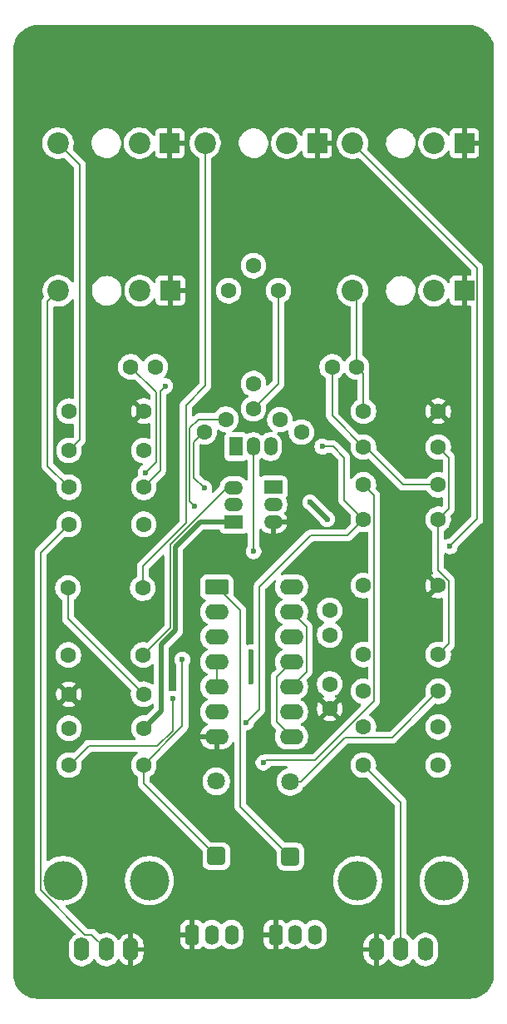
<source format=gbr>
%TF.GenerationSoftware,KiCad,Pcbnew,9.0.4*%
%TF.CreationDate,2026-02-02T18:41:13+11:00*%
%TF.ProjectId,VCO,56434f2e-6b69-4636-9164-5f7063625858,rev?*%
%TF.SameCoordinates,Original*%
%TF.FileFunction,Copper,L1,Top*%
%TF.FilePolarity,Positive*%
%FSLAX46Y46*%
G04 Gerber Fmt 4.6, Leading zero omitted, Abs format (unit mm)*
G04 Created by KiCad (PCBNEW 9.0.4) date 2026-02-02 18:41:13*
%MOMM*%
%LPD*%
G01*
G04 APERTURE LIST*
G04 Aperture macros list*
%AMRoundRect*
0 Rectangle with rounded corners*
0 $1 Rounding radius*
0 $2 $3 $4 $5 $6 $7 $8 $9 X,Y pos of 4 corners*
0 Add a 4 corners polygon primitive as box body*
4,1,4,$2,$3,$4,$5,$6,$7,$8,$9,$2,$3,0*
0 Add four circle primitives for the rounded corners*
1,1,$1+$1,$2,$3*
1,1,$1+$1,$4,$5*
1,1,$1+$1,$6,$7*
1,1,$1+$1,$8,$9*
0 Add four rect primitives between the rounded corners*
20,1,$1+$1,$2,$3,$4,$5,0*
20,1,$1+$1,$4,$5,$6,$7,0*
20,1,$1+$1,$6,$7,$8,$9,0*
20,1,$1+$1,$8,$9,$2,$3,0*%
G04 Aperture macros list end*
%TA.AperFunction,WasherPad*%
%ADD10C,4.000000*%
%TD*%
%TA.AperFunction,ComponentPad*%
%ADD11O,1.600000X2.400000*%
%TD*%
%TA.AperFunction,ComponentPad*%
%ADD12R,1.350000X1.900000*%
%TD*%
%TA.AperFunction,ComponentPad*%
%ADD13O,1.350000X1.900000*%
%TD*%
%TA.AperFunction,ComponentPad*%
%ADD14C,1.600000*%
%TD*%
%TA.AperFunction,ComponentPad*%
%ADD15R,2.000000X2.000000*%
%TD*%
%TA.AperFunction,ComponentPad*%
%ADD16C,2.200000*%
%TD*%
%TA.AperFunction,ComponentPad*%
%ADD17RoundRect,0.291666X-0.408334X-0.708334X0.408334X-0.708334X0.408334X0.708334X-0.408334X0.708334X0*%
%TD*%
%TA.AperFunction,ComponentPad*%
%ADD18O,1.400000X2.000000*%
%TD*%
%TA.AperFunction,ComponentPad*%
%ADD19RoundRect,0.250000X-0.950000X-0.550000X0.950000X-0.550000X0.950000X0.550000X-0.950000X0.550000X0*%
%TD*%
%TA.AperFunction,ComponentPad*%
%ADD20O,2.400000X1.600000*%
%TD*%
%TA.AperFunction,ComponentPad*%
%ADD21RoundRect,0.250000X0.650000X-0.650000X0.650000X0.650000X-0.650000X0.650000X-0.650000X-0.650000X0*%
%TD*%
%TA.AperFunction,ComponentPad*%
%ADD22C,1.800000*%
%TD*%
%TA.AperFunction,ComponentPad*%
%ADD23R,1.900000X1.350000*%
%TD*%
%TA.AperFunction,ComponentPad*%
%ADD24O,1.900000X1.350000*%
%TD*%
%TA.AperFunction,ViaPad*%
%ADD25C,0.600000*%
%TD*%
%TA.AperFunction,Conductor*%
%ADD26C,0.200000*%
%TD*%
%TA.AperFunction,Conductor*%
%ADD27C,0.500000*%
%TD*%
G04 APERTURE END LIST*
D10*
%TO.P,RV3,*%
%TO.N,*%
X85600000Y-137500000D03*
X94400000Y-137500000D03*
D11*
%TO.P,RV3,1,1*%
%TO.N,VDD*%
X92500001Y-144500000D03*
%TO.P,RV3,2,2*%
%TO.N,Net-(R12-Pad1)*%
X90000000Y-144500000D03*
%TO.P,RV3,3,3*%
%TO.N,GND*%
X87499999Y-144500000D03*
%TD*%
D12*
%TO.P,Q1,1,C*%
%TO.N,VDD*%
X73230000Y-93360000D03*
D13*
%TO.P,Q1,2,B*%
%TO.N,Net-(Q1-B)*%
X75000000Y-93360000D03*
%TO.P,Q1,3,E*%
%TO.N,Net-(Q1-E)*%
X76730000Y-93360000D03*
%TD*%
D14*
%TO.P,R7,1*%
%TO.N,Net-(R7-Pad1)*%
X56190000Y-89750000D03*
%TO.P,R7,2*%
%TO.N,GND*%
X63810000Y-89750000D03*
%TD*%
%TO.P,R5,1*%
%TO.N,Net-(J2-PadT)*%
X56190000Y-97500000D03*
%TO.P,R5,2*%
%TO.N,Net-(R1-Pad1)*%
X63810000Y-97500000D03*
%TD*%
D15*
%TO.P,J3,G*%
%TO.N,GND*%
X81480000Y-62500000D03*
D16*
%TO.P,J3,S*%
%TO.N,unconnected-(J3-PadS)*%
X78380000Y-62500000D03*
%TO.P,J3,T*%
%TO.N,Net-(J3-PadT)*%
X70080000Y-62500000D03*
%TD*%
D17*
%TO.P,J6,1,Pin_1*%
%TO.N,GND*%
X68750000Y-143000000D03*
D18*
%TO.P,J6,2,Pin_2*%
%TO.N,VDD*%
X70750000Y-143000000D03*
%TO.P,J6,3,Pin_3*%
%TO.N,VSS*%
X72750000Y-143000000D03*
%TD*%
D14*
%TO.P,R21,1*%
%TO.N,Net-(C3-Pad2)*%
X86190000Y-107500000D03*
%TO.P,R21,2*%
%TO.N,GND*%
X93810000Y-107500000D03*
%TD*%
%TO.P,C3,1*%
%TO.N,Net-(C3-Pad1)*%
X82750000Y-112500000D03*
%TO.P,C3,2*%
%TO.N,Net-(C3-Pad2)*%
X82750000Y-110000000D03*
%TD*%
%TO.P,R3,1*%
%TO.N,Net-(T1-B)*%
X79874997Y-91892500D03*
%TO.P,R3,2*%
%TO.N,Net-(R3-Pad2)*%
X77675292Y-90622500D03*
%TD*%
D15*
%TO.P,J1,G*%
%TO.N,GND*%
X66480000Y-62500000D03*
D16*
%TO.P,J1,S*%
%TO.N,unconnected-(J1-PadS)*%
X63380000Y-62500000D03*
%TO.P,J1,T*%
%TO.N,Net-(J1-PadT)*%
X55080000Y-62500000D03*
%TD*%
D14*
%TO.P,R20,1*%
%TO.N,Net-(C2-Pad2)*%
X86193333Y-89750000D03*
%TO.P,R20,2*%
%TO.N,GND*%
X93813333Y-89750000D03*
%TD*%
%TO.P,R11,1*%
%TO.N,Net-(Q1-E)*%
X56190000Y-122000000D03*
%TO.P,R11,2*%
%TO.N,VSS*%
X63810000Y-122000000D03*
%TD*%
%TO.P,R12,1*%
%TO.N,Net-(R12-Pad1)*%
X86190000Y-125750000D03*
%TO.P,R12,2*%
%TO.N,Net-(R12-Pad2)*%
X93810000Y-125750000D03*
%TD*%
%TO.P,C1,1*%
%TO.N,Net-(D2-K)*%
X62500000Y-85250000D03*
%TO.P,C1,2*%
%TO.N,Net-(D1-A)*%
X65000000Y-85250000D03*
%TD*%
%TO.P,R16,1*%
%TO.N,Net-(D1-K)*%
X86210000Y-93410000D03*
%TO.P,R16,2*%
%TO.N,Net-(R12-Pad2)*%
X93830000Y-93410000D03*
%TD*%
%TO.P,R8,1*%
%TO.N,Net-(J3-PadT)*%
X63710000Y-107750000D03*
%TO.P,R8,2*%
%TO.N,Net-(Q1-B)*%
X56090000Y-107750000D03*
%TD*%
D19*
%TO.P,U1,1*%
%TO.N,Net-(D2-K)*%
X71250000Y-107630000D03*
D20*
%TO.P,U1,2*%
%TO.N,Net-(D1-K)*%
X71250000Y-110170000D03*
%TO.P,U1,3*%
%TO.N,Net-(R17-Pad2)*%
X71250000Y-112710000D03*
%TO.P,U1,4*%
%TO.N,Net-(U1-Pad4)*%
X71250000Y-115250000D03*
%TO.P,U1,5*%
X71250000Y-117790000D03*
%TO.P,U1,6*%
%TO.N,Net-(D2-A)*%
X71250000Y-120330000D03*
%TO.P,U1,7,VSS*%
%TO.N,GND*%
X71250000Y-122870000D03*
%TO.P,U1,8*%
%TO.N,Net-(R18-Pad2)*%
X78870000Y-122870000D03*
%TO.P,U1,9*%
%TO.N,Net-(R12-Pad2)*%
X78870000Y-120330000D03*
%TO.P,U1,10*%
%TO.N,Net-(C4-Pad2)*%
X78870000Y-117790000D03*
%TO.P,U1,11*%
%TO.N,Net-(R18-Pad2)*%
X78870000Y-115250000D03*
%TO.P,U1,12*%
%TO.N,Net-(C3-Pad1)*%
X78870000Y-112710000D03*
%TO.P,U1,13*%
%TO.N,Net-(C4-Pad2)*%
X78870000Y-110170000D03*
%TO.P,U1,14,VDD*%
%TO.N,VDD*%
X78870000Y-107630000D03*
%TD*%
D21*
%TO.P,D1,1,K*%
%TO.N,Net-(D1-K)*%
X71200000Y-135010000D03*
D22*
%TO.P,D1,2,A*%
%TO.N,Net-(D1-A)*%
X71200000Y-127390000D03*
%TD*%
D10*
%TO.P,RV1,*%
%TO.N,*%
X55600000Y-137500000D03*
X64400000Y-137500000D03*
D11*
%TO.P,RV1,1,1*%
%TO.N,GND*%
X62500001Y-144500000D03*
%TO.P,RV1,2,2*%
%TO.N,Net-(R6-Pad1)*%
X60000000Y-144500000D03*
%TO.P,RV1,3,3*%
%TO.N,VSS*%
X57499999Y-144500000D03*
%TD*%
D14*
%TO.P,R19,1*%
%TO.N,Net-(R17-Pad2)*%
X86193333Y-118250000D03*
%TO.P,R19,2*%
%TO.N,Net-(D2-A)*%
X93813333Y-118250000D03*
%TD*%
%TO.P,C4,1*%
%TO.N,GND*%
X82750000Y-120000000D03*
%TO.P,C4,2*%
%TO.N,Net-(C4-Pad2)*%
X82750000Y-117500000D03*
%TD*%
%TO.P,R13,1*%
%TO.N,VDD*%
X93810000Y-121870000D03*
%TO.P,R13,2*%
%TO.N,Net-(R12-Pad2)*%
X86190000Y-121870000D03*
%TD*%
%TO.P,C2,1*%
%TO.N,Net-(D1-K)*%
X83000000Y-85250000D03*
%TO.P,C2,2*%
%TO.N,Net-(C2-Pad2)*%
X85500000Y-85250000D03*
%TD*%
D23*
%TO.P,T2,1,C*%
%TO.N,Net-(D2-K)*%
X77000000Y-97500000D03*
D24*
%TO.P,T2,2,B*%
%TO.N,Net-(T1-E)*%
X77000000Y-99270000D03*
%TO.P,T2,3,E*%
%TO.N,GND*%
X77000000Y-101000000D03*
%TD*%
D15*
%TO.P,J4,G*%
%TO.N,GND*%
X96480000Y-77500000D03*
D16*
%TO.P,J4,S*%
%TO.N,unconnected-(J4-PadS)*%
X93380000Y-77500000D03*
%TO.P,J4,T*%
%TO.N,Net-(C2-Pad2)*%
X85080000Y-77500000D03*
%TD*%
D23*
%TO.P,T1,1,C*%
%TO.N,VSS*%
X73000000Y-101020000D03*
D24*
%TO.P,T1,2,B*%
%TO.N,Net-(T1-B)*%
X73000000Y-99250000D03*
%TO.P,T1,3,E*%
%TO.N,Net-(T1-E)*%
X73000000Y-97520000D03*
%TD*%
D21*
%TO.P,D2,1,K*%
%TO.N,Net-(D2-K)*%
X78750000Y-135060000D03*
D22*
%TO.P,D2,2,A*%
%TO.N,Net-(D2-A)*%
X78750000Y-127440000D03*
%TD*%
D14*
%TO.P,RV2,1,1*%
%TO.N,Net-(T1-B)*%
X77530000Y-77505000D03*
%TO.P,RV2,2,2*%
%TO.N,Net-(R7-Pad1)*%
X74990000Y-74965000D03*
%TO.P,RV2,3,3*%
X72450000Y-77505000D03*
%TD*%
%TO.P,R14,1*%
%TO.N,Net-(Q1-E)*%
X86190000Y-100750000D03*
%TO.P,R14,2*%
%TO.N,Net-(R12-Pad2)*%
X93810000Y-100750000D03*
%TD*%
%TO.P,R4,1*%
%TO.N,Net-(J1-PadT)*%
X56190000Y-93750000D03*
%TO.P,R4,2*%
%TO.N,Net-(R3-Pad2)*%
X63810000Y-93750000D03*
%TD*%
%TO.P,R18,1*%
%TO.N,Net-(R12-Pad2)*%
X93813333Y-114500000D03*
%TO.P,R18,2*%
%TO.N,Net-(R18-Pad2)*%
X86193333Y-114500000D03*
%TD*%
%TO.P,R9,1*%
%TO.N,Net-(Q1-B)*%
X63800000Y-118540000D03*
%TO.P,R9,2*%
%TO.N,GND*%
X56180000Y-118540000D03*
%TD*%
%TO.P,R17,1*%
%TO.N,Net-(D1-K)*%
X63810000Y-125750000D03*
%TO.P,R17,2*%
%TO.N,Net-(R17-Pad2)*%
X56190000Y-125750000D03*
%TD*%
%TO.P,R2,1*%
%TO.N,Net-(T1-B)*%
X69985004Y-91842500D03*
%TO.P,R2,2*%
%TO.N,Net-(R2-Pad2)*%
X72184709Y-90572500D03*
%TD*%
%TO.P,R6,1*%
%TO.N,Net-(R6-Pad1)*%
X56190000Y-101250000D03*
%TO.P,R6,2*%
%TO.N,Net-(R2-Pad2)*%
X63810000Y-101250000D03*
%TD*%
%TO.P,R10,1*%
%TO.N,VDD*%
X56150000Y-114550000D03*
%TO.P,R10,2*%
%TO.N,Net-(T1-E)*%
X63770000Y-114550000D03*
%TD*%
D15*
%TO.P,J2,G*%
%TO.N,GND*%
X66530000Y-77500000D03*
D16*
%TO.P,J2,S*%
%TO.N,unconnected-(J2-PadS)*%
X63430000Y-77500000D03*
%TO.P,J2,T*%
%TO.N,Net-(J2-PadT)*%
X55130000Y-77500000D03*
%TD*%
D14*
%TO.P,R1,1*%
%TO.N,Net-(R1-Pad1)*%
X75000000Y-86955000D03*
%TO.P,R1,2*%
%TO.N,Net-(T1-B)*%
X75000000Y-89495000D03*
%TD*%
D15*
%TO.P,J5,G*%
%TO.N,GND*%
X96480000Y-62500000D03*
D16*
%TO.P,J5,S*%
%TO.N,unconnected-(J5-PadS)*%
X93380000Y-62500000D03*
%TO.P,J5,T*%
%TO.N,Net-(C3-Pad2)*%
X85080000Y-62500000D03*
%TD*%
D14*
%TO.P,R15,1*%
%TO.N,Net-(D1-A)*%
X86193333Y-97250000D03*
%TO.P,R15,2*%
%TO.N,Net-(D1-K)*%
X93813333Y-97250000D03*
%TD*%
D17*
%TO.P,J7,1,Pin_1*%
%TO.N,GND*%
X77250000Y-143000000D03*
D18*
%TO.P,J7,2,Pin_2*%
%TO.N,VDD*%
X79250000Y-143000000D03*
%TO.P,J7,3,Pin_3*%
%TO.N,VSS*%
X81250000Y-143000000D03*
%TD*%
D25*
%TO.N,Net-(D1-A)*%
X76000000Y-125500000D03*
%TO.N,Net-(D2-K)*%
X64000000Y-96000000D03*
%TO.N,Net-(D1-K)*%
X67750000Y-115000000D03*
%TO.N,Net-(C3-Pad2)*%
X95000000Y-103500000D03*
%TO.N,GND*%
X70000000Y-94900000D03*
X67000000Y-94900000D03*
%TO.N,VDD*%
X74750000Y-114250000D03*
X82500000Y-100750000D03*
X80750000Y-99000000D03*
X74750000Y-117250000D03*
%TO.N,Net-(Q1-B)*%
X75000000Y-104000000D03*
%TO.N,Net-(Q1-E)*%
X82000000Y-93360000D03*
X74250000Y-121431000D03*
%TO.N,Net-(R1-Pad1)*%
X66000000Y-87200000D03*
%TO.N,Net-(R2-Pad2)*%
X69000000Y-99400000D03*
%TO.N,Net-(T1-B)*%
X69985004Y-97585004D03*
%TO.N,Net-(R17-Pad2)*%
X66750000Y-119000000D03*
%TD*%
D26*
%TO.N,Net-(D1-A)*%
X87294333Y-119205667D02*
X81250000Y-125250000D01*
X76250000Y-125250000D02*
X76000000Y-125500000D01*
X81250000Y-125250000D02*
X76250000Y-125250000D01*
X87294333Y-98351000D02*
X87294333Y-119205667D01*
X86193333Y-97250000D02*
X87294333Y-98351000D01*
%TO.N,Net-(D2-K)*%
X65099000Y-87849000D02*
X62500000Y-85250000D01*
X65099000Y-94901000D02*
X65099000Y-87849000D01*
X71250000Y-107630000D02*
X73649000Y-110029000D01*
X73649000Y-129959000D02*
X78750000Y-135060000D01*
X64000000Y-96000000D02*
X65099000Y-94901000D01*
X73649000Y-110029000D02*
X73649000Y-129959000D01*
%TO.N,Net-(D1-K)*%
X86210000Y-93410000D02*
X86410000Y-93410000D01*
X67750000Y-121810000D02*
X63810000Y-125750000D01*
X83000000Y-85250000D02*
X83000000Y-90200000D01*
X63810000Y-125750000D02*
X63810000Y-127620000D01*
X86410000Y-93410000D02*
X90250000Y-97250000D01*
X63810000Y-127620000D02*
X71200000Y-135010000D01*
X83000000Y-90200000D02*
X86210000Y-93410000D01*
X90250000Y-97250000D02*
X93813333Y-97250000D01*
X67750000Y-115000000D02*
X67750000Y-121810000D01*
%TO.N,Net-(C2-Pad2)*%
X85500000Y-77920000D02*
X85080000Y-77500000D01*
X85500000Y-85250000D02*
X85500000Y-77920000D01*
X86193333Y-85943333D02*
X85500000Y-85250000D01*
X86193333Y-89750000D02*
X86193333Y-85943333D01*
%TO.N,Net-(C3-Pad2)*%
X97781000Y-75201000D02*
X85080000Y-62500000D01*
X95000000Y-103500000D02*
X97781000Y-100719000D01*
X97781000Y-100719000D02*
X97781000Y-75201000D01*
%TO.N,Net-(D2-A)*%
X84279000Y-122971000D02*
X79810000Y-127440000D01*
X79810000Y-127440000D02*
X78750000Y-127440000D01*
X93813333Y-118250000D02*
X89092333Y-122971000D01*
X89092333Y-122971000D02*
X84279000Y-122971000D01*
%TO.N,Net-(J1-PadT)*%
X57291000Y-64711000D02*
X55080000Y-62500000D01*
X56190000Y-93750000D02*
X57291000Y-92649000D01*
X57291000Y-92649000D02*
X57291000Y-64711000D01*
%TO.N,Net-(J2-PadT)*%
X55130000Y-77500000D02*
X54030001Y-78599999D01*
X54030001Y-95340001D02*
X56190000Y-97500000D01*
X54030001Y-78599999D02*
X54030001Y-95340001D01*
%TO.N,Net-(J3-PadT)*%
X68099000Y-101133900D02*
X63710000Y-105522900D01*
X70080000Y-87170000D02*
X68099000Y-89151000D01*
X63710000Y-105522900D02*
X63710000Y-105800000D01*
X70080000Y-62500000D02*
X70080000Y-87170000D01*
X63710000Y-107750000D02*
X63710000Y-105800000D01*
X68099000Y-89151000D02*
X68099000Y-101133900D01*
D27*
%TO.N,VDD*%
X74750000Y-114250000D02*
X74750000Y-117250000D01*
X82500000Y-100750000D02*
X80750000Y-99000000D01*
D26*
%TO.N,Net-(Q1-B)*%
X56090000Y-110830000D02*
X63800000Y-118540000D01*
X56090000Y-107750000D02*
X56090000Y-110830000D01*
X75000000Y-93360000D02*
X75000000Y-104000000D01*
%TO.N,Net-(Q1-E)*%
X82000000Y-93360000D02*
X83110000Y-93360000D01*
X84250000Y-98810000D02*
X86190000Y-100750000D01*
X83110000Y-93360000D02*
X84250000Y-94500000D01*
X84540000Y-102400000D02*
X86190000Y-100750000D01*
X74250000Y-121431000D02*
X75600000Y-120081000D01*
X75600000Y-120081000D02*
X75600000Y-107600000D01*
X75600000Y-107600000D02*
X80800000Y-102400000D01*
X80800000Y-102400000D02*
X84540000Y-102400000D01*
X84250000Y-94500000D02*
X84250000Y-98810000D01*
%TO.N,Net-(R1-Pad1)*%
X66000000Y-87200000D02*
X65500000Y-87700000D01*
X65500000Y-95810000D02*
X63810000Y-97500000D01*
X65500000Y-87700000D02*
X65500000Y-95810000D01*
%TO.N,Net-(R2-Pad2)*%
X68500000Y-91500000D02*
X68500000Y-98800000D01*
X69000000Y-99400000D02*
X68500000Y-98900000D01*
X69427500Y-90572500D02*
X68500000Y-91500000D01*
X72184709Y-90572500D02*
X69427500Y-90572500D01*
X68500000Y-98900000D02*
X68500000Y-98800000D01*
%TO.N,Net-(R6-Pad1)*%
X56190000Y-101250000D02*
X53299000Y-104141000D01*
X58499000Y-142999000D02*
X60000000Y-144500000D01*
X53299000Y-104141000D02*
X53299000Y-138453106D01*
X57844894Y-142999000D02*
X58499000Y-142999000D01*
X53299000Y-138453106D02*
X57844894Y-142999000D01*
%TO.N,Net-(T1-B)*%
X68901000Y-96501000D02*
X68901000Y-92926504D01*
X77530000Y-86965000D02*
X77530000Y-77505000D01*
X75000000Y-89495000D02*
X77530000Y-86965000D01*
X68901000Y-92926504D02*
X69985004Y-91842500D01*
X69985004Y-97585004D02*
X68901000Y-96501000D01*
%TO.N,Net-(T1-E)*%
X66500000Y-111820000D02*
X63770000Y-114550000D01*
X72280000Y-97520000D02*
X66500000Y-103300000D01*
D27*
X73000000Y-97520000D02*
X73137404Y-97520000D01*
D26*
X66500000Y-103300000D02*
X66500000Y-111820000D01*
X73000000Y-97520000D02*
X72280000Y-97520000D01*
D27*
%TO.N,VSS*%
X65600000Y-120210000D02*
X65600000Y-113499232D01*
X69559232Y-101020000D02*
X73000000Y-101020000D01*
D26*
X73000000Y-101020000D02*
X72980000Y-101020000D01*
D27*
X65600000Y-113499232D02*
X67051000Y-112048232D01*
X67051000Y-103528232D02*
X69559232Y-101020000D01*
X67051000Y-112048232D02*
X67051000Y-103528232D01*
X63810000Y-122000000D02*
X65600000Y-120210000D01*
D26*
%TO.N,Net-(R12-Pad1)*%
X90000000Y-129560000D02*
X90000000Y-144500000D01*
X86190000Y-125750000D02*
X90000000Y-129560000D01*
%TO.N,Net-(R12-Pad2)*%
X94914333Y-94494333D02*
X94914333Y-99645667D01*
X94911000Y-113402333D02*
X93813333Y-114500000D01*
X93810000Y-100750000D02*
X93810000Y-105942950D01*
X93830000Y-93410000D02*
X94914333Y-94494333D01*
X93810000Y-105942950D02*
X94911000Y-107043950D01*
X94914333Y-99645667D02*
X93810000Y-100750000D01*
X94911000Y-107043950D02*
X94911000Y-113402333D01*
%TO.N,Net-(R17-Pad2)*%
X66750000Y-119000000D02*
X66750000Y-122242900D01*
X56250000Y-125750000D02*
X56190000Y-125750000D01*
X65192900Y-123800000D02*
X58200000Y-123800000D01*
X66750000Y-122242900D02*
X65192900Y-123800000D01*
X58200000Y-123800000D02*
X56250000Y-125750000D01*
%TO.N,Net-(R18-Pad2)*%
X78870000Y-115250000D02*
X77369000Y-116751000D01*
X77369000Y-116751000D02*
X77369000Y-121369000D01*
X77369000Y-121369000D02*
X78870000Y-122870000D01*
%TO.N,Net-(U1-Pad4)*%
X71250000Y-115250000D02*
X71250000Y-117790000D01*
%TO.N,Net-(C4-Pad2)*%
X78870000Y-117790000D02*
X80371000Y-116289000D01*
X80371000Y-116289000D02*
X80371000Y-111671000D01*
X80371000Y-111671000D02*
X78870000Y-110170000D01*
%TD*%
%TA.AperFunction,Conductor*%
%TO.N,GND*%
G36*
X71440272Y-91652646D02*
G01*
X71451174Y-91653270D01*
X71482389Y-91669741D01*
X71485949Y-91672327D01*
X71503099Y-91684787D01*
X71611751Y-91740148D01*
X71685485Y-91777718D01*
X71685487Y-91777718D01*
X71685490Y-91777720D01*
X71789846Y-91811627D01*
X71880174Y-91840977D01*
X71981266Y-91856988D01*
X72082357Y-91873000D01*
X72082358Y-91873000D01*
X72084071Y-91873000D01*
X72084699Y-91873184D01*
X72087220Y-91873383D01*
X72087178Y-91873912D01*
X72151110Y-91892685D01*
X72196865Y-91945489D01*
X72206809Y-92014647D01*
X72183338Y-92071309D01*
X72164300Y-92096741D01*
X72111203Y-92167669D01*
X72111202Y-92167671D01*
X72060908Y-92302517D01*
X72054501Y-92362116D01*
X72054500Y-92362135D01*
X72054500Y-94357870D01*
X72054501Y-94357876D01*
X72060908Y-94417483D01*
X72111202Y-94552328D01*
X72111206Y-94552335D01*
X72197452Y-94667544D01*
X72197455Y-94667547D01*
X72312664Y-94753793D01*
X72312671Y-94753797D01*
X72447517Y-94804091D01*
X72447516Y-94804091D01*
X72454444Y-94804835D01*
X72507127Y-94810500D01*
X73952872Y-94810499D01*
X74012483Y-94804091D01*
X74147331Y-94753796D01*
X74201189Y-94713477D01*
X74266652Y-94689060D01*
X74334925Y-94703911D01*
X74384331Y-94753316D01*
X74399500Y-94812744D01*
X74399500Y-96686229D01*
X74379815Y-96753268D01*
X74327011Y-96799023D01*
X74257853Y-96808967D01*
X74194297Y-96779942D01*
X74175183Y-96759116D01*
X74171621Y-96754213D01*
X74040789Y-96623381D01*
X74040787Y-96623379D01*
X73891096Y-96514622D01*
X73872084Y-96504935D01*
X73726235Y-96430620D01*
X73726232Y-96430619D01*
X73550265Y-96373445D01*
X73389580Y-96347995D01*
X73367514Y-96344500D01*
X72632486Y-96344500D01*
X72610420Y-96347995D01*
X72449734Y-96373445D01*
X72273767Y-96430619D01*
X72273764Y-96430620D01*
X72108903Y-96514622D01*
X72029937Y-96571995D01*
X71959213Y-96623379D01*
X71959211Y-96623381D01*
X71959210Y-96623381D01*
X71828381Y-96754210D01*
X71828381Y-96754211D01*
X71828379Y-96754213D01*
X71795823Y-96799023D01*
X71719622Y-96903903D01*
X71635620Y-97068764D01*
X71635619Y-97068767D01*
X71578445Y-97244731D01*
X71578445Y-97244733D01*
X71560736Y-97356537D01*
X71530806Y-97419672D01*
X71525944Y-97424819D01*
X70928595Y-98022168D01*
X70867272Y-98055653D01*
X70797580Y-98050669D01*
X70741647Y-98008797D01*
X70717230Y-97943333D01*
X70726352Y-97887037D01*
X70754741Y-97818501D01*
X70785504Y-97663846D01*
X70785504Y-97506162D01*
X70785504Y-97506159D01*
X70785503Y-97506157D01*
X70763657Y-97396330D01*
X70754741Y-97351507D01*
X70754739Y-97351502D01*
X70694401Y-97205831D01*
X70694394Y-97205818D01*
X70606793Y-97074715D01*
X70606790Y-97074711D01*
X70495296Y-96963217D01*
X70495292Y-96963214D01*
X70364189Y-96875613D01*
X70364176Y-96875606D01*
X70218505Y-96815268D01*
X70218495Y-96815265D01*
X70063153Y-96784365D01*
X70001242Y-96751980D01*
X69999664Y-96750429D01*
X69537819Y-96288584D01*
X69504334Y-96227261D01*
X69501500Y-96200903D01*
X69501500Y-93226601D01*
X69510144Y-93197160D01*
X69516668Y-93167174D01*
X69520422Y-93162158D01*
X69521185Y-93159562D01*
X69537819Y-93138920D01*
X69540162Y-93136577D01*
X69601485Y-93103092D01*
X69666161Y-93106327D01*
X69680470Y-93110977D01*
X69882652Y-93143000D01*
X69882653Y-93143000D01*
X70087355Y-93143000D01*
X70087356Y-93143000D01*
X70289538Y-93110977D01*
X70484223Y-93047720D01*
X70666614Y-92954787D01*
X70759594Y-92887232D01*
X70832217Y-92834471D01*
X70832219Y-92834468D01*
X70832223Y-92834466D01*
X70976970Y-92689719D01*
X70976972Y-92689715D01*
X70976975Y-92689713D01*
X71029736Y-92617090D01*
X71097291Y-92524110D01*
X71190224Y-92341719D01*
X71253481Y-92147034D01*
X71285504Y-91944852D01*
X71285504Y-91770059D01*
X71289051Y-91757978D01*
X71287974Y-91745434D01*
X71298708Y-91725089D01*
X71305189Y-91703020D01*
X71314704Y-91694775D01*
X71320580Y-91683639D01*
X71340610Y-91672327D01*
X71357993Y-91657265D01*
X71370454Y-91655473D01*
X71381418Y-91649282D01*
X71404382Y-91650594D01*
X71427151Y-91647321D01*
X71440272Y-91652646D01*
G37*
%TD.AperFunction*%
%TA.AperFunction,Conductor*%
G36*
X97003736Y-50500726D02*
G01*
X97293796Y-50518271D01*
X97308659Y-50520076D01*
X97590798Y-50571780D01*
X97605335Y-50575363D01*
X97879172Y-50660695D01*
X97893163Y-50666000D01*
X98154743Y-50783727D01*
X98167989Y-50790680D01*
X98413465Y-50939075D01*
X98425776Y-50947573D01*
X98651573Y-51124473D01*
X98662781Y-51134403D01*
X98865596Y-51337218D01*
X98875526Y-51348426D01*
X98995481Y-51501538D01*
X99052422Y-51574217D01*
X99060928Y-51586540D01*
X99209316Y-51832004D01*
X99216275Y-51845263D01*
X99333997Y-52106831D01*
X99339306Y-52120832D01*
X99424635Y-52394663D01*
X99428219Y-52409201D01*
X99479923Y-52691340D01*
X99481728Y-52706205D01*
X99499274Y-52996263D01*
X99499500Y-53003750D01*
X99499500Y-146996249D01*
X99499274Y-147003736D01*
X99481728Y-147293794D01*
X99479923Y-147308659D01*
X99428219Y-147590798D01*
X99424635Y-147605336D01*
X99339306Y-147879167D01*
X99333997Y-147893168D01*
X99216275Y-148154736D01*
X99209316Y-148167995D01*
X99060928Y-148413459D01*
X99052422Y-148425782D01*
X98875526Y-148651573D01*
X98865596Y-148662781D01*
X98662781Y-148865596D01*
X98651573Y-148875526D01*
X98425782Y-149052422D01*
X98413459Y-149060928D01*
X98167995Y-149209316D01*
X98154736Y-149216275D01*
X97893168Y-149333997D01*
X97879167Y-149339306D01*
X97605336Y-149424635D01*
X97590798Y-149428219D01*
X97308659Y-149479923D01*
X97293794Y-149481728D01*
X97014454Y-149498624D01*
X97003735Y-149499273D01*
X96996250Y-149499499D01*
X53003734Y-149499499D01*
X52996247Y-149499273D01*
X52706205Y-149481728D01*
X52691340Y-149479923D01*
X52409201Y-149428219D01*
X52394663Y-149424635D01*
X52120832Y-149339306D01*
X52106831Y-149333997D01*
X51845263Y-149216275D01*
X51832004Y-149209316D01*
X51586540Y-149060928D01*
X51574217Y-149052422D01*
X51348426Y-148875526D01*
X51337218Y-148865596D01*
X51134403Y-148662781D01*
X51124473Y-148651573D01*
X50947573Y-148425776D01*
X50939075Y-148413465D01*
X50790680Y-148167989D01*
X50783727Y-148154743D01*
X50666000Y-147893163D01*
X50660693Y-147879167D01*
X50575364Y-147605336D01*
X50571780Y-147590798D01*
X50520076Y-147308659D01*
X50518271Y-147293794D01*
X50500726Y-147003736D01*
X50500500Y-146996249D01*
X50500500Y-138532160D01*
X52698498Y-138532160D01*
X52739424Y-138684893D01*
X52751159Y-138705218D01*
X52751160Y-138705220D01*
X52818477Y-138821818D01*
X52818481Y-138821823D01*
X52937349Y-138940691D01*
X52937355Y-138940696D01*
X56811863Y-142815204D01*
X56845348Y-142876527D01*
X56840364Y-142946219D01*
X56798492Y-143002152D01*
X56797067Y-143003203D01*
X56652786Y-143108028D01*
X56652781Y-143108032D01*
X56508027Y-143252786D01*
X56387714Y-143418386D01*
X56294780Y-143600776D01*
X56231521Y-143795465D01*
X56199499Y-143997648D01*
X56199499Y-145002351D01*
X56231521Y-145204534D01*
X56294780Y-145399223D01*
X56387714Y-145581613D01*
X56508027Y-145747213D01*
X56652785Y-145891971D01*
X56807748Y-146004556D01*
X56818389Y-146012287D01*
X56934606Y-146071503D01*
X57000775Y-146105218D01*
X57000777Y-146105218D01*
X57000780Y-146105220D01*
X57105136Y-146139127D01*
X57195464Y-146168477D01*
X57296556Y-146184488D01*
X57397647Y-146200500D01*
X57397648Y-146200500D01*
X57602350Y-146200500D01*
X57602351Y-146200500D01*
X57804533Y-146168477D01*
X57999218Y-146105220D01*
X58181609Y-146012287D01*
X58274589Y-145944732D01*
X58347212Y-145891971D01*
X58347214Y-145891968D01*
X58347218Y-145891966D01*
X58491965Y-145747219D01*
X58491967Y-145747215D01*
X58491970Y-145747213D01*
X58612285Y-145581611D01*
X58612419Y-145581349D01*
X58639514Y-145528171D01*
X58687488Y-145477376D01*
X58755309Y-145460580D01*
X58821444Y-145483117D01*
X58860483Y-145528170D01*
X58887713Y-145581611D01*
X59008028Y-145747213D01*
X59152786Y-145891971D01*
X59307749Y-146004556D01*
X59318390Y-146012287D01*
X59434607Y-146071503D01*
X59500776Y-146105218D01*
X59500778Y-146105218D01*
X59500781Y-146105220D01*
X59605137Y-146139127D01*
X59695465Y-146168477D01*
X59796557Y-146184488D01*
X59897648Y-146200500D01*
X59897649Y-146200500D01*
X60102351Y-146200500D01*
X60102352Y-146200500D01*
X60304534Y-146168477D01*
X60499219Y-146105220D01*
X60681610Y-146012287D01*
X60774590Y-145944732D01*
X60847213Y-145891971D01*
X60847215Y-145891968D01*
X60847219Y-145891966D01*
X60991966Y-145747219D01*
X60991968Y-145747215D01*
X60991971Y-145747213D01*
X61112286Y-145581611D01*
X61112420Y-145581349D01*
X61139795Y-145527621D01*
X61187769Y-145476826D01*
X61255589Y-145460030D01*
X61321725Y-145482567D01*
X61360765Y-145527621D01*
X61388141Y-145581349D01*
X61508418Y-145746894D01*
X61508418Y-145746895D01*
X61653105Y-145891582D01*
X61818651Y-146011859D01*
X62000969Y-146104754D01*
X62195579Y-146167988D01*
X62250001Y-146176607D01*
X62250001Y-144933012D01*
X62307008Y-144965925D01*
X62434175Y-145000000D01*
X62565827Y-145000000D01*
X62692994Y-144965925D01*
X62750001Y-144933012D01*
X62750001Y-146176606D01*
X62804422Y-146167988D01*
X62999032Y-146104754D01*
X63181350Y-146011859D01*
X63346895Y-145891582D01*
X63346896Y-145891582D01*
X63491583Y-145746895D01*
X63491583Y-145746894D01*
X63611860Y-145581349D01*
X63704756Y-145399031D01*
X63767991Y-145204417D01*
X63800001Y-145002317D01*
X63800001Y-144750000D01*
X62933013Y-144750000D01*
X62965926Y-144692993D01*
X63000001Y-144565826D01*
X63000001Y-144434174D01*
X62965926Y-144307007D01*
X62933013Y-144250000D01*
X63800001Y-144250000D01*
X63800001Y-143997682D01*
X63767991Y-143795582D01*
X63704756Y-143600968D01*
X63611860Y-143418650D01*
X63504966Y-143271524D01*
X63504965Y-143271522D01*
X63491588Y-143253110D01*
X63491583Y-143253104D01*
X63346896Y-143108417D01*
X63181350Y-142988140D01*
X62999030Y-142895244D01*
X62804414Y-142832009D01*
X62750001Y-142823390D01*
X62750001Y-144066988D01*
X62692994Y-144034075D01*
X62565827Y-144000000D01*
X62434175Y-144000000D01*
X62307008Y-144034075D01*
X62250001Y-144066988D01*
X62250001Y-142823390D01*
X62195587Y-142832009D01*
X62000971Y-142895244D01*
X61818651Y-142988140D01*
X61653106Y-143108417D01*
X61653105Y-143108417D01*
X61508418Y-143253104D01*
X61508418Y-143253105D01*
X61388139Y-143418653D01*
X61360764Y-143472379D01*
X61312789Y-143523175D01*
X61244968Y-143539969D01*
X61178833Y-143517431D01*
X61139795Y-143472378D01*
X61112284Y-143418385D01*
X60991971Y-143252786D01*
X60847213Y-143108028D01*
X60681613Y-142987715D01*
X60681612Y-142987714D01*
X60681610Y-142987713D01*
X60624653Y-142958691D01*
X60499223Y-142894781D01*
X60304534Y-142831522D01*
X60129995Y-142803878D01*
X60102352Y-142799500D01*
X59897648Y-142799500D01*
X59830254Y-142810174D01*
X59695464Y-142831523D01*
X59695461Y-142831523D01*
X59500781Y-142894779D01*
X59500780Y-142894779D01*
X59410954Y-142940548D01*
X59342285Y-142953444D01*
X59277545Y-142927167D01*
X59266986Y-142917750D01*
X58986589Y-142637354D01*
X58986588Y-142637352D01*
X58867717Y-142518481D01*
X58867716Y-142518480D01*
X58780904Y-142468360D01*
X58780904Y-142468359D01*
X58780900Y-142468358D01*
X58730785Y-142439423D01*
X58578057Y-142398499D01*
X58419943Y-142398499D01*
X58412347Y-142398499D01*
X58412331Y-142398500D01*
X58144991Y-142398500D01*
X58115550Y-142389855D01*
X58085564Y-142383332D01*
X58080548Y-142379577D01*
X58077952Y-142378815D01*
X58057310Y-142362181D01*
X57942331Y-142247202D01*
X67550000Y-142247202D01*
X67550000Y-142750000D01*
X68469670Y-142750000D01*
X68449925Y-142769745D01*
X68400556Y-142855255D01*
X68375000Y-142950630D01*
X68375000Y-143049370D01*
X68400556Y-143144745D01*
X68449925Y-143230255D01*
X68469670Y-143250000D01*
X67550001Y-143250000D01*
X67550001Y-143752798D01*
X67564963Y-143885602D01*
X67564965Y-143885612D01*
X67623887Y-144053999D01*
X67718797Y-144205050D01*
X67844949Y-144331202D01*
X67996001Y-144426112D01*
X67996000Y-144426112D01*
X68164387Y-144485034D01*
X68164397Y-144485036D01*
X68297204Y-144499999D01*
X68499999Y-144499999D01*
X68500000Y-144499998D01*
X68500000Y-143280330D01*
X68519745Y-143300075D01*
X68605255Y-143349444D01*
X68700630Y-143375000D01*
X68799370Y-143375000D01*
X68894745Y-143349444D01*
X68980255Y-143300075D01*
X69000000Y-143280330D01*
X69000000Y-144499999D01*
X69202791Y-144499999D01*
X69202798Y-144499998D01*
X69335602Y-144485036D01*
X69335612Y-144485034D01*
X69503999Y-144426112D01*
X69655050Y-144331202D01*
X69655053Y-144331199D01*
X69781564Y-144204689D01*
X69842887Y-144171204D01*
X69912579Y-144176188D01*
X69956926Y-144204689D01*
X69967927Y-144215690D01*
X70120801Y-144326760D01*
X70200347Y-144367290D01*
X70289163Y-144412545D01*
X70289165Y-144412545D01*
X70289168Y-144412547D01*
X70330917Y-144426112D01*
X70468881Y-144470940D01*
X70655514Y-144500500D01*
X70655519Y-144500500D01*
X70844486Y-144500500D01*
X71031118Y-144470940D01*
X71210832Y-144412547D01*
X71379199Y-144326760D01*
X71532073Y-144215690D01*
X71662319Y-144085444D01*
X71723642Y-144051959D01*
X71793334Y-144056943D01*
X71837681Y-144085444D01*
X71967927Y-144215690D01*
X72120801Y-144326760D01*
X72200347Y-144367290D01*
X72289163Y-144412545D01*
X72289165Y-144412545D01*
X72289168Y-144412547D01*
X72330917Y-144426112D01*
X72468881Y-144470940D01*
X72655514Y-144500500D01*
X72655519Y-144500500D01*
X72844486Y-144500500D01*
X73031118Y-144470940D01*
X73210832Y-144412547D01*
X73379199Y-144326760D01*
X73532073Y-144215690D01*
X73665690Y-144082073D01*
X73776760Y-143929199D01*
X73862547Y-143760832D01*
X73920940Y-143581118D01*
X73927457Y-143539969D01*
X73950500Y-143394486D01*
X73950500Y-142605513D01*
X73920940Y-142418881D01*
X73876480Y-142282049D01*
X73876479Y-142282046D01*
X73865158Y-142247202D01*
X76050000Y-142247202D01*
X76050000Y-142750000D01*
X76969670Y-142750000D01*
X76949925Y-142769745D01*
X76900556Y-142855255D01*
X76875000Y-142950630D01*
X76875000Y-143049370D01*
X76900556Y-143144745D01*
X76949925Y-143230255D01*
X76969670Y-143250000D01*
X76050001Y-143250000D01*
X76050001Y-143752798D01*
X76064963Y-143885602D01*
X76064965Y-143885612D01*
X76123887Y-144053999D01*
X76218797Y-144205050D01*
X76344949Y-144331202D01*
X76496001Y-144426112D01*
X76496000Y-144426112D01*
X76664387Y-144485034D01*
X76664397Y-144485036D01*
X76797204Y-144499999D01*
X76999999Y-144499999D01*
X77000000Y-144499998D01*
X77000000Y-143280330D01*
X77019745Y-143300075D01*
X77105255Y-143349444D01*
X77200630Y-143375000D01*
X77299370Y-143375000D01*
X77394745Y-143349444D01*
X77480255Y-143300075D01*
X77500000Y-143280330D01*
X77500000Y-144499999D01*
X77702791Y-144499999D01*
X77702798Y-144499998D01*
X77835602Y-144485036D01*
X77835612Y-144485034D01*
X78003999Y-144426112D01*
X78155050Y-144331202D01*
X78155053Y-144331199D01*
X78281564Y-144204689D01*
X78342887Y-144171204D01*
X78412579Y-144176188D01*
X78456926Y-144204689D01*
X78467927Y-144215690D01*
X78620801Y-144326760D01*
X78700347Y-144367290D01*
X78789163Y-144412545D01*
X78789165Y-144412545D01*
X78789168Y-144412547D01*
X78830917Y-144426112D01*
X78968881Y-144470940D01*
X79155514Y-144500500D01*
X79155519Y-144500500D01*
X79344486Y-144500500D01*
X79531118Y-144470940D01*
X79710832Y-144412547D01*
X79879199Y-144326760D01*
X80032073Y-144215690D01*
X80162319Y-144085444D01*
X80223642Y-144051959D01*
X80293334Y-144056943D01*
X80337681Y-144085444D01*
X80467927Y-144215690D01*
X80620801Y-144326760D01*
X80700347Y-144367290D01*
X80789163Y-144412545D01*
X80789165Y-144412545D01*
X80789168Y-144412547D01*
X80830917Y-144426112D01*
X80968881Y-144470940D01*
X81155514Y-144500500D01*
X81155519Y-144500500D01*
X81344486Y-144500500D01*
X81531118Y-144470940D01*
X81710832Y-144412547D01*
X81879199Y-144326760D01*
X82032073Y-144215690D01*
X82165690Y-144082073D01*
X82276760Y-143929199D01*
X82362547Y-143760832D01*
X82420940Y-143581118D01*
X82427457Y-143539969D01*
X82450500Y-143394486D01*
X82450500Y-142605513D01*
X82420940Y-142418881D01*
X82362545Y-142239163D01*
X82276759Y-142070800D01*
X82165690Y-141917927D01*
X82032073Y-141784310D01*
X81879199Y-141673240D01*
X81870479Y-141668797D01*
X81710836Y-141587454D01*
X81531118Y-141529059D01*
X81344486Y-141499500D01*
X81344481Y-141499500D01*
X81155519Y-141499500D01*
X81155514Y-141499500D01*
X80968881Y-141529059D01*
X80789163Y-141587454D01*
X80620800Y-141673240D01*
X80533579Y-141736610D01*
X80467927Y-141784310D01*
X80467925Y-141784312D01*
X80467924Y-141784312D01*
X80337681Y-141914556D01*
X80276358Y-141948041D01*
X80206666Y-141943057D01*
X80162319Y-141914556D01*
X80032075Y-141784312D01*
X80032073Y-141784310D01*
X79879199Y-141673240D01*
X79870479Y-141668797D01*
X79710836Y-141587454D01*
X79531118Y-141529059D01*
X79344486Y-141499500D01*
X79344481Y-141499500D01*
X79155519Y-141499500D01*
X79155514Y-141499500D01*
X78968881Y-141529059D01*
X78789163Y-141587454D01*
X78620800Y-141673240D01*
X78533579Y-141736610D01*
X78467927Y-141784310D01*
X78467925Y-141784312D01*
X78467922Y-141784314D01*
X78456923Y-141795313D01*
X78395599Y-141828796D01*
X78325907Y-141823809D01*
X78281564Y-141795311D01*
X78155049Y-141668797D01*
X78155050Y-141668797D01*
X78003998Y-141573887D01*
X78003999Y-141573887D01*
X77835612Y-141514965D01*
X77835602Y-141514963D01*
X77702797Y-141500000D01*
X77500000Y-141500000D01*
X77500000Y-142719670D01*
X77480255Y-142699925D01*
X77394745Y-142650556D01*
X77299370Y-142625000D01*
X77200630Y-142625000D01*
X77105255Y-142650556D01*
X77019745Y-142699925D01*
X77000000Y-142719670D01*
X77000000Y-141500000D01*
X76797207Y-141500000D01*
X76797201Y-141500001D01*
X76664397Y-141514963D01*
X76664387Y-141514965D01*
X76496000Y-141573887D01*
X76344949Y-141668797D01*
X76218797Y-141794949D01*
X76123887Y-141946000D01*
X76064965Y-142114387D01*
X76064963Y-142114397D01*
X76050000Y-142247202D01*
X73865158Y-142247202D01*
X73862547Y-142239167D01*
X73776759Y-142070800D01*
X73665690Y-141917927D01*
X73532073Y-141784310D01*
X73379199Y-141673240D01*
X73370479Y-141668797D01*
X73210836Y-141587454D01*
X73031118Y-141529059D01*
X72844486Y-141499500D01*
X72844481Y-141499500D01*
X72655519Y-141499500D01*
X72655514Y-141499500D01*
X72468881Y-141529059D01*
X72289163Y-141587454D01*
X72120800Y-141673240D01*
X72033579Y-141736610D01*
X71967927Y-141784310D01*
X71967925Y-141784312D01*
X71967924Y-141784312D01*
X71837681Y-141914556D01*
X71776358Y-141948041D01*
X71706666Y-141943057D01*
X71662319Y-141914556D01*
X71532075Y-141784312D01*
X71532073Y-141784310D01*
X71379199Y-141673240D01*
X71370479Y-141668797D01*
X71210836Y-141587454D01*
X71031118Y-141529059D01*
X70844486Y-141499500D01*
X70844481Y-141499500D01*
X70655519Y-141499500D01*
X70655514Y-141499500D01*
X70468881Y-141529059D01*
X70289163Y-141587454D01*
X70120800Y-141673240D01*
X70033579Y-141736610D01*
X69967927Y-141784310D01*
X69967925Y-141784312D01*
X69967922Y-141784314D01*
X69956923Y-141795313D01*
X69895599Y-141828796D01*
X69825907Y-141823809D01*
X69781564Y-141795311D01*
X69655049Y-141668797D01*
X69655050Y-141668797D01*
X69503998Y-141573887D01*
X69503999Y-141573887D01*
X69335612Y-141514965D01*
X69335602Y-141514963D01*
X69202797Y-141500000D01*
X69000000Y-141500000D01*
X69000000Y-142719670D01*
X68980255Y-142699925D01*
X68894745Y-142650556D01*
X68799370Y-142625000D01*
X68700630Y-142625000D01*
X68605255Y-142650556D01*
X68519745Y-142699925D01*
X68500000Y-142719670D01*
X68500000Y-141500000D01*
X68297207Y-141500000D01*
X68297201Y-141500001D01*
X68164397Y-141514963D01*
X68164387Y-141514965D01*
X67996000Y-141573887D01*
X67844949Y-141668797D01*
X67718797Y-141794949D01*
X67623887Y-141946000D01*
X67564965Y-142114387D01*
X67564963Y-142114397D01*
X67550000Y-142247202D01*
X57942331Y-142247202D01*
X55882237Y-140187108D01*
X55848752Y-140125785D01*
X55853736Y-140056093D01*
X55895608Y-140000160D01*
X55956035Y-139976207D01*
X56019495Y-139969057D01*
X56019501Y-139969055D01*
X56019509Y-139969055D01*
X56293318Y-139906560D01*
X56558408Y-139813801D01*
X56811445Y-139691945D01*
X57049248Y-139542523D01*
X57268825Y-139367416D01*
X57467416Y-139168825D01*
X57642523Y-138949248D01*
X57791945Y-138711445D01*
X57913801Y-138458408D01*
X58006560Y-138193318D01*
X58069055Y-137919509D01*
X58100500Y-137640425D01*
X58100500Y-137359575D01*
X58100499Y-137359568D01*
X61899500Y-137359568D01*
X61899500Y-137640431D01*
X61930942Y-137919494D01*
X61930945Y-137919512D01*
X61993439Y-138193317D01*
X61993443Y-138193329D01*
X62086200Y-138458411D01*
X62208053Y-138711442D01*
X62208055Y-138711445D01*
X62357477Y-138949248D01*
X62532584Y-139168825D01*
X62731175Y-139367416D01*
X62950752Y-139542523D01*
X63188555Y-139691945D01*
X63441592Y-139813801D01*
X63640680Y-139883465D01*
X63706670Y-139906556D01*
X63706682Y-139906560D01*
X63980491Y-139969055D01*
X63980497Y-139969055D01*
X63980505Y-139969057D01*
X64166547Y-139990018D01*
X64259569Y-140000499D01*
X64259572Y-140000500D01*
X64259575Y-140000500D01*
X64540428Y-140000500D01*
X64540429Y-140000499D01*
X64683055Y-139984429D01*
X64819494Y-139969057D01*
X64819499Y-139969056D01*
X64819509Y-139969055D01*
X65093318Y-139906560D01*
X65358408Y-139813801D01*
X65611445Y-139691945D01*
X65849248Y-139542523D01*
X66068825Y-139367416D01*
X66267416Y-139168825D01*
X66442523Y-138949248D01*
X66591945Y-138711445D01*
X66713801Y-138458408D01*
X66806560Y-138193318D01*
X66869055Y-137919509D01*
X66900500Y-137640425D01*
X66900500Y-137359575D01*
X66900499Y-137359568D01*
X83099500Y-137359568D01*
X83099500Y-137640431D01*
X83130942Y-137919494D01*
X83130945Y-137919512D01*
X83193439Y-138193317D01*
X83193443Y-138193329D01*
X83286200Y-138458411D01*
X83408053Y-138711442D01*
X83408055Y-138711445D01*
X83557477Y-138949248D01*
X83732584Y-139168825D01*
X83931175Y-139367416D01*
X84150752Y-139542523D01*
X84388555Y-139691945D01*
X84641592Y-139813801D01*
X84840680Y-139883465D01*
X84906670Y-139906556D01*
X84906682Y-139906560D01*
X85180491Y-139969055D01*
X85180497Y-139969055D01*
X85180505Y-139969057D01*
X85366547Y-139990018D01*
X85459569Y-140000499D01*
X85459572Y-140000500D01*
X85459575Y-140000500D01*
X85740428Y-140000500D01*
X85740429Y-140000499D01*
X85883055Y-139984429D01*
X86019494Y-139969057D01*
X86019499Y-139969056D01*
X86019509Y-139969055D01*
X86293318Y-139906560D01*
X86558408Y-139813801D01*
X86811445Y-139691945D01*
X87049248Y-139542523D01*
X87268825Y-139367416D01*
X87467416Y-139168825D01*
X87642523Y-138949248D01*
X87791945Y-138711445D01*
X87913801Y-138458408D01*
X88006560Y-138193318D01*
X88069055Y-137919509D01*
X88100500Y-137640425D01*
X88100500Y-137359575D01*
X88069055Y-137080491D01*
X88006560Y-136806682D01*
X87913801Y-136541592D01*
X87791945Y-136288555D01*
X87642523Y-136050752D01*
X87467416Y-135831175D01*
X87268825Y-135632584D01*
X87049248Y-135457477D01*
X86811445Y-135308055D01*
X86811442Y-135308053D01*
X86558411Y-135186200D01*
X86293329Y-135093443D01*
X86293317Y-135093439D01*
X86019512Y-135030945D01*
X86019494Y-135030942D01*
X85740431Y-134999500D01*
X85740425Y-134999500D01*
X85459575Y-134999500D01*
X85459568Y-134999500D01*
X85180505Y-135030942D01*
X85180487Y-135030945D01*
X84906682Y-135093439D01*
X84906670Y-135093443D01*
X84641588Y-135186200D01*
X84388557Y-135308053D01*
X84150753Y-135457476D01*
X83931175Y-135632583D01*
X83732583Y-135831175D01*
X83557476Y-136050753D01*
X83408053Y-136288557D01*
X83286200Y-136541588D01*
X83193443Y-136806670D01*
X83193439Y-136806682D01*
X83130945Y-137080487D01*
X83130942Y-137080505D01*
X83099500Y-137359568D01*
X66900499Y-137359568D01*
X66869055Y-137080491D01*
X66806560Y-136806682D01*
X66713801Y-136541592D01*
X66591945Y-136288555D01*
X66442523Y-136050752D01*
X66267416Y-135831175D01*
X66068825Y-135632584D01*
X65849248Y-135457477D01*
X65611445Y-135308055D01*
X65611442Y-135308053D01*
X65358411Y-135186200D01*
X65093329Y-135093443D01*
X65093317Y-135093439D01*
X64819512Y-135030945D01*
X64819494Y-135030942D01*
X64540431Y-134999500D01*
X64540425Y-134999500D01*
X64259575Y-134999500D01*
X64259568Y-134999500D01*
X63980505Y-135030942D01*
X63980487Y-135030945D01*
X63706682Y-135093439D01*
X63706670Y-135093443D01*
X63441588Y-135186200D01*
X63188557Y-135308053D01*
X62950753Y-135457476D01*
X62731175Y-135632583D01*
X62532583Y-135831175D01*
X62357476Y-136050753D01*
X62208053Y-136288557D01*
X62086200Y-136541588D01*
X61993443Y-136806670D01*
X61993439Y-136806682D01*
X61930945Y-137080487D01*
X61930942Y-137080505D01*
X61899500Y-137359568D01*
X58100499Y-137359568D01*
X58069055Y-137080491D01*
X58006560Y-136806682D01*
X57913801Y-136541592D01*
X57791945Y-136288555D01*
X57642523Y-136050752D01*
X57467416Y-135831175D01*
X57268825Y-135632584D01*
X57049248Y-135457477D01*
X56811445Y-135308055D01*
X56811442Y-135308053D01*
X56558411Y-135186200D01*
X56293329Y-135093443D01*
X56293317Y-135093439D01*
X56019512Y-135030945D01*
X56019494Y-135030942D01*
X55740431Y-134999500D01*
X55740425Y-134999500D01*
X55459575Y-134999500D01*
X55459568Y-134999500D01*
X55180505Y-135030942D01*
X55180487Y-135030945D01*
X54906682Y-135093439D01*
X54906670Y-135093443D01*
X54641588Y-135186200D01*
X54388557Y-135308053D01*
X54150753Y-135457476D01*
X54100813Y-135497302D01*
X54036126Y-135523711D01*
X53967430Y-135510954D01*
X53916537Y-135463084D01*
X53899500Y-135400355D01*
X53899500Y-121897648D01*
X54889500Y-121897648D01*
X54889500Y-122102351D01*
X54921522Y-122304534D01*
X54984781Y-122499223D01*
X55077715Y-122681613D01*
X55198028Y-122847213D01*
X55342786Y-122991971D01*
X55433467Y-123057853D01*
X55508390Y-123112287D01*
X55608275Y-123163181D01*
X55690776Y-123205218D01*
X55690778Y-123205218D01*
X55690781Y-123205220D01*
X55795137Y-123239127D01*
X55885465Y-123268477D01*
X55986557Y-123284488D01*
X56087648Y-123300500D01*
X56087649Y-123300500D01*
X56292351Y-123300500D01*
X56292352Y-123300500D01*
X56494534Y-123268477D01*
X56689219Y-123205220D01*
X56871610Y-123112287D01*
X56964590Y-123044732D01*
X57037213Y-122991971D01*
X57037215Y-122991968D01*
X57037219Y-122991966D01*
X57181966Y-122847219D01*
X57181968Y-122847215D01*
X57181971Y-122847213D01*
X57256958Y-122744000D01*
X57302287Y-122681610D01*
X57395220Y-122499219D01*
X57458477Y-122304534D01*
X57490500Y-122102352D01*
X57490500Y-121897648D01*
X57468404Y-121758140D01*
X57458477Y-121695465D01*
X57395218Y-121500776D01*
X57361503Y-121434607D01*
X57302287Y-121318390D01*
X57265670Y-121267990D01*
X57181971Y-121152786D01*
X57037213Y-121008028D01*
X56871613Y-120887715D01*
X56871612Y-120887714D01*
X56871610Y-120887713D01*
X56782869Y-120842497D01*
X56689223Y-120794781D01*
X56494534Y-120731522D01*
X56319995Y-120703878D01*
X56292352Y-120699500D01*
X56087648Y-120699500D01*
X56063329Y-120703351D01*
X55885465Y-120731522D01*
X55690776Y-120794781D01*
X55508386Y-120887715D01*
X55342786Y-121008028D01*
X55198028Y-121152786D01*
X55077715Y-121318386D01*
X54984781Y-121500776D01*
X54921522Y-121695465D01*
X54889500Y-121897648D01*
X53899500Y-121897648D01*
X53899500Y-118437682D01*
X54880000Y-118437682D01*
X54880000Y-118642317D01*
X54912009Y-118844417D01*
X54975244Y-119039031D01*
X55068141Y-119221350D01*
X55068147Y-119221359D01*
X55100523Y-119265921D01*
X55100524Y-119265922D01*
X55780000Y-118586446D01*
X55780000Y-118592661D01*
X55807259Y-118694394D01*
X55859920Y-118785606D01*
X55934394Y-118860080D01*
X56025606Y-118912741D01*
X56127339Y-118940000D01*
X56133553Y-118940000D01*
X55454076Y-119619474D01*
X55498650Y-119651859D01*
X55680968Y-119744755D01*
X55875582Y-119807990D01*
X56077683Y-119840000D01*
X56282317Y-119840000D01*
X56484417Y-119807990D01*
X56679031Y-119744755D01*
X56861349Y-119651859D01*
X56905921Y-119619474D01*
X56226447Y-118940000D01*
X56232661Y-118940000D01*
X56334394Y-118912741D01*
X56425606Y-118860080D01*
X56500080Y-118785606D01*
X56552741Y-118694394D01*
X56580000Y-118592661D01*
X56580000Y-118586447D01*
X57259474Y-119265921D01*
X57291859Y-119221349D01*
X57384755Y-119039031D01*
X57447990Y-118844417D01*
X57480000Y-118642317D01*
X57480000Y-118437682D01*
X57447990Y-118235582D01*
X57384755Y-118040968D01*
X57291859Y-117858650D01*
X57259474Y-117814077D01*
X57259474Y-117814076D01*
X56580000Y-118493551D01*
X56580000Y-118487339D01*
X56552741Y-118385606D01*
X56500080Y-118294394D01*
X56425606Y-118219920D01*
X56334394Y-118167259D01*
X56232661Y-118140000D01*
X56226446Y-118140000D01*
X56905922Y-117460524D01*
X56905921Y-117460523D01*
X56861359Y-117428147D01*
X56861350Y-117428141D01*
X56679031Y-117335244D01*
X56484417Y-117272009D01*
X56282317Y-117240000D01*
X56077683Y-117240000D01*
X55875582Y-117272009D01*
X55680968Y-117335244D01*
X55498644Y-117428143D01*
X55454077Y-117460523D01*
X55454077Y-117460524D01*
X56133554Y-118140000D01*
X56127339Y-118140000D01*
X56025606Y-118167259D01*
X55934394Y-118219920D01*
X55859920Y-118294394D01*
X55807259Y-118385606D01*
X55780000Y-118487339D01*
X55780000Y-118493553D01*
X55100524Y-117814077D01*
X55100523Y-117814077D01*
X55068143Y-117858644D01*
X54975244Y-118040968D01*
X54912009Y-118235582D01*
X54880000Y-118437682D01*
X53899500Y-118437682D01*
X53899500Y-114447648D01*
X54849500Y-114447648D01*
X54849500Y-114652351D01*
X54881522Y-114854534D01*
X54944781Y-115049223D01*
X55037715Y-115231613D01*
X55158028Y-115397213D01*
X55302786Y-115541971D01*
X55399566Y-115612284D01*
X55468390Y-115662287D01*
X55552647Y-115705218D01*
X55650776Y-115755218D01*
X55650778Y-115755218D01*
X55650781Y-115755220D01*
X55724867Y-115779292D01*
X55845465Y-115818477D01*
X55918774Y-115830088D01*
X56047648Y-115850500D01*
X56047649Y-115850500D01*
X56252351Y-115850500D01*
X56252352Y-115850500D01*
X56454534Y-115818477D01*
X56649219Y-115755220D01*
X56831610Y-115662287D01*
X56948240Y-115577551D01*
X56997213Y-115541971D01*
X56997215Y-115541968D01*
X56997219Y-115541966D01*
X57141966Y-115397219D01*
X57141968Y-115397215D01*
X57141971Y-115397213D01*
X57194732Y-115324590D01*
X57262287Y-115231610D01*
X57355220Y-115049219D01*
X57418477Y-114854534D01*
X57450500Y-114652352D01*
X57450500Y-114447648D01*
X57418477Y-114245466D01*
X57413537Y-114230263D01*
X57374100Y-114108889D01*
X57355220Y-114050781D01*
X57355218Y-114050778D01*
X57355218Y-114050776D01*
X57316450Y-113974690D01*
X57262287Y-113868390D01*
X57254556Y-113857749D01*
X57141971Y-113702786D01*
X56997213Y-113558028D01*
X56831613Y-113437715D01*
X56831612Y-113437714D01*
X56831610Y-113437713D01*
X56733480Y-113387713D01*
X56649223Y-113344781D01*
X56454534Y-113281522D01*
X56279995Y-113253878D01*
X56252352Y-113249500D01*
X56047648Y-113249500D01*
X56023329Y-113253351D01*
X55845465Y-113281522D01*
X55650776Y-113344781D01*
X55468386Y-113437715D01*
X55302786Y-113558028D01*
X55158028Y-113702786D01*
X55037715Y-113868386D01*
X54944781Y-114050776D01*
X54881522Y-114245465D01*
X54849500Y-114447648D01*
X53899500Y-114447648D01*
X53899500Y-107647648D01*
X54789500Y-107647648D01*
X54789500Y-107852351D01*
X54821522Y-108054534D01*
X54884781Y-108249223D01*
X54977715Y-108431613D01*
X55098028Y-108597213D01*
X55098034Y-108597219D01*
X55242781Y-108741966D01*
X55408390Y-108862287D01*
X55421793Y-108869116D01*
X55472589Y-108917088D01*
X55489500Y-108979601D01*
X55489500Y-110743330D01*
X55489499Y-110743348D01*
X55489499Y-110909054D01*
X55489498Y-110909054D01*
X55489499Y-110909057D01*
X55530423Y-111061785D01*
X55530424Y-111061786D01*
X55535457Y-111070504D01*
X55609477Y-111198712D01*
X55609481Y-111198717D01*
X55728349Y-111317585D01*
X55728355Y-111317590D01*
X62505921Y-118095157D01*
X62539406Y-118156480D01*
X62536173Y-118221149D01*
X62531523Y-118235460D01*
X62531523Y-118235462D01*
X62499500Y-118437648D01*
X62499500Y-118642351D01*
X62531522Y-118844534D01*
X62594781Y-119039223D01*
X62639305Y-119126605D01*
X62687585Y-119221359D01*
X62687715Y-119221613D01*
X62808028Y-119387213D01*
X62952786Y-119531971D01*
X63107749Y-119644556D01*
X63118390Y-119652287D01*
X63234607Y-119711503D01*
X63300776Y-119745218D01*
X63300778Y-119745218D01*
X63300781Y-119745220D01*
X63405137Y-119779127D01*
X63495465Y-119808477D01*
X63596557Y-119824488D01*
X63697648Y-119840500D01*
X63697649Y-119840500D01*
X63902351Y-119840500D01*
X63902352Y-119840500D01*
X64104534Y-119808477D01*
X64299219Y-119745220D01*
X64481610Y-119652287D01*
X64582815Y-119578758D01*
X64651161Y-119529103D01*
X64652270Y-119530629D01*
X64660822Y-119526792D01*
X64673989Y-119515384D01*
X64692035Y-119512789D01*
X64708673Y-119505325D01*
X64725901Y-119507919D01*
X64743147Y-119505440D01*
X64759733Y-119513014D01*
X64777763Y-119515730D01*
X64790853Y-119527226D01*
X64806703Y-119534465D01*
X64816560Y-119549803D01*
X64830261Y-119561836D01*
X64835168Y-119578758D01*
X64844477Y-119593243D01*
X64849500Y-119628178D01*
X64849500Y-119847770D01*
X64829815Y-119914809D01*
X64813181Y-119935451D01*
X64075105Y-120673526D01*
X64013782Y-120707011D01*
X63968026Y-120708318D01*
X63912352Y-120699500D01*
X63707648Y-120699500D01*
X63683329Y-120703351D01*
X63505465Y-120731522D01*
X63310776Y-120794781D01*
X63128386Y-120887715D01*
X62962786Y-121008028D01*
X62818028Y-121152786D01*
X62697715Y-121318386D01*
X62604781Y-121500776D01*
X62541522Y-121695465D01*
X62509500Y-121897648D01*
X62509500Y-122102351D01*
X62541522Y-122304534D01*
X62604781Y-122499223D01*
X62697715Y-122681613D01*
X62818028Y-122847213D01*
X62958634Y-122987819D01*
X62992119Y-123049142D01*
X62987135Y-123118834D01*
X62945263Y-123174767D01*
X62879799Y-123199184D01*
X62870953Y-123199500D01*
X58120940Y-123199500D01*
X58080019Y-123210464D01*
X58080019Y-123210465D01*
X58042751Y-123220451D01*
X57968214Y-123240423D01*
X57968209Y-123240426D01*
X57831290Y-123319475D01*
X57831282Y-123319481D01*
X57719478Y-123431286D01*
X56680127Y-124470636D01*
X56618804Y-124504121D01*
X56554128Y-124500886D01*
X56494535Y-124481523D01*
X56393443Y-124465511D01*
X56292352Y-124449500D01*
X56087648Y-124449500D01*
X56063329Y-124453351D01*
X55885465Y-124481522D01*
X55690776Y-124544781D01*
X55508386Y-124637715D01*
X55342786Y-124758028D01*
X55198028Y-124902786D01*
X55077715Y-125068386D01*
X54984781Y-125250776D01*
X54921522Y-125445465D01*
X54889500Y-125647648D01*
X54889500Y-125852351D01*
X54921522Y-126054534D01*
X54984781Y-126249223D01*
X55077715Y-126431613D01*
X55198028Y-126597213D01*
X55342786Y-126741971D01*
X55494772Y-126852393D01*
X55508390Y-126862287D01*
X55589499Y-126903614D01*
X55690776Y-126955218D01*
X55690778Y-126955218D01*
X55690781Y-126955220D01*
X55765818Y-126979601D01*
X55885465Y-127018477D01*
X55986557Y-127034488D01*
X56087648Y-127050500D01*
X56087649Y-127050500D01*
X56292351Y-127050500D01*
X56292352Y-127050500D01*
X56494534Y-127018477D01*
X56689219Y-126955220D01*
X56871610Y-126862287D01*
X56964590Y-126794732D01*
X57037213Y-126741971D01*
X57037215Y-126741968D01*
X57037219Y-126741966D01*
X57181966Y-126597219D01*
X57181968Y-126597215D01*
X57181971Y-126597213D01*
X57255579Y-126495898D01*
X57302287Y-126431610D01*
X57395220Y-126249219D01*
X57458477Y-126054534D01*
X57490500Y-125852352D01*
X57490500Y-125647648D01*
X57460880Y-125460638D01*
X57469834Y-125391347D01*
X57495669Y-125353564D01*
X58412416Y-124436819D01*
X58473739Y-124403334D01*
X58500097Y-124400500D01*
X63077449Y-124400500D01*
X63144488Y-124420185D01*
X63190243Y-124472989D01*
X63200187Y-124542147D01*
X63171162Y-124605703D01*
X63133745Y-124634984D01*
X63128388Y-124637713D01*
X62962786Y-124758028D01*
X62818028Y-124902786D01*
X62697715Y-125068386D01*
X62604781Y-125250776D01*
X62541522Y-125445465D01*
X62509500Y-125647648D01*
X62509500Y-125852351D01*
X62541522Y-126054534D01*
X62604781Y-126249223D01*
X62697715Y-126431613D01*
X62818028Y-126597213D01*
X62818034Y-126597219D01*
X62962781Y-126741966D01*
X63128390Y-126862287D01*
X63141793Y-126869116D01*
X63192589Y-126917088D01*
X63209500Y-126979601D01*
X63209500Y-127533330D01*
X63209499Y-127533348D01*
X63209499Y-127699054D01*
X63209498Y-127699054D01*
X63250424Y-127851789D01*
X63250425Y-127851790D01*
X63272619Y-127890230D01*
X63272620Y-127890232D01*
X63329475Y-127988709D01*
X63329481Y-127988717D01*
X63448349Y-128107585D01*
X63448355Y-128107590D01*
X69763181Y-134422416D01*
X69796666Y-134483739D01*
X69799500Y-134510097D01*
X69799500Y-135710001D01*
X69799501Y-135710018D01*
X69810000Y-135812796D01*
X69810001Y-135812799D01*
X69826569Y-135862796D01*
X69865186Y-135979334D01*
X69957288Y-136128656D01*
X70081344Y-136252712D01*
X70230666Y-136344814D01*
X70397203Y-136399999D01*
X70499991Y-136410500D01*
X71900008Y-136410499D01*
X72002797Y-136399999D01*
X72169334Y-136344814D01*
X72318656Y-136252712D01*
X72442712Y-136128656D01*
X72534814Y-135979334D01*
X72589999Y-135812797D01*
X72600500Y-135710009D01*
X72600499Y-134309992D01*
X72589999Y-134207203D01*
X72534814Y-134040666D01*
X72442712Y-133891344D01*
X72318656Y-133767288D01*
X72169334Y-133675186D01*
X72002797Y-133620001D01*
X72002795Y-133620000D01*
X71900016Y-133609500D01*
X71900009Y-133609500D01*
X70700097Y-133609500D01*
X70633058Y-133589815D01*
X70612416Y-133573181D01*
X64446819Y-127407584D01*
X64432115Y-127380656D01*
X64415523Y-127354838D01*
X64414631Y-127348637D01*
X64413334Y-127346261D01*
X64410500Y-127319903D01*
X64410500Y-127279778D01*
X69799500Y-127279778D01*
X69799500Y-127500221D01*
X69833985Y-127717952D01*
X69902103Y-127927603D01*
X69902104Y-127927606D01*
X69938776Y-127999577D01*
X69993812Y-128107590D01*
X70002187Y-128124025D01*
X70131752Y-128302358D01*
X70131756Y-128302363D01*
X70287636Y-128458243D01*
X70287641Y-128458247D01*
X70356461Y-128508247D01*
X70465978Y-128587815D01*
X70594375Y-128653237D01*
X70662393Y-128687895D01*
X70662396Y-128687896D01*
X70767221Y-128721955D01*
X70872049Y-128756015D01*
X71089778Y-128790500D01*
X71089779Y-128790500D01*
X71310221Y-128790500D01*
X71310222Y-128790500D01*
X71527951Y-128756015D01*
X71737606Y-128687895D01*
X71934022Y-128587815D01*
X72112365Y-128458242D01*
X72268242Y-128302365D01*
X72397815Y-128124022D01*
X72497895Y-127927606D01*
X72566015Y-127717951D01*
X72600500Y-127500222D01*
X72600500Y-127279778D01*
X72566015Y-127062049D01*
X72518915Y-126917088D01*
X72497896Y-126852396D01*
X72497895Y-126852393D01*
X72441631Y-126741971D01*
X72397815Y-126655978D01*
X72327666Y-126559425D01*
X72268247Y-126477641D01*
X72268243Y-126477636D01*
X72112363Y-126321756D01*
X72112358Y-126321752D01*
X71934025Y-126192187D01*
X71934024Y-126192186D01*
X71934022Y-126192185D01*
X71871096Y-126160122D01*
X71737606Y-126092104D01*
X71737603Y-126092103D01*
X71527952Y-126023985D01*
X71326934Y-125992147D01*
X71310222Y-125989500D01*
X71089778Y-125989500D01*
X71073066Y-125992147D01*
X70872047Y-126023985D01*
X70662396Y-126092103D01*
X70662393Y-126092104D01*
X70465974Y-126192187D01*
X70287641Y-126321752D01*
X70287636Y-126321756D01*
X70131756Y-126477636D01*
X70131752Y-126477641D01*
X70002187Y-126655974D01*
X69902104Y-126852393D01*
X69902103Y-126852396D01*
X69833985Y-127062047D01*
X69799500Y-127279778D01*
X64410500Y-127279778D01*
X64410500Y-126979601D01*
X64430185Y-126912562D01*
X64478206Y-126869116D01*
X64491610Y-126862287D01*
X64657219Y-126741966D01*
X64801966Y-126597219D01*
X64801968Y-126597215D01*
X64801971Y-126597213D01*
X64875579Y-126495898D01*
X64922287Y-126431610D01*
X65015220Y-126249219D01*
X65078477Y-126054534D01*
X65110500Y-125852352D01*
X65110500Y-125647648D01*
X65078477Y-125445466D01*
X65073825Y-125431151D01*
X65071832Y-125361312D01*
X65104075Y-125305158D01*
X68108506Y-122300728D01*
X68108511Y-122300724D01*
X68118714Y-122290520D01*
X68118716Y-122290520D01*
X68230520Y-122178716D01*
X68309577Y-122041784D01*
X68350500Y-121889057D01*
X68350500Y-115579765D01*
X68370185Y-115512726D01*
X68371398Y-115510874D01*
X68386762Y-115487881D01*
X68459394Y-115379179D01*
X68519737Y-115233497D01*
X68550500Y-115078842D01*
X68550500Y-114921158D01*
X68550500Y-114921155D01*
X68550499Y-114921153D01*
X68519737Y-114766503D01*
X68479728Y-114669911D01*
X68459397Y-114620827D01*
X68459390Y-114620814D01*
X68371789Y-114489711D01*
X68371786Y-114489707D01*
X68260292Y-114378213D01*
X68260288Y-114378210D01*
X68129185Y-114290609D01*
X68129172Y-114290602D01*
X67983501Y-114230264D01*
X67983489Y-114230261D01*
X67828845Y-114199500D01*
X67828842Y-114199500D01*
X67671158Y-114199500D01*
X67671155Y-114199500D01*
X67516510Y-114230261D01*
X67516498Y-114230264D01*
X67370827Y-114290602D01*
X67370814Y-114290609D01*
X67239711Y-114378210D01*
X67239707Y-114378213D01*
X67128213Y-114489707D01*
X67128210Y-114489711D01*
X67040609Y-114620814D01*
X67040602Y-114620827D01*
X66980264Y-114766498D01*
X66980261Y-114766510D01*
X66949500Y-114921153D01*
X66949500Y-115078846D01*
X66980261Y-115233489D01*
X66980264Y-115233501D01*
X67040602Y-115379172D01*
X67040609Y-115379185D01*
X67128602Y-115510874D01*
X67149480Y-115577551D01*
X67149500Y-115579765D01*
X67149500Y-118113444D01*
X67129815Y-118180483D01*
X67077011Y-118226238D01*
X67007853Y-118236182D01*
X66989575Y-118231202D01*
X66989324Y-118232031D01*
X66983500Y-118230264D01*
X66983497Y-118230263D01*
X66983492Y-118230262D01*
X66983489Y-118230261D01*
X66828845Y-118199500D01*
X66828842Y-118199500D01*
X66671158Y-118199500D01*
X66671155Y-118199500D01*
X66516510Y-118230261D01*
X66510676Y-118232031D01*
X66509873Y-118229385D01*
X66452056Y-118235396D01*
X66389687Y-118203902D01*
X66354245Y-118143689D01*
X66350500Y-118113444D01*
X66350500Y-113861462D01*
X66370185Y-113794423D01*
X66386819Y-113773781D01*
X67633950Y-112526650D01*
X67633952Y-112526648D01*
X67686947Y-112447334D01*
X67716084Y-112403727D01*
X67772658Y-112267145D01*
X67797819Y-112140655D01*
X67801500Y-112122152D01*
X67801500Y-107029983D01*
X69549500Y-107029983D01*
X69549500Y-108230001D01*
X69549501Y-108230018D01*
X69560000Y-108332796D01*
X69560001Y-108332799D01*
X69592744Y-108431610D01*
X69615186Y-108499334D01*
X69707288Y-108648656D01*
X69831344Y-108772712D01*
X69980666Y-108864814D01*
X70062570Y-108891954D01*
X70120015Y-108931727D01*
X70146838Y-108996243D01*
X70134523Y-109065018D01*
X70096451Y-109109978D01*
X70002787Y-109178028D01*
X70002782Y-109178032D01*
X69858028Y-109322786D01*
X69737715Y-109488386D01*
X69644781Y-109670776D01*
X69581522Y-109865465D01*
X69549500Y-110067648D01*
X69549500Y-110272351D01*
X69581522Y-110474534D01*
X69644781Y-110669223D01*
X69708691Y-110794653D01*
X69731448Y-110839315D01*
X69737715Y-110851613D01*
X69858028Y-111017213D01*
X70002786Y-111161971D01*
X70157749Y-111274556D01*
X70168390Y-111282287D01*
X70237676Y-111317590D01*
X70261080Y-111329515D01*
X70311876Y-111377490D01*
X70328671Y-111445311D01*
X70306134Y-111511446D01*
X70261080Y-111550485D01*
X70168386Y-111597715D01*
X70002786Y-111718028D01*
X69858028Y-111862786D01*
X69737715Y-112028386D01*
X69644781Y-112210776D01*
X69581522Y-112405465D01*
X69549500Y-112607648D01*
X69549500Y-112812351D01*
X69581522Y-113014534D01*
X69644781Y-113209223D01*
X69707519Y-113332351D01*
X69735728Y-113387715D01*
X69737715Y-113391613D01*
X69858028Y-113557213D01*
X70002786Y-113701971D01*
X70151616Y-113810100D01*
X70168390Y-113822287D01*
X70245275Y-113861462D01*
X70261080Y-113869515D01*
X70311876Y-113917490D01*
X70328671Y-113985311D01*
X70306134Y-114051446D01*
X70261080Y-114090485D01*
X70168386Y-114137715D01*
X70002786Y-114258028D01*
X69858028Y-114402786D01*
X69737715Y-114568386D01*
X69644781Y-114750776D01*
X69581522Y-114945465D01*
X69549500Y-115147648D01*
X69549500Y-115352351D01*
X69581522Y-115554534D01*
X69644781Y-115749223D01*
X69685985Y-115830088D01*
X69731448Y-115919315D01*
X69737715Y-115931613D01*
X69858028Y-116097213D01*
X70002786Y-116241971D01*
X70157749Y-116354556D01*
X70168390Y-116362287D01*
X70259840Y-116408883D01*
X70261080Y-116409515D01*
X70311876Y-116457490D01*
X70328671Y-116525311D01*
X70306134Y-116591446D01*
X70261080Y-116630485D01*
X70168386Y-116677715D01*
X70002786Y-116798028D01*
X69858028Y-116942786D01*
X69737715Y-117108386D01*
X69644781Y-117290776D01*
X69581522Y-117485465D01*
X69549500Y-117687648D01*
X69549500Y-117892351D01*
X69581522Y-118094534D01*
X69644781Y-118289223D01*
X69708691Y-118414653D01*
X69720408Y-118437648D01*
X69737715Y-118471613D01*
X69858028Y-118637213D01*
X70002786Y-118781971D01*
X70148922Y-118888143D01*
X70168390Y-118902287D01*
X70242406Y-118940000D01*
X70261080Y-118949515D01*
X70311876Y-118997490D01*
X70328671Y-119065311D01*
X70306134Y-119131446D01*
X70261080Y-119170485D01*
X70168386Y-119217715D01*
X70002786Y-119338028D01*
X69858028Y-119482786D01*
X69737715Y-119648386D01*
X69644781Y-119830776D01*
X69581522Y-120025465D01*
X69549500Y-120227648D01*
X69549500Y-120432351D01*
X69581522Y-120634534D01*
X69644781Y-120829223D01*
X69737715Y-121011613D01*
X69858028Y-121177213D01*
X70002786Y-121321971D01*
X70157749Y-121434556D01*
X70168390Y-121442287D01*
X70240424Y-121478990D01*
X70261629Y-121489795D01*
X70312425Y-121537770D01*
X70329220Y-121605591D01*
X70306682Y-121671726D01*
X70261629Y-121710765D01*
X70168650Y-121758140D01*
X70003105Y-121878417D01*
X70003104Y-121878417D01*
X69858417Y-122023104D01*
X69858417Y-122023105D01*
X69738140Y-122188650D01*
X69645244Y-122370970D01*
X69582009Y-122565586D01*
X69573391Y-122620000D01*
X70934314Y-122620000D01*
X70929920Y-122624394D01*
X70877259Y-122715606D01*
X70850000Y-122817339D01*
X70850000Y-122922661D01*
X70877259Y-123024394D01*
X70929920Y-123115606D01*
X70934314Y-123120000D01*
X69573391Y-123120000D01*
X69582009Y-123174413D01*
X69645244Y-123369029D01*
X69738140Y-123551349D01*
X69858417Y-123716894D01*
X69858417Y-123716895D01*
X70003104Y-123861582D01*
X70168650Y-123981859D01*
X70350968Y-124074755D01*
X70545582Y-124137990D01*
X70747683Y-124170000D01*
X71000000Y-124170000D01*
X71000000Y-123185686D01*
X71004394Y-123190080D01*
X71095606Y-123242741D01*
X71197339Y-123270000D01*
X71302661Y-123270000D01*
X71404394Y-123242741D01*
X71495606Y-123190080D01*
X71500000Y-123185686D01*
X71500000Y-124170000D01*
X71752317Y-124170000D01*
X71954417Y-124137990D01*
X72149031Y-124074755D01*
X72331349Y-123981859D01*
X72496894Y-123861582D01*
X72496895Y-123861582D01*
X72641582Y-123716895D01*
X72641582Y-123716894D01*
X72761859Y-123551349D01*
X72814015Y-123448988D01*
X72861989Y-123398192D01*
X72929810Y-123381397D01*
X72995945Y-123403934D01*
X73039397Y-123458649D01*
X73048500Y-123505283D01*
X73048500Y-129872330D01*
X73048499Y-129872348D01*
X73048499Y-130038054D01*
X73048498Y-130038054D01*
X73089423Y-130190785D01*
X73118358Y-130240900D01*
X73118359Y-130240904D01*
X73118360Y-130240904D01*
X73168479Y-130327714D01*
X73168481Y-130327717D01*
X73287349Y-130446585D01*
X73287355Y-130446590D01*
X77313181Y-134472416D01*
X77346666Y-134533739D01*
X77349500Y-134560097D01*
X77349500Y-135760001D01*
X77349501Y-135760018D01*
X77360000Y-135862796D01*
X77360001Y-135862799D01*
X77398618Y-135979336D01*
X77415186Y-136029334D01*
X77507288Y-136178656D01*
X77631344Y-136302712D01*
X77780666Y-136394814D01*
X77947203Y-136449999D01*
X78049991Y-136460500D01*
X79450008Y-136460499D01*
X79552797Y-136449999D01*
X79719334Y-136394814D01*
X79868656Y-136302712D01*
X79992712Y-136178656D01*
X80084814Y-136029334D01*
X80139999Y-135862797D01*
X80150500Y-135760009D01*
X80150499Y-134359992D01*
X80145391Y-134309992D01*
X80139999Y-134257203D01*
X80139998Y-134257200D01*
X80084814Y-134090666D01*
X79992712Y-133941344D01*
X79868656Y-133817288D01*
X79719334Y-133725186D01*
X79552797Y-133670001D01*
X79552795Y-133670000D01*
X79450016Y-133659500D01*
X79450009Y-133659500D01*
X78250097Y-133659500D01*
X78183058Y-133639815D01*
X78162416Y-133623181D01*
X74285819Y-129746584D01*
X74252334Y-129685261D01*
X74249500Y-129658903D01*
X74249500Y-122349046D01*
X74269185Y-122282007D01*
X74321989Y-122236252D01*
X74349309Y-122227429D01*
X74378848Y-122221552D01*
X74483497Y-122200737D01*
X74629179Y-122140394D01*
X74760289Y-122052789D01*
X74871789Y-121941289D01*
X74959394Y-121810179D01*
X75019737Y-121664497D01*
X75050500Y-121509842D01*
X75050638Y-121509150D01*
X75083023Y-121447239D01*
X75084520Y-121445714D01*
X75968713Y-120561521D01*
X75968716Y-120561520D01*
X76080520Y-120449716D01*
X76130639Y-120362904D01*
X76159577Y-120312785D01*
X76200500Y-120160058D01*
X76200500Y-120001943D01*
X76200500Y-107900097D01*
X76220185Y-107833058D01*
X76236819Y-107812416D01*
X77070960Y-106978275D01*
X77132283Y-106944790D01*
X77201975Y-106949774D01*
X77257908Y-106991646D01*
X77282325Y-107057110D01*
X77269126Y-107122250D01*
X77264782Y-107130773D01*
X77201522Y-107325465D01*
X77169500Y-107527648D01*
X77169500Y-107732351D01*
X77201522Y-107934534D01*
X77264781Y-108129223D01*
X77357715Y-108311613D01*
X77478028Y-108477213D01*
X77622786Y-108621971D01*
X77777749Y-108734556D01*
X77788390Y-108742287D01*
X77879840Y-108788883D01*
X77881080Y-108789515D01*
X77931876Y-108837490D01*
X77948671Y-108905311D01*
X77926134Y-108971446D01*
X77881080Y-109010485D01*
X77788386Y-109057715D01*
X77622786Y-109178028D01*
X77478028Y-109322786D01*
X77357715Y-109488386D01*
X77264781Y-109670776D01*
X77201522Y-109865465D01*
X77169500Y-110067648D01*
X77169500Y-110272351D01*
X77201522Y-110474534D01*
X77264781Y-110669223D01*
X77328691Y-110794653D01*
X77351448Y-110839315D01*
X77357715Y-110851613D01*
X77478028Y-111017213D01*
X77622786Y-111161971D01*
X77777749Y-111274556D01*
X77788390Y-111282287D01*
X77857676Y-111317590D01*
X77881080Y-111329515D01*
X77931876Y-111377490D01*
X77948671Y-111445311D01*
X77926134Y-111511446D01*
X77881080Y-111550485D01*
X77788386Y-111597715D01*
X77622786Y-111718028D01*
X77478028Y-111862786D01*
X77357715Y-112028386D01*
X77264781Y-112210776D01*
X77201522Y-112405465D01*
X77169500Y-112607648D01*
X77169500Y-112812351D01*
X77201522Y-113014534D01*
X77264781Y-113209223D01*
X77327519Y-113332351D01*
X77355728Y-113387715D01*
X77357715Y-113391613D01*
X77478028Y-113557213D01*
X77622786Y-113701971D01*
X77771616Y-113810100D01*
X77788390Y-113822287D01*
X77865275Y-113861462D01*
X77881080Y-113869515D01*
X77931876Y-113917490D01*
X77948671Y-113985311D01*
X77926134Y-114051446D01*
X77881080Y-114090485D01*
X77788386Y-114137715D01*
X77622786Y-114258028D01*
X77478028Y-114402786D01*
X77357715Y-114568386D01*
X77264781Y-114750776D01*
X77201522Y-114945465D01*
X77169500Y-115147648D01*
X77169500Y-115352351D01*
X77201522Y-115554534D01*
X77264782Y-115749226D01*
X77310547Y-115839044D01*
X77323443Y-115907713D01*
X77297166Y-115972453D01*
X77287744Y-115983019D01*
X77000286Y-116270478D01*
X76888481Y-116382282D01*
X76888479Y-116382285D01*
X76885344Y-116387715D01*
X76849673Y-116449500D01*
X76846371Y-116455220D01*
X76812036Y-116514690D01*
X76809423Y-116519215D01*
X76768499Y-116671943D01*
X76768499Y-116671945D01*
X76768499Y-116840046D01*
X76768500Y-116840059D01*
X76768500Y-121282330D01*
X76768499Y-121282348D01*
X76768499Y-121448054D01*
X76768498Y-121448054D01*
X76809424Y-121600789D01*
X76809425Y-121600790D01*
X76826578Y-121630499D01*
X76826579Y-121630500D01*
X76888477Y-121737712D01*
X76888481Y-121737717D01*
X77007349Y-121856585D01*
X77007354Y-121856589D01*
X77287744Y-122136980D01*
X77321229Y-122198302D01*
X77316245Y-122267994D01*
X77310548Y-122280954D01*
X77264779Y-122370780D01*
X77264779Y-122370781D01*
X77201523Y-122565461D01*
X77201523Y-122565464D01*
X77169500Y-122767648D01*
X77169500Y-122972351D01*
X77201522Y-123174534D01*
X77264781Y-123369223D01*
X77310347Y-123458649D01*
X77332251Y-123501639D01*
X77357715Y-123551613D01*
X77478028Y-123717213D01*
X77622786Y-123861971D01*
X77777749Y-123974556D01*
X77788390Y-123982287D01*
X77904607Y-124041503D01*
X77970776Y-124075218D01*
X77970778Y-124075218D01*
X77970781Y-124075220D01*
X78075137Y-124109127D01*
X78165465Y-124138477D01*
X78266557Y-124154488D01*
X78367648Y-124170500D01*
X78367649Y-124170500D01*
X79372351Y-124170500D01*
X79372352Y-124170500D01*
X79574534Y-124138477D01*
X79769219Y-124075220D01*
X79951610Y-123982287D01*
X80044590Y-123914732D01*
X80117213Y-123861971D01*
X80117215Y-123861968D01*
X80117219Y-123861966D01*
X80261966Y-123717219D01*
X80261968Y-123717215D01*
X80261971Y-123717213D01*
X80367836Y-123571500D01*
X80382287Y-123551610D01*
X80475220Y-123369219D01*
X80538477Y-123174534D01*
X80570500Y-122972352D01*
X80570500Y-122767648D01*
X80550232Y-122639685D01*
X80538477Y-122565465D01*
X80475218Y-122370776D01*
X80422847Y-122267994D01*
X80382287Y-122188390D01*
X80372220Y-122174534D01*
X80261971Y-122022786D01*
X80117213Y-121878028D01*
X79951614Y-121757715D01*
X79945006Y-121754348D01*
X79858917Y-121710483D01*
X79808123Y-121662511D01*
X79791328Y-121594690D01*
X79813865Y-121528555D01*
X79858917Y-121489516D01*
X79951610Y-121442287D01*
X79972770Y-121426913D01*
X80117213Y-121321971D01*
X80117215Y-121321968D01*
X80117219Y-121321966D01*
X80261966Y-121177219D01*
X80261968Y-121177215D01*
X80261971Y-121177213D01*
X80374167Y-121022786D01*
X80382287Y-121011610D01*
X80445416Y-120887713D01*
X80475218Y-120829223D01*
X80475218Y-120829222D01*
X80475220Y-120829219D01*
X80538477Y-120634534D01*
X80570500Y-120432352D01*
X80570500Y-120227648D01*
X80538477Y-120025466D01*
X80538476Y-120025462D01*
X80538476Y-120025461D01*
X80507827Y-119931134D01*
X80475218Y-119830776D01*
X80436299Y-119754394D01*
X80382287Y-119648390D01*
X80366935Y-119627259D01*
X80261971Y-119482786D01*
X80117213Y-119338028D01*
X79951614Y-119217715D01*
X79945006Y-119214348D01*
X79858917Y-119170483D01*
X79808123Y-119122511D01*
X79791328Y-119054690D01*
X79813865Y-118988555D01*
X79858917Y-118949516D01*
X79951610Y-118902287D01*
X80008761Y-118860765D01*
X80117213Y-118781971D01*
X80117215Y-118781968D01*
X80117219Y-118781966D01*
X80261966Y-118637219D01*
X80261968Y-118637215D01*
X80261971Y-118637213D01*
X80332600Y-118539999D01*
X80382287Y-118471610D01*
X80475220Y-118289219D01*
X80538477Y-118094534D01*
X80570500Y-117892352D01*
X80570500Y-117687648D01*
X80538477Y-117485466D01*
X80538476Y-117485462D01*
X80538476Y-117485461D01*
X80520811Y-117431094D01*
X80509943Y-117397648D01*
X81449500Y-117397648D01*
X81449500Y-117602351D01*
X81481522Y-117804534D01*
X81544781Y-117999223D01*
X81593663Y-118095157D01*
X81620408Y-118147648D01*
X81637715Y-118181613D01*
X81758028Y-118347213D01*
X81902786Y-118491971D01*
X82068385Y-118612284D01*
X82068387Y-118612285D01*
X82068390Y-118612287D01*
X82122378Y-118639795D01*
X82173174Y-118687769D01*
X82189969Y-118755590D01*
X82167432Y-118821725D01*
X82122378Y-118860765D01*
X82068644Y-118888143D01*
X82024077Y-118920523D01*
X82024077Y-118920524D01*
X82703554Y-119600000D01*
X82697339Y-119600000D01*
X82595606Y-119627259D01*
X82504394Y-119679920D01*
X82429920Y-119754394D01*
X82377259Y-119845606D01*
X82350000Y-119947339D01*
X82350000Y-119953553D01*
X81670524Y-119274077D01*
X81670523Y-119274077D01*
X81638143Y-119318644D01*
X81545244Y-119500968D01*
X81482009Y-119695582D01*
X81450000Y-119897682D01*
X81450000Y-120102317D01*
X81482009Y-120304417D01*
X81545244Y-120499031D01*
X81638141Y-120681350D01*
X81638147Y-120681359D01*
X81670523Y-120725921D01*
X81670524Y-120725922D01*
X82350000Y-120046446D01*
X82350000Y-120052661D01*
X82377259Y-120154394D01*
X82429920Y-120245606D01*
X82504394Y-120320080D01*
X82595606Y-120372741D01*
X82697339Y-120400000D01*
X82703553Y-120400000D01*
X82024076Y-121079474D01*
X82068650Y-121111859D01*
X82250968Y-121204755D01*
X82445582Y-121267990D01*
X82647683Y-121300000D01*
X82852317Y-121300000D01*
X83054417Y-121267990D01*
X83249031Y-121204755D01*
X83431349Y-121111859D01*
X83475921Y-121079474D01*
X82796447Y-120400000D01*
X82802661Y-120400000D01*
X82904394Y-120372741D01*
X82995606Y-120320080D01*
X83070080Y-120245606D01*
X83122741Y-120154394D01*
X83150000Y-120052661D01*
X83150000Y-120046447D01*
X83829474Y-120725921D01*
X83861859Y-120681349D01*
X83954755Y-120499031D01*
X84017990Y-120304417D01*
X84050000Y-120102317D01*
X84050000Y-119897682D01*
X84017990Y-119695582D01*
X83954755Y-119500968D01*
X83861859Y-119318650D01*
X83829474Y-119274077D01*
X83829474Y-119274076D01*
X83150000Y-119953551D01*
X83150000Y-119947339D01*
X83122741Y-119845606D01*
X83070080Y-119754394D01*
X82995606Y-119679920D01*
X82904394Y-119627259D01*
X82802661Y-119600000D01*
X82796446Y-119600000D01*
X83475922Y-118920524D01*
X83475921Y-118920523D01*
X83431359Y-118888147D01*
X83431350Y-118888141D01*
X83377621Y-118860765D01*
X83326825Y-118812791D01*
X83310030Y-118744970D01*
X83332567Y-118678835D01*
X83377621Y-118639795D01*
X83431610Y-118612287D01*
X83511101Y-118554534D01*
X83597213Y-118491971D01*
X83597215Y-118491968D01*
X83597219Y-118491966D01*
X83741966Y-118347219D01*
X83741968Y-118347215D01*
X83741971Y-118347213D01*
X83823074Y-118235582D01*
X83862287Y-118181610D01*
X83955220Y-117999219D01*
X84018477Y-117804534D01*
X84050500Y-117602352D01*
X84050500Y-117397648D01*
X84031260Y-117276173D01*
X84018477Y-117195465D01*
X83955218Y-117000776D01*
X83921503Y-116934607D01*
X83862287Y-116818390D01*
X83847493Y-116798028D01*
X83741971Y-116652786D01*
X83597213Y-116508028D01*
X83431613Y-116387715D01*
X83431612Y-116387714D01*
X83431610Y-116387713D01*
X83374653Y-116358691D01*
X83249223Y-116294781D01*
X83054534Y-116231522D01*
X82870213Y-116202329D01*
X82852352Y-116199500D01*
X82647648Y-116199500D01*
X82629787Y-116202329D01*
X82445465Y-116231522D01*
X82250776Y-116294781D01*
X82068386Y-116387715D01*
X81902786Y-116508028D01*
X81758028Y-116652786D01*
X81637715Y-116818386D01*
X81544781Y-117000776D01*
X81481522Y-117195465D01*
X81449500Y-117397648D01*
X80509943Y-117397648D01*
X80489516Y-117334780D01*
X80475220Y-117290781D01*
X80475218Y-117290778D01*
X80475218Y-117290776D01*
X80439489Y-117220655D01*
X80429450Y-117200954D01*
X80416555Y-117132286D01*
X80442831Y-117067546D01*
X80452245Y-117056989D01*
X80851520Y-116657716D01*
X80930577Y-116520784D01*
X80971501Y-116368057D01*
X80971501Y-116209942D01*
X80971501Y-116202347D01*
X80971500Y-116202329D01*
X80971500Y-111760060D01*
X80971501Y-111760047D01*
X80971501Y-111591944D01*
X80971501Y-111591943D01*
X80930577Y-111439216D01*
X80894940Y-111377490D01*
X80851524Y-111302290D01*
X80851518Y-111302282D01*
X80452255Y-110903019D01*
X80418770Y-110841696D01*
X80423754Y-110772004D01*
X80429452Y-110759042D01*
X80434015Y-110750088D01*
X80475220Y-110669219D01*
X80538477Y-110474534D01*
X80570500Y-110272352D01*
X80570500Y-110067648D01*
X80551857Y-109949942D01*
X80545875Y-109912174D01*
X80543574Y-109897648D01*
X81449500Y-109897648D01*
X81449500Y-110102351D01*
X81481522Y-110304534D01*
X81544781Y-110499223D01*
X81586584Y-110581264D01*
X81631401Y-110669223D01*
X81637715Y-110681613D01*
X81758028Y-110847213D01*
X81902786Y-110991971D01*
X82068388Y-111112286D01*
X82121828Y-111139516D01*
X82172623Y-111187490D01*
X82189418Y-111255312D01*
X82166880Y-111321446D01*
X82121828Y-111360484D01*
X82068388Y-111387713D01*
X81902786Y-111508028D01*
X81758028Y-111652786D01*
X81637715Y-111818386D01*
X81544781Y-112000776D01*
X81481522Y-112195465D01*
X81449500Y-112397648D01*
X81449500Y-112602351D01*
X81481522Y-112804534D01*
X81544781Y-112999223D01*
X81597268Y-113102233D01*
X81631426Y-113169272D01*
X81637715Y-113181613D01*
X81758028Y-113347213D01*
X81902786Y-113491971D01*
X82057749Y-113604556D01*
X82068390Y-113612287D01*
X82147864Y-113652781D01*
X82250776Y-113705218D01*
X82250778Y-113705218D01*
X82250781Y-113705220D01*
X82355137Y-113739127D01*
X82445465Y-113768477D01*
X82546557Y-113784488D01*
X82647648Y-113800500D01*
X82647649Y-113800500D01*
X82852351Y-113800500D01*
X82852352Y-113800500D01*
X83054534Y-113768477D01*
X83249219Y-113705220D01*
X83431610Y-113612287D01*
X83558852Y-113519841D01*
X83597213Y-113491971D01*
X83597215Y-113491968D01*
X83597219Y-113491966D01*
X83741966Y-113347219D01*
X83741968Y-113347215D01*
X83741971Y-113347213D01*
X83821813Y-113237318D01*
X83862287Y-113181610D01*
X83955220Y-112999219D01*
X84018477Y-112804534D01*
X84050500Y-112602352D01*
X84050500Y-112397648D01*
X84018477Y-112195466D01*
X83955220Y-112000781D01*
X83955218Y-112000778D01*
X83955218Y-112000776D01*
X83921503Y-111934607D01*
X83862287Y-111818390D01*
X83854556Y-111807749D01*
X83741971Y-111652786D01*
X83597213Y-111508028D01*
X83431613Y-111387715D01*
X83431612Y-111387714D01*
X83431610Y-111387713D01*
X83378171Y-111360484D01*
X83327376Y-111312510D01*
X83310581Y-111244689D01*
X83333118Y-111178554D01*
X83378172Y-111139515D01*
X83431610Y-111112287D01*
X83562461Y-111017219D01*
X83597213Y-110991971D01*
X83597215Y-110991968D01*
X83597219Y-110991966D01*
X83741966Y-110847219D01*
X83741968Y-110847215D01*
X83741971Y-110847213D01*
X83817445Y-110743330D01*
X83862287Y-110681610D01*
X83955220Y-110499219D01*
X84018477Y-110304534D01*
X84050500Y-110102352D01*
X84050500Y-109897648D01*
X84018477Y-109695466D01*
X84010456Y-109670781D01*
X83970718Y-109548480D01*
X83955220Y-109500781D01*
X83955218Y-109500778D01*
X83955218Y-109500776D01*
X83921503Y-109434607D01*
X83862287Y-109318390D01*
X83854556Y-109307749D01*
X83741971Y-109152786D01*
X83597213Y-109008028D01*
X83431613Y-108887715D01*
X83431612Y-108887714D01*
X83431610Y-108887713D01*
X83363963Y-108853245D01*
X83249223Y-108794781D01*
X83054534Y-108731522D01*
X82879995Y-108703878D01*
X82852352Y-108699500D01*
X82647648Y-108699500D01*
X82626377Y-108702869D01*
X82445465Y-108731522D01*
X82250776Y-108794781D01*
X82068386Y-108887715D01*
X81902786Y-109008028D01*
X81758028Y-109152786D01*
X81637715Y-109318386D01*
X81544781Y-109500776D01*
X81481522Y-109695465D01*
X81449500Y-109897648D01*
X80543574Y-109897648D01*
X80538477Y-109865465D01*
X80509127Y-109775137D01*
X80475220Y-109670781D01*
X80475218Y-109670778D01*
X80475218Y-109670776D01*
X80412903Y-109548478D01*
X80382287Y-109488390D01*
X80374556Y-109477749D01*
X80261971Y-109322786D01*
X80117213Y-109178028D01*
X79951614Y-109057715D01*
X79937454Y-109050500D01*
X79858917Y-109010483D01*
X79808123Y-108962511D01*
X79791328Y-108894690D01*
X79813865Y-108828555D01*
X79858917Y-108789516D01*
X79951610Y-108742287D01*
X80080482Y-108648657D01*
X80117213Y-108621971D01*
X80117215Y-108621968D01*
X80117219Y-108621966D01*
X80261966Y-108477219D01*
X80261968Y-108477215D01*
X80261971Y-108477213D01*
X80344355Y-108363819D01*
X80382287Y-108311610D01*
X80475220Y-108129219D01*
X80538477Y-107934534D01*
X80570500Y-107732352D01*
X80570500Y-107527648D01*
X80557780Y-107447339D01*
X80538477Y-107325465D01*
X80475218Y-107130776D01*
X80423865Y-107029991D01*
X80382287Y-106948390D01*
X80349154Y-106902786D01*
X80261971Y-106782786D01*
X80117213Y-106638028D01*
X79951613Y-106517715D01*
X79951612Y-106517714D01*
X79951610Y-106517713D01*
X79880583Y-106481523D01*
X79769223Y-106424781D01*
X79574534Y-106361522D01*
X79399995Y-106333878D01*
X79372352Y-106329500D01*
X78367648Y-106329500D01*
X78343329Y-106333351D01*
X78165465Y-106361522D01*
X77970774Y-106424782D01*
X77962243Y-106429129D01*
X77893573Y-106442020D01*
X77828835Y-106415739D01*
X77788581Y-106358630D01*
X77785594Y-106288824D01*
X77818273Y-106230962D01*
X81012417Y-103036819D01*
X81073740Y-103003334D01*
X81100098Y-103000500D01*
X84453331Y-103000500D01*
X84453347Y-103000501D01*
X84460943Y-103000501D01*
X84619054Y-103000501D01*
X84619057Y-103000501D01*
X84771785Y-102959577D01*
X84834211Y-102923535D01*
X84908716Y-102880520D01*
X85020520Y-102768716D01*
X85020520Y-102768714D01*
X85030724Y-102758511D01*
X85030728Y-102758506D01*
X85745158Y-102044075D01*
X85806479Y-102010592D01*
X85871151Y-102013825D01*
X85885466Y-102018477D01*
X86087648Y-102050500D01*
X86087649Y-102050500D01*
X86292351Y-102050500D01*
X86292352Y-102050500D01*
X86494534Y-102018477D01*
X86494539Y-102018475D01*
X86494541Y-102018475D01*
X86531513Y-102006462D01*
X86601354Y-102004465D01*
X86661187Y-102040545D01*
X86692017Y-102103245D01*
X86693833Y-102124392D01*
X86693833Y-106125607D01*
X86674148Y-106192646D01*
X86621344Y-106238401D01*
X86552186Y-106248345D01*
X86531515Y-106243538D01*
X86494537Y-106231523D01*
X86342897Y-106207505D01*
X86292352Y-106199500D01*
X86087648Y-106199500D01*
X86063329Y-106203351D01*
X85885465Y-106231522D01*
X85690776Y-106294781D01*
X85508386Y-106387715D01*
X85342786Y-106508028D01*
X85198028Y-106652786D01*
X85077715Y-106818386D01*
X84984781Y-107000776D01*
X84921522Y-107195465D01*
X84889500Y-107397648D01*
X84889500Y-107602351D01*
X84921522Y-107804534D01*
X84984781Y-107999223D01*
X85012964Y-108054534D01*
X85077585Y-108181359D01*
X85077715Y-108181613D01*
X85198028Y-108347213D01*
X85342786Y-108491971D01*
X85497749Y-108604556D01*
X85508390Y-108612287D01*
X85624607Y-108671503D01*
X85690776Y-108705218D01*
X85690778Y-108705218D01*
X85690781Y-108705220D01*
X85795137Y-108739127D01*
X85885465Y-108768477D01*
X85912204Y-108772712D01*
X86087648Y-108800500D01*
X86087649Y-108800500D01*
X86292351Y-108800500D01*
X86292352Y-108800500D01*
X86494534Y-108768477D01*
X86494539Y-108768475D01*
X86494541Y-108768475D01*
X86531513Y-108756462D01*
X86601354Y-108754465D01*
X86661187Y-108790545D01*
X86692017Y-108853245D01*
X86693833Y-108874392D01*
X86693833Y-113124524D01*
X86674148Y-113191563D01*
X86621344Y-113237318D01*
X86552186Y-113247262D01*
X86531516Y-113242455D01*
X86497875Y-113231524D01*
X86497868Y-113231523D01*
X86396776Y-113215511D01*
X86295685Y-113199500D01*
X86090981Y-113199500D01*
X86066662Y-113203351D01*
X85888798Y-113231522D01*
X85694109Y-113294781D01*
X85511719Y-113387715D01*
X85346119Y-113508028D01*
X85201361Y-113652786D01*
X85081048Y-113818386D01*
X84988114Y-114000776D01*
X84924855Y-114195465D01*
X84892833Y-114397648D01*
X84892833Y-114602351D01*
X84924855Y-114804534D01*
X84988114Y-114999223D01*
X85013589Y-115049219D01*
X85063741Y-115147648D01*
X85081048Y-115181613D01*
X85201361Y-115347213D01*
X85346119Y-115491971D01*
X85466960Y-115579765D01*
X85511723Y-115612287D01*
X85627940Y-115671503D01*
X85694109Y-115705218D01*
X85694111Y-115705218D01*
X85694114Y-115705220D01*
X85798470Y-115739127D01*
X85888798Y-115768477D01*
X85957081Y-115779292D01*
X86090981Y-115800500D01*
X86090982Y-115800500D01*
X86295684Y-115800500D01*
X86295685Y-115800500D01*
X86497867Y-115768477D01*
X86497872Y-115768475D01*
X86497874Y-115768475D01*
X86531513Y-115757545D01*
X86601354Y-115755548D01*
X86661187Y-115791628D01*
X86692017Y-115854328D01*
X86693833Y-115875475D01*
X86693833Y-116874524D01*
X86674148Y-116941563D01*
X86621344Y-116987318D01*
X86552186Y-116997262D01*
X86531516Y-116992455D01*
X86497875Y-116981524D01*
X86497868Y-116981523D01*
X86396776Y-116965511D01*
X86295685Y-116949500D01*
X86090981Y-116949500D01*
X86066662Y-116953351D01*
X85888798Y-116981522D01*
X85694109Y-117044781D01*
X85511719Y-117137715D01*
X85346119Y-117258028D01*
X85201361Y-117402786D01*
X85081048Y-117568386D01*
X84988114Y-117750776D01*
X84924855Y-117945465D01*
X84892833Y-118147648D01*
X84892833Y-118352351D01*
X84924855Y-118554534D01*
X84988114Y-118749223D01*
X85052024Y-118874653D01*
X85075397Y-118920524D01*
X85081048Y-118931613D01*
X85201361Y-119097213D01*
X85346119Y-119241971D01*
X85451661Y-119318650D01*
X85511723Y-119362287D01*
X85627940Y-119421503D01*
X85694109Y-119455218D01*
X85694111Y-119455218D01*
X85694114Y-119455220D01*
X85802221Y-119490346D01*
X85880129Y-119515660D01*
X85937804Y-119555098D01*
X85965002Y-119619456D01*
X85953087Y-119688303D01*
X85929491Y-119721272D01*
X81037584Y-124613181D01*
X80976261Y-124646666D01*
X80949903Y-124649500D01*
X76170940Y-124649500D01*
X76130019Y-124660464D01*
X76130019Y-124660465D01*
X76018216Y-124690423D01*
X76018214Y-124690424D01*
X76010366Y-124692527D01*
X76010180Y-124691834D01*
X75971637Y-124699500D01*
X75921155Y-124699500D01*
X75766510Y-124730261D01*
X75766498Y-124730264D01*
X75620827Y-124790602D01*
X75620814Y-124790609D01*
X75489711Y-124878210D01*
X75489707Y-124878213D01*
X75378213Y-124989707D01*
X75378210Y-124989711D01*
X75290609Y-125120814D01*
X75290602Y-125120827D01*
X75230264Y-125266498D01*
X75230261Y-125266510D01*
X75199500Y-125421153D01*
X75199500Y-125578846D01*
X75230261Y-125733489D01*
X75230264Y-125733501D01*
X75290602Y-125879172D01*
X75290609Y-125879185D01*
X75378210Y-126010288D01*
X75378213Y-126010292D01*
X75489707Y-126121786D01*
X75489711Y-126121789D01*
X75620814Y-126209390D01*
X75620827Y-126209397D01*
X75716977Y-126249223D01*
X75766503Y-126269737D01*
X75921153Y-126300499D01*
X75921156Y-126300500D01*
X75921158Y-126300500D01*
X76078844Y-126300500D01*
X76078845Y-126300499D01*
X76233497Y-126269737D01*
X76379179Y-126209394D01*
X76510289Y-126121789D01*
X76621789Y-126010289D01*
X76691734Y-125905608D01*
X76745346Y-125860804D01*
X76794836Y-125850500D01*
X78326958Y-125850500D01*
X78393997Y-125870185D01*
X78439752Y-125922989D01*
X78449696Y-125992147D01*
X78420671Y-126055703D01*
X78365276Y-126092431D01*
X78212396Y-126142103D01*
X78212393Y-126142104D01*
X78015974Y-126242187D01*
X77837641Y-126371752D01*
X77837636Y-126371756D01*
X77681756Y-126527636D01*
X77681752Y-126527641D01*
X77552187Y-126705974D01*
X77452104Y-126902393D01*
X77452103Y-126902396D01*
X77383985Y-127112047D01*
X77349500Y-127329778D01*
X77349500Y-127550221D01*
X77383985Y-127767952D01*
X77452103Y-127977603D01*
X77452104Y-127977606D01*
X77514733Y-128100520D01*
X77526708Y-128124022D01*
X77552187Y-128174025D01*
X77681752Y-128352358D01*
X77681756Y-128352363D01*
X77837636Y-128508243D01*
X77837641Y-128508247D01*
X77947154Y-128587812D01*
X78015978Y-128637815D01*
X78144375Y-128703237D01*
X78212393Y-128737895D01*
X78212396Y-128737896D01*
X78268159Y-128756014D01*
X78422049Y-128806015D01*
X78639778Y-128840500D01*
X78639779Y-128840500D01*
X78860221Y-128840500D01*
X78860222Y-128840500D01*
X79077951Y-128806015D01*
X79287606Y-128737895D01*
X79484022Y-128637815D01*
X79662365Y-128508242D01*
X79818242Y-128352365D01*
X79947815Y-128174022D01*
X80017906Y-128036460D01*
X80030344Y-128023291D01*
X80038645Y-128007189D01*
X80065492Y-127986075D01*
X80065879Y-127985666D01*
X80066123Y-127985524D01*
X80091904Y-127970639D01*
X80178716Y-127920520D01*
X80290520Y-127808716D01*
X80290520Y-127808714D01*
X80300728Y-127798507D01*
X80300729Y-127798504D01*
X82451586Y-125647648D01*
X84889500Y-125647648D01*
X84889500Y-125852351D01*
X84921522Y-126054534D01*
X84984781Y-126249223D01*
X85077715Y-126431613D01*
X85198028Y-126597213D01*
X85342786Y-126741971D01*
X85494772Y-126852393D01*
X85508390Y-126862287D01*
X85589499Y-126903614D01*
X85690776Y-126955218D01*
X85690778Y-126955218D01*
X85690781Y-126955220D01*
X85765818Y-126979601D01*
X85885465Y-127018477D01*
X85986557Y-127034488D01*
X86087648Y-127050500D01*
X86087649Y-127050500D01*
X86292351Y-127050500D01*
X86292352Y-127050500D01*
X86494534Y-127018477D01*
X86508842Y-127013827D01*
X86578682Y-127011831D01*
X86634842Y-127044077D01*
X89363181Y-129772416D01*
X89396666Y-129833739D01*
X89399500Y-129860097D01*
X89399500Y-142870397D01*
X89379815Y-142937436D01*
X89331800Y-142980879D01*
X89318389Y-142987712D01*
X89152786Y-143108028D01*
X89008028Y-143252786D01*
X88887713Y-143418388D01*
X88860203Y-143472379D01*
X88812228Y-143523175D01*
X88744407Y-143539969D01*
X88678272Y-143517431D01*
X88639234Y-143472378D01*
X88611858Y-143418650D01*
X88491581Y-143253105D01*
X88491581Y-143253104D01*
X88346894Y-143108417D01*
X88181348Y-142988140D01*
X87999028Y-142895244D01*
X87804412Y-142832009D01*
X87749999Y-142823390D01*
X87749999Y-144066988D01*
X87692992Y-144034075D01*
X87565825Y-144000000D01*
X87434173Y-144000000D01*
X87307006Y-144034075D01*
X87249999Y-144066988D01*
X87249999Y-142823390D01*
X87195585Y-142832009D01*
X87000969Y-142895244D01*
X86818649Y-142988140D01*
X86653104Y-143108417D01*
X86653103Y-143108417D01*
X86508416Y-143253104D01*
X86508416Y-143253105D01*
X86388139Y-143418650D01*
X86295243Y-143600968D01*
X86232008Y-143795582D01*
X86199999Y-143997682D01*
X86199999Y-144250000D01*
X87066987Y-144250000D01*
X87034074Y-144307007D01*
X86999999Y-144434174D01*
X86999999Y-144565826D01*
X87034074Y-144692993D01*
X87066987Y-144750000D01*
X86199999Y-144750000D01*
X86199999Y-145002317D01*
X86232008Y-145204417D01*
X86295243Y-145399031D01*
X86388139Y-145581349D01*
X86508416Y-145746894D01*
X86508416Y-145746895D01*
X86653103Y-145891582D01*
X86818649Y-146011859D01*
X87000967Y-146104754D01*
X87195577Y-146167988D01*
X87249999Y-146176607D01*
X87249999Y-144933012D01*
X87307006Y-144965925D01*
X87434173Y-145000000D01*
X87565825Y-145000000D01*
X87692992Y-144965925D01*
X87749999Y-144933012D01*
X87749999Y-146176606D01*
X87804420Y-146167988D01*
X87999030Y-146104754D01*
X88181348Y-146011859D01*
X88346893Y-145891582D01*
X88346894Y-145891582D01*
X88491581Y-145746895D01*
X88491581Y-145746894D01*
X88611860Y-145581347D01*
X88639234Y-145527622D01*
X88687208Y-145476826D01*
X88755028Y-145460030D01*
X88821164Y-145482567D01*
X88860204Y-145527621D01*
X88887715Y-145581613D01*
X89008028Y-145747213D01*
X89152786Y-145891971D01*
X89307749Y-146004556D01*
X89318390Y-146012287D01*
X89434607Y-146071503D01*
X89500776Y-146105218D01*
X89500778Y-146105218D01*
X89500781Y-146105220D01*
X89605137Y-146139127D01*
X89695465Y-146168477D01*
X89796557Y-146184488D01*
X89897648Y-146200500D01*
X89897649Y-146200500D01*
X90102351Y-146200500D01*
X90102352Y-146200500D01*
X90304534Y-146168477D01*
X90499219Y-146105220D01*
X90681610Y-146012287D01*
X90774590Y-145944732D01*
X90847213Y-145891971D01*
X90847215Y-145891968D01*
X90847219Y-145891966D01*
X90991966Y-145747219D01*
X90991968Y-145747215D01*
X90991971Y-145747213D01*
X91112286Y-145581611D01*
X91112420Y-145581349D01*
X91139515Y-145528171D01*
X91187489Y-145477376D01*
X91255310Y-145460580D01*
X91321445Y-145483117D01*
X91360484Y-145528170D01*
X91387714Y-145581611D01*
X91508029Y-145747213D01*
X91652787Y-145891971D01*
X91807750Y-146004556D01*
X91818391Y-146012287D01*
X91934608Y-146071503D01*
X92000777Y-146105218D01*
X92000779Y-146105218D01*
X92000782Y-146105220D01*
X92105138Y-146139127D01*
X92195466Y-146168477D01*
X92296558Y-146184488D01*
X92397649Y-146200500D01*
X92397650Y-146200500D01*
X92602352Y-146200500D01*
X92602353Y-146200500D01*
X92804535Y-146168477D01*
X92999220Y-146105220D01*
X93181611Y-146012287D01*
X93274591Y-145944732D01*
X93347214Y-145891971D01*
X93347216Y-145891968D01*
X93347220Y-145891966D01*
X93491967Y-145747219D01*
X93491969Y-145747215D01*
X93491972Y-145747213D01*
X93544733Y-145674590D01*
X93612288Y-145581610D01*
X93705221Y-145399219D01*
X93768478Y-145204534D01*
X93800501Y-145002352D01*
X93800501Y-143997648D01*
X93782754Y-143885602D01*
X93768478Y-143795465D01*
X93739128Y-143705137D01*
X93705221Y-143600781D01*
X93705219Y-143600778D01*
X93705219Y-143600776D01*
X93662472Y-143516881D01*
X93612288Y-143418390D01*
X93580764Y-143375000D01*
X93491972Y-143252786D01*
X93347214Y-143108028D01*
X93181614Y-142987715D01*
X93181613Y-142987714D01*
X93181611Y-142987713D01*
X93124654Y-142958691D01*
X92999224Y-142894781D01*
X92804535Y-142831522D01*
X92629996Y-142803878D01*
X92602353Y-142799500D01*
X92397649Y-142799500D01*
X92373330Y-142803351D01*
X92195466Y-142831522D01*
X92000777Y-142894781D01*
X91818387Y-142987715D01*
X91652787Y-143108028D01*
X91508029Y-143252786D01*
X91387715Y-143418386D01*
X91360484Y-143471830D01*
X91312509Y-143522625D01*
X91244688Y-143539419D01*
X91178553Y-143516881D01*
X91139515Y-143471828D01*
X91112287Y-143418390D01*
X91080763Y-143375000D01*
X90991971Y-143252786D01*
X90847213Y-143108028D01*
X90681610Y-142987712D01*
X90668200Y-142980879D01*
X90617406Y-142932903D01*
X90600500Y-142870397D01*
X90600500Y-137359568D01*
X91899500Y-137359568D01*
X91899500Y-137640431D01*
X91930942Y-137919494D01*
X91930945Y-137919512D01*
X91993439Y-138193317D01*
X91993443Y-138193329D01*
X92086200Y-138458411D01*
X92208053Y-138711442D01*
X92208055Y-138711445D01*
X92357477Y-138949248D01*
X92532584Y-139168825D01*
X92731175Y-139367416D01*
X92950752Y-139542523D01*
X93188555Y-139691945D01*
X93441592Y-139813801D01*
X93640680Y-139883465D01*
X93706670Y-139906556D01*
X93706682Y-139906560D01*
X93980491Y-139969055D01*
X93980497Y-139969055D01*
X93980505Y-139969057D01*
X94166547Y-139990018D01*
X94259569Y-140000499D01*
X94259572Y-140000500D01*
X94259575Y-140000500D01*
X94540428Y-140000500D01*
X94540429Y-140000499D01*
X94683055Y-139984429D01*
X94819494Y-139969057D01*
X94819499Y-139969056D01*
X94819509Y-139969055D01*
X95093318Y-139906560D01*
X95358408Y-139813801D01*
X95611445Y-139691945D01*
X95849248Y-139542523D01*
X96068825Y-139367416D01*
X96267416Y-139168825D01*
X96442523Y-138949248D01*
X96591945Y-138711445D01*
X96713801Y-138458408D01*
X96806560Y-138193318D01*
X96869055Y-137919509D01*
X96900500Y-137640425D01*
X96900500Y-137359575D01*
X96869055Y-137080491D01*
X96806560Y-136806682D01*
X96713801Y-136541592D01*
X96591945Y-136288555D01*
X96442523Y-136050752D01*
X96267416Y-135831175D01*
X96068825Y-135632584D01*
X95849248Y-135457477D01*
X95611445Y-135308055D01*
X95611442Y-135308053D01*
X95358411Y-135186200D01*
X95093329Y-135093443D01*
X95093317Y-135093439D01*
X94819512Y-135030945D01*
X94819494Y-135030942D01*
X94540431Y-134999500D01*
X94540425Y-134999500D01*
X94259575Y-134999500D01*
X94259568Y-134999500D01*
X93980505Y-135030942D01*
X93980487Y-135030945D01*
X93706682Y-135093439D01*
X93706670Y-135093443D01*
X93441588Y-135186200D01*
X93188557Y-135308053D01*
X92950753Y-135457476D01*
X92731175Y-135632583D01*
X92532583Y-135831175D01*
X92357476Y-136050753D01*
X92208053Y-136288557D01*
X92086200Y-136541588D01*
X91993443Y-136806670D01*
X91993439Y-136806682D01*
X91930945Y-137080487D01*
X91930942Y-137080505D01*
X91899500Y-137359568D01*
X90600500Y-137359568D01*
X90600500Y-129649060D01*
X90600501Y-129649047D01*
X90600501Y-129480944D01*
X90559576Y-129328214D01*
X90559573Y-129328209D01*
X90480524Y-129191290D01*
X90480518Y-129191282D01*
X87484077Y-126194842D01*
X87450592Y-126133519D01*
X87453828Y-126068841D01*
X87455992Y-126062181D01*
X87458477Y-126054534D01*
X87490500Y-125852352D01*
X87490500Y-125647648D01*
X92509500Y-125647648D01*
X92509500Y-125852351D01*
X92541522Y-126054534D01*
X92604781Y-126249223D01*
X92697715Y-126431613D01*
X92818028Y-126597213D01*
X92962786Y-126741971D01*
X93114772Y-126852393D01*
X93128390Y-126862287D01*
X93209499Y-126903614D01*
X93310776Y-126955218D01*
X93310778Y-126955218D01*
X93310781Y-126955220D01*
X93385818Y-126979601D01*
X93505465Y-127018477D01*
X93606557Y-127034488D01*
X93707648Y-127050500D01*
X93707649Y-127050500D01*
X93912351Y-127050500D01*
X93912352Y-127050500D01*
X94114534Y-127018477D01*
X94309219Y-126955220D01*
X94491610Y-126862287D01*
X94584590Y-126794732D01*
X94657213Y-126741971D01*
X94657215Y-126741968D01*
X94657219Y-126741966D01*
X94801966Y-126597219D01*
X94801968Y-126597215D01*
X94801971Y-126597213D01*
X94875579Y-126495898D01*
X94922287Y-126431610D01*
X95015220Y-126249219D01*
X95078477Y-126054534D01*
X95110500Y-125852352D01*
X95110500Y-125647648D01*
X95095841Y-125555095D01*
X95078477Y-125445465D01*
X95048615Y-125353561D01*
X95015220Y-125250781D01*
X95015218Y-125250778D01*
X95015218Y-125250776D01*
X94981503Y-125184607D01*
X94922287Y-125068390D01*
X94865124Y-124989711D01*
X94801971Y-124902786D01*
X94657213Y-124758028D01*
X94491613Y-124637715D01*
X94491612Y-124637714D01*
X94491610Y-124637713D01*
X94428787Y-124605703D01*
X94309223Y-124544781D01*
X94114534Y-124481522D01*
X93939995Y-124453878D01*
X93912352Y-124449500D01*
X93707648Y-124449500D01*
X93683329Y-124453351D01*
X93505465Y-124481522D01*
X93310776Y-124544781D01*
X93128386Y-124637715D01*
X92962786Y-124758028D01*
X92818028Y-124902786D01*
X92697715Y-125068386D01*
X92604781Y-125250776D01*
X92541522Y-125445465D01*
X92509500Y-125647648D01*
X87490500Y-125647648D01*
X87475841Y-125555095D01*
X87458477Y-125445465D01*
X87428615Y-125353561D01*
X87395220Y-125250781D01*
X87395218Y-125250778D01*
X87395218Y-125250776D01*
X87361503Y-125184607D01*
X87302287Y-125068390D01*
X87245124Y-124989711D01*
X87181971Y-124902786D01*
X87037213Y-124758028D01*
X86871613Y-124637715D01*
X86871612Y-124637714D01*
X86871610Y-124637713D01*
X86808787Y-124605703D01*
X86689223Y-124544781D01*
X86494534Y-124481522D01*
X86319995Y-124453878D01*
X86292352Y-124449500D01*
X86087648Y-124449500D01*
X86063329Y-124453351D01*
X85885465Y-124481522D01*
X85690776Y-124544781D01*
X85508386Y-124637715D01*
X85342786Y-124758028D01*
X85198028Y-124902786D01*
X85077715Y-125068386D01*
X84984781Y-125250776D01*
X84921522Y-125445465D01*
X84889500Y-125647648D01*
X82451586Y-125647648D01*
X84491416Y-123607819D01*
X84552739Y-123574334D01*
X84579097Y-123571500D01*
X89005664Y-123571500D01*
X89005680Y-123571501D01*
X89013276Y-123571501D01*
X89171387Y-123571501D01*
X89171390Y-123571501D01*
X89324118Y-123530577D01*
X89374237Y-123501639D01*
X89461049Y-123451520D01*
X89572853Y-123339716D01*
X89572853Y-123339714D01*
X89583061Y-123329507D01*
X89583063Y-123329504D01*
X91144919Y-121767648D01*
X92509500Y-121767648D01*
X92509500Y-121972351D01*
X92541522Y-122174534D01*
X92604781Y-122369223D01*
X92697715Y-122551613D01*
X92818028Y-122717213D01*
X92962786Y-122861971D01*
X93117749Y-122974556D01*
X93128390Y-122982287D01*
X93211030Y-123024394D01*
X93310776Y-123075218D01*
X93310778Y-123075218D01*
X93310781Y-123075220D01*
X93415137Y-123109127D01*
X93505465Y-123138477D01*
X93606557Y-123154488D01*
X93707648Y-123170500D01*
X93707649Y-123170500D01*
X93912351Y-123170500D01*
X93912352Y-123170500D01*
X94114534Y-123138477D01*
X94309219Y-123075220D01*
X94491610Y-122982287D01*
X94619067Y-122889685D01*
X94657213Y-122861971D01*
X94657215Y-122861968D01*
X94657219Y-122861966D01*
X94801966Y-122717219D01*
X94801968Y-122717215D01*
X94801971Y-122717213D01*
X94872599Y-122620000D01*
X94922287Y-122551610D01*
X95015220Y-122369219D01*
X95078477Y-122174534D01*
X95110500Y-121972352D01*
X95110500Y-121767648D01*
X95105312Y-121734892D01*
X95078477Y-121565465D01*
X95040328Y-121448057D01*
X95015220Y-121370781D01*
X95015218Y-121370778D01*
X95015218Y-121370776D01*
X94930625Y-121204755D01*
X94922287Y-121188390D01*
X94914167Y-121177213D01*
X94801971Y-121022786D01*
X94657213Y-120878028D01*
X94491613Y-120757715D01*
X94491612Y-120757714D01*
X94491610Y-120757713D01*
X94429215Y-120725921D01*
X94309223Y-120664781D01*
X94114534Y-120601522D01*
X93926406Y-120571726D01*
X93912352Y-120569500D01*
X93707648Y-120569500D01*
X93693594Y-120571726D01*
X93505465Y-120601522D01*
X93310776Y-120664781D01*
X93128386Y-120757715D01*
X92962786Y-120878028D01*
X92818028Y-121022786D01*
X92697715Y-121188386D01*
X92604781Y-121370776D01*
X92541522Y-121565465D01*
X92509500Y-121767648D01*
X91144919Y-121767648D01*
X93368491Y-119544075D01*
X93429812Y-119510592D01*
X93494484Y-119513825D01*
X93508799Y-119518477D01*
X93710981Y-119550500D01*
X93710982Y-119550500D01*
X93915684Y-119550500D01*
X93915685Y-119550500D01*
X94117867Y-119518477D01*
X94312552Y-119455220D01*
X94494943Y-119362287D01*
X94616356Y-119274076D01*
X94660546Y-119241971D01*
X94660548Y-119241968D01*
X94660552Y-119241966D01*
X94805299Y-119097219D01*
X94805301Y-119097215D01*
X94805304Y-119097213D01*
X94919524Y-118940000D01*
X94925620Y-118931610D01*
X95018553Y-118749219D01*
X95081810Y-118554534D01*
X95113833Y-118352352D01*
X95113833Y-118147648D01*
X95091431Y-118006207D01*
X95081810Y-117945465D01*
X95036018Y-117804534D01*
X95018553Y-117750781D01*
X95018551Y-117750778D01*
X95018551Y-117750776D01*
X94984836Y-117684607D01*
X94925620Y-117568390D01*
X94865373Y-117485466D01*
X94805304Y-117402786D01*
X94660546Y-117258028D01*
X94494946Y-117137715D01*
X94494945Y-117137714D01*
X94494943Y-117137713D01*
X94437386Y-117108386D01*
X94312556Y-117044781D01*
X94117867Y-116981522D01*
X93943328Y-116953878D01*
X93915685Y-116949500D01*
X93710981Y-116949500D01*
X93686662Y-116953351D01*
X93508798Y-116981522D01*
X93314109Y-117044781D01*
X93131719Y-117137715D01*
X92966119Y-117258028D01*
X92821361Y-117402786D01*
X92701048Y-117568386D01*
X92608114Y-117750776D01*
X92544855Y-117945465D01*
X92512833Y-118147648D01*
X92512833Y-118352351D01*
X92544855Y-118554534D01*
X92549506Y-118568848D01*
X92551498Y-118638690D01*
X92519254Y-118694842D01*
X88879917Y-122334181D01*
X88818594Y-122367666D01*
X88792236Y-122370500D01*
X87565476Y-122370500D01*
X87498437Y-122350815D01*
X87452682Y-122298011D01*
X87442738Y-122228853D01*
X87447545Y-122208183D01*
X87458475Y-122174542D01*
X87458475Y-122174538D01*
X87458477Y-122174534D01*
X87490500Y-121972352D01*
X87490500Y-121767648D01*
X87485312Y-121734892D01*
X87458477Y-121565465D01*
X87420328Y-121448057D01*
X87395220Y-121370781D01*
X87395218Y-121370778D01*
X87395218Y-121370776D01*
X87310625Y-121204755D01*
X87302287Y-121188390D01*
X87294167Y-121177213D01*
X87181971Y-121022786D01*
X87037213Y-120878028D01*
X86871613Y-120757714D01*
X86838129Y-120740653D01*
X86787334Y-120692678D01*
X86770540Y-120624857D01*
X86793078Y-120558722D01*
X86806738Y-120542495D01*
X87774853Y-119574383D01*
X87853910Y-119437451D01*
X87894834Y-119284724D01*
X87894834Y-119126609D01*
X87894834Y-119119014D01*
X87894833Y-119118996D01*
X87894833Y-98271945D01*
X87894832Y-98271941D01*
X87883664Y-98230261D01*
X87881685Y-98222873D01*
X87853910Y-98119215D01*
X87784630Y-97999219D01*
X87774853Y-97982284D01*
X87663049Y-97870480D01*
X87663046Y-97870478D01*
X87487410Y-97694842D01*
X87453925Y-97633519D01*
X87457161Y-97568841D01*
X87461810Y-97554534D01*
X87493833Y-97352352D01*
X87493833Y-97147648D01*
X87479184Y-97055157D01*
X87461810Y-96945465D01*
X87407114Y-96777129D01*
X87398553Y-96750781D01*
X87398551Y-96750778D01*
X87398551Y-96750776D01*
X87348619Y-96652781D01*
X87305620Y-96568390D01*
X87266556Y-96514622D01*
X87185304Y-96402786D01*
X87040546Y-96258028D01*
X86874946Y-96137715D01*
X86874945Y-96137714D01*
X86874943Y-96137713D01*
X86817986Y-96108691D01*
X86692556Y-96044781D01*
X86497867Y-95981522D01*
X86323328Y-95953878D01*
X86295685Y-95949500D01*
X86090981Y-95949500D01*
X86066662Y-95953351D01*
X85888798Y-95981522D01*
X85694109Y-96044781D01*
X85511719Y-96137715D01*
X85346119Y-96258028D01*
X85201361Y-96402786D01*
X85081045Y-96568390D01*
X85080224Y-96569730D01*
X85079779Y-96570131D01*
X85078182Y-96572331D01*
X85077719Y-96571995D01*
X85028411Y-96616603D01*
X84959480Y-96628022D01*
X84895319Y-96600362D01*
X84856297Y-96542405D01*
X84850500Y-96504935D01*
X84850500Y-94420945D01*
X84850500Y-94420943D01*
X84809577Y-94268216D01*
X84803228Y-94257219D01*
X84730524Y-94131290D01*
X84730521Y-94131286D01*
X84730520Y-94131284D01*
X84618716Y-94019480D01*
X84618715Y-94019479D01*
X84614385Y-94015149D01*
X84614374Y-94015139D01*
X83597590Y-92998355D01*
X83597588Y-92998352D01*
X83478717Y-92879481D01*
X83478709Y-92879475D01*
X83357916Y-92809736D01*
X83357913Y-92809735D01*
X83357911Y-92809734D01*
X83341785Y-92800423D01*
X83189057Y-92759499D01*
X83030943Y-92759499D01*
X83023347Y-92759499D01*
X83023331Y-92759500D01*
X82579766Y-92759500D01*
X82512727Y-92739815D01*
X82510875Y-92738602D01*
X82379185Y-92650609D01*
X82379172Y-92650602D01*
X82233501Y-92590264D01*
X82233489Y-92590261D01*
X82078845Y-92559500D01*
X82078842Y-92559500D01*
X81921158Y-92559500D01*
X81921155Y-92559500D01*
X81766510Y-92590261D01*
X81766498Y-92590264D01*
X81620827Y-92650602D01*
X81620814Y-92650609D01*
X81489711Y-92738210D01*
X81489707Y-92738213D01*
X81378213Y-92849707D01*
X81378210Y-92849711D01*
X81290609Y-92980814D01*
X81290602Y-92980827D01*
X81230264Y-93126498D01*
X81230261Y-93126510D01*
X81199500Y-93281153D01*
X81199500Y-93438846D01*
X81230261Y-93593489D01*
X81230264Y-93593501D01*
X81290602Y-93739172D01*
X81290609Y-93739185D01*
X81378210Y-93870288D01*
X81378213Y-93870292D01*
X81489707Y-93981786D01*
X81489711Y-93981789D01*
X81620814Y-94069390D01*
X81620827Y-94069397D01*
X81756556Y-94125617D01*
X81766503Y-94129737D01*
X81921153Y-94160499D01*
X81921156Y-94160500D01*
X81921158Y-94160500D01*
X82078844Y-94160500D01*
X82078845Y-94160499D01*
X82233497Y-94129737D01*
X82379179Y-94069394D01*
X82401419Y-94054534D01*
X82510875Y-93981398D01*
X82528921Y-93975747D01*
X82544831Y-93965523D01*
X82575792Y-93961071D01*
X82577553Y-93960520D01*
X82579766Y-93960500D01*
X82809903Y-93960500D01*
X82876942Y-93980185D01*
X82897584Y-93996819D01*
X83613181Y-94712416D01*
X83646666Y-94773739D01*
X83649500Y-94800097D01*
X83649500Y-98723330D01*
X83649499Y-98723348D01*
X83649499Y-98889054D01*
X83649498Y-98889054D01*
X83690423Y-99041786D01*
X83703287Y-99064065D01*
X83703288Y-99064070D01*
X83703289Y-99064070D01*
X83769475Y-99178709D01*
X83769481Y-99178717D01*
X83888349Y-99297585D01*
X83888355Y-99297590D01*
X84895922Y-100305157D01*
X84929407Y-100366480D01*
X84926173Y-100431154D01*
X84924365Y-100436717D01*
X84921522Y-100445468D01*
X84889500Y-100647648D01*
X84889500Y-100852351D01*
X84921522Y-101054534D01*
X84926173Y-101068848D01*
X84928165Y-101138690D01*
X84895921Y-101194842D01*
X84327584Y-101763181D01*
X84266261Y-101796666D01*
X84239903Y-101799500D01*
X80886670Y-101799500D01*
X80886654Y-101799499D01*
X80879058Y-101799499D01*
X80720943Y-101799499D01*
X80644579Y-101819961D01*
X80568214Y-101840423D01*
X80568209Y-101840426D01*
X80431290Y-101919475D01*
X80431282Y-101919481D01*
X75119481Y-107231282D01*
X75119479Y-107231285D01*
X75094420Y-107274689D01*
X75084031Y-107292685D01*
X75069361Y-107318094D01*
X75069359Y-107318096D01*
X75040425Y-107368209D01*
X75040424Y-107368210D01*
X75040423Y-107368215D01*
X74999499Y-107520943D01*
X74999499Y-107520945D01*
X74999499Y-107689046D01*
X74999500Y-107689059D01*
X74999500Y-113332351D01*
X74979815Y-113399390D01*
X74927011Y-113445145D01*
X74857853Y-113455089D01*
X74851310Y-113453969D01*
X74828842Y-113449500D01*
X74671158Y-113449500D01*
X74671155Y-113449500D01*
X74516510Y-113480261D01*
X74516503Y-113480263D01*
X74420951Y-113519841D01*
X74351482Y-113527309D01*
X74289003Y-113496033D01*
X74253351Y-113435944D01*
X74249500Y-113405279D01*
X74249500Y-109949942D01*
X74246357Y-109938215D01*
X74246356Y-109938211D01*
X74226864Y-109865466D01*
X74226864Y-109865465D01*
X74208577Y-109797216D01*
X74208576Y-109797213D01*
X74129524Y-109660290D01*
X74129521Y-109660286D01*
X74129520Y-109660284D01*
X74017716Y-109548480D01*
X74017715Y-109548479D01*
X74013385Y-109544149D01*
X74013374Y-109544139D01*
X72959742Y-108490507D01*
X72926257Y-108429184D01*
X72929717Y-108363823D01*
X72939999Y-108332797D01*
X72950500Y-108230009D01*
X72950499Y-107029992D01*
X72939999Y-106927203D01*
X72884814Y-106760666D01*
X72792712Y-106611344D01*
X72668656Y-106487288D01*
X72519334Y-106395186D01*
X72352797Y-106340001D01*
X72352795Y-106340000D01*
X72250010Y-106329500D01*
X70249998Y-106329500D01*
X70249981Y-106329501D01*
X70147203Y-106340000D01*
X70147200Y-106340001D01*
X69980668Y-106395185D01*
X69980663Y-106395187D01*
X69831342Y-106487289D01*
X69707289Y-106611342D01*
X69615187Y-106760663D01*
X69615185Y-106760668D01*
X69596059Y-106818386D01*
X69560001Y-106927203D01*
X69560001Y-106927204D01*
X69560000Y-106927204D01*
X69549500Y-107029983D01*
X67801500Y-107029983D01*
X67801500Y-103890462D01*
X67821185Y-103823423D01*
X67837819Y-103802781D01*
X69833781Y-101806819D01*
X69895104Y-101773334D01*
X69921462Y-101770500D01*
X71457885Y-101770500D01*
X71524924Y-101790185D01*
X71570679Y-101842989D01*
X71574067Y-101851167D01*
X71606202Y-101937328D01*
X71606206Y-101937335D01*
X71692452Y-102052544D01*
X71692455Y-102052547D01*
X71807664Y-102138793D01*
X71807671Y-102138797D01*
X71942517Y-102189091D01*
X71942516Y-102189091D01*
X71949444Y-102189835D01*
X72002127Y-102195500D01*
X73997872Y-102195499D01*
X74057483Y-102189091D01*
X74192331Y-102138796D01*
X74201186Y-102132166D01*
X74266649Y-102107747D01*
X74334923Y-102122596D01*
X74384330Y-102172000D01*
X74399500Y-102231431D01*
X74399500Y-103420234D01*
X74379815Y-103487273D01*
X74378602Y-103489125D01*
X74290609Y-103620814D01*
X74290602Y-103620827D01*
X74230264Y-103766498D01*
X74230261Y-103766510D01*
X74199500Y-103921153D01*
X74199500Y-104078846D01*
X74230261Y-104233489D01*
X74230264Y-104233501D01*
X74290602Y-104379172D01*
X74290609Y-104379185D01*
X74378210Y-104510288D01*
X74378213Y-104510292D01*
X74489707Y-104621786D01*
X74489711Y-104621789D01*
X74620814Y-104709390D01*
X74620827Y-104709397D01*
X74766498Y-104769735D01*
X74766503Y-104769737D01*
X74921153Y-104800499D01*
X74921156Y-104800500D01*
X74921158Y-104800500D01*
X75078844Y-104800500D01*
X75078845Y-104800499D01*
X75233497Y-104769737D01*
X75379179Y-104709394D01*
X75510289Y-104621789D01*
X75621789Y-104510289D01*
X75709394Y-104379179D01*
X75769737Y-104233497D01*
X75800500Y-104078842D01*
X75800500Y-103921158D01*
X75800500Y-103921155D01*
X75800499Y-103921153D01*
X75788155Y-103859095D01*
X75769737Y-103766503D01*
X75756062Y-103733489D01*
X75709397Y-103620827D01*
X75709390Y-103620814D01*
X75621398Y-103489125D01*
X75600520Y-103422447D01*
X75600500Y-103420234D01*
X75600500Y-101832921D01*
X75620185Y-101765882D01*
X75672989Y-101720127D01*
X75742147Y-101710183D01*
X75805703Y-101739208D01*
X75824821Y-101760039D01*
X75828760Y-101765461D01*
X75959540Y-101896241D01*
X75959545Y-101896245D01*
X76109162Y-102004947D01*
X76273956Y-102088915D01*
X76273959Y-102088916D01*
X76449852Y-102146066D01*
X76632527Y-102175000D01*
X76750000Y-102175000D01*
X76750000Y-101280330D01*
X76769745Y-101300075D01*
X76855255Y-101349444D01*
X76950630Y-101375000D01*
X77049370Y-101375000D01*
X77144745Y-101349444D01*
X77230255Y-101300075D01*
X77250000Y-101280330D01*
X77250000Y-102175000D01*
X77367473Y-102175000D01*
X77550147Y-102146066D01*
X77726040Y-102088916D01*
X77726043Y-102088915D01*
X77890837Y-102004947D01*
X78040454Y-101896245D01*
X78040459Y-101896241D01*
X78171241Y-101765459D01*
X78171245Y-101765454D01*
X78279947Y-101615837D01*
X78363915Y-101451043D01*
X78363917Y-101451037D01*
X78421067Y-101275144D01*
X78425049Y-101250000D01*
X77280330Y-101250000D01*
X77300075Y-101230255D01*
X77349444Y-101144745D01*
X77375000Y-101049370D01*
X77375000Y-100950630D01*
X77349444Y-100855255D01*
X77300075Y-100769745D01*
X77280330Y-100750000D01*
X78425050Y-100750000D01*
X78425049Y-100749999D01*
X78421067Y-100724855D01*
X78363917Y-100548962D01*
X78363915Y-100548956D01*
X78279947Y-100384162D01*
X78171245Y-100234545D01*
X78171241Y-100234540D01*
X78159735Y-100223034D01*
X78126250Y-100161711D01*
X78131234Y-100092019D01*
X78159736Y-100047671D01*
X78171621Y-100035787D01*
X78280378Y-99886096D01*
X78364379Y-99721235D01*
X78421555Y-99545264D01*
X78450500Y-99362514D01*
X78450500Y-99177486D01*
X78421555Y-98994736D01*
X78397647Y-98921153D01*
X79949500Y-98921153D01*
X79949500Y-99078846D01*
X79980261Y-99233489D01*
X79980264Y-99233501D01*
X80040602Y-99379172D01*
X80040609Y-99379185D01*
X80128210Y-99510288D01*
X80128213Y-99510292D01*
X80239710Y-99621789D01*
X80358606Y-99701232D01*
X80370821Y-99709394D01*
X80394475Y-99719191D01*
X80434703Y-99746071D01*
X81753927Y-101065295D01*
X81780807Y-101105523D01*
X81790604Y-101129175D01*
X81790609Y-101129185D01*
X81878210Y-101260288D01*
X81878213Y-101260292D01*
X81989707Y-101371786D01*
X81989711Y-101371789D01*
X82120814Y-101459390D01*
X82120827Y-101459397D01*
X82266498Y-101519735D01*
X82266503Y-101519737D01*
X82421153Y-101550499D01*
X82421156Y-101550500D01*
X82421158Y-101550500D01*
X82578844Y-101550500D01*
X82578845Y-101550499D01*
X82733497Y-101519737D01*
X82879179Y-101459394D01*
X83010289Y-101371789D01*
X83121789Y-101260289D01*
X83209394Y-101129179D01*
X83269737Y-100983497D01*
X83300500Y-100828842D01*
X83300500Y-100671158D01*
X83300500Y-100671155D01*
X83300499Y-100671153D01*
X83296402Y-100650556D01*
X83269737Y-100516503D01*
X83269735Y-100516498D01*
X83209397Y-100370827D01*
X83209390Y-100370814D01*
X83121789Y-100239711D01*
X83121786Y-100239707D01*
X83010292Y-100128213D01*
X83010288Y-100128210D01*
X82879185Y-100040609D01*
X82879175Y-100040604D01*
X82855523Y-100030807D01*
X82815295Y-100003927D01*
X81496071Y-98684703D01*
X81469191Y-98644475D01*
X81459394Y-98620821D01*
X81439653Y-98591276D01*
X81371789Y-98489710D01*
X81260292Y-98378213D01*
X81260288Y-98378210D01*
X81129185Y-98290609D01*
X81129172Y-98290602D01*
X80983501Y-98230264D01*
X80983489Y-98230261D01*
X80828845Y-98199500D01*
X80828842Y-98199500D01*
X80671158Y-98199500D01*
X80671155Y-98199500D01*
X80516510Y-98230261D01*
X80516498Y-98230264D01*
X80370827Y-98290602D01*
X80370814Y-98290609D01*
X80239711Y-98378210D01*
X80239707Y-98378213D01*
X80128213Y-98489707D01*
X80128210Y-98489711D01*
X80040609Y-98620814D01*
X80040602Y-98620827D01*
X79980264Y-98766498D01*
X79980261Y-98766510D01*
X79949500Y-98921153D01*
X78397647Y-98921153D01*
X78364379Y-98818765D01*
X78289484Y-98671776D01*
X78276589Y-98603110D01*
X78302320Y-98539712D01*
X78302231Y-98539646D01*
X78302484Y-98539307D01*
X78302865Y-98538370D01*
X78304862Y-98536130D01*
X78307543Y-98532547D01*
X78307546Y-98532546D01*
X78393796Y-98417331D01*
X78444091Y-98282483D01*
X78450500Y-98222873D01*
X78450499Y-96777128D01*
X78444091Y-96717517D01*
X78432421Y-96686229D01*
X78393797Y-96582671D01*
X78393793Y-96582664D01*
X78307547Y-96467455D01*
X78307544Y-96467452D01*
X78192335Y-96381206D01*
X78192328Y-96381202D01*
X78057482Y-96330908D01*
X78057483Y-96330908D01*
X77997883Y-96324501D01*
X77997881Y-96324500D01*
X77997873Y-96324500D01*
X77997864Y-96324500D01*
X76002129Y-96324500D01*
X76002123Y-96324501D01*
X75942516Y-96330908D01*
X75807671Y-96381202D01*
X75807665Y-96381206D01*
X75798810Y-96387835D01*
X75733346Y-96412252D01*
X75665073Y-96397400D01*
X75615668Y-96347995D01*
X75600500Y-96288568D01*
X75600500Y-94714889D01*
X75601629Y-94711041D01*
X75600743Y-94707132D01*
X75611392Y-94677793D01*
X75620185Y-94647850D01*
X75623608Y-94644140D01*
X75624583Y-94641455D01*
X75642871Y-94623266D01*
X75649319Y-94616280D01*
X75650432Y-94615430D01*
X75765787Y-94531621D01*
X75783202Y-94514205D01*
X75789819Y-94509161D01*
X75814986Y-94499520D01*
X75838642Y-94486604D01*
X75847125Y-94487210D01*
X75855066Y-94484169D01*
X75881448Y-94489665D01*
X75908334Y-94491588D01*
X75916802Y-94497030D01*
X75923467Y-94498419D01*
X75931983Y-94506787D01*
X75952681Y-94520089D01*
X75964213Y-94531621D01*
X76113904Y-94640378D01*
X76175634Y-94671831D01*
X76278764Y-94724379D01*
X76278767Y-94724380D01*
X76366750Y-94752967D01*
X76454736Y-94781555D01*
X76637486Y-94810500D01*
X76637487Y-94810500D01*
X76822513Y-94810500D01*
X76822514Y-94810500D01*
X77005264Y-94781555D01*
X77181235Y-94724379D01*
X77346096Y-94640378D01*
X77495787Y-94531621D01*
X77626621Y-94400787D01*
X77735378Y-94251096D01*
X77819379Y-94086235D01*
X77876555Y-93910264D01*
X77905500Y-93727514D01*
X77905500Y-92992486D01*
X77876555Y-92809736D01*
X77847967Y-92721750D01*
X77819380Y-92633767D01*
X77819379Y-92633764D01*
X77763507Y-92524110D01*
X77735378Y-92468904D01*
X77626621Y-92319213D01*
X77495787Y-92188379D01*
X77425045Y-92136982D01*
X77382381Y-92081653D01*
X77376402Y-92012039D01*
X77409008Y-91950244D01*
X77469847Y-91915887D01*
X77517329Y-91914192D01*
X77572940Y-91923000D01*
X77572941Y-91923000D01*
X77777643Y-91923000D01*
X77777644Y-91923000D01*
X77979826Y-91890977D01*
X78174511Y-91827720D01*
X78356902Y-91734787D01*
X78370250Y-91725089D01*
X78377612Y-91719741D01*
X78443418Y-91696261D01*
X78511472Y-91712086D01*
X78560167Y-91762192D01*
X78574497Y-91820059D01*
X78574497Y-91994852D01*
X78574619Y-91995620D01*
X78606519Y-92197034D01*
X78669778Y-92391723D01*
X78727961Y-92505912D01*
X78756940Y-92562786D01*
X78762712Y-92574113D01*
X78883025Y-92739713D01*
X79027783Y-92884471D01*
X79174804Y-92991286D01*
X79193387Y-93004787D01*
X79277644Y-93047718D01*
X79375773Y-93097718D01*
X79375775Y-93097718D01*
X79375778Y-93097720D01*
X79473648Y-93129520D01*
X79570462Y-93160977D01*
X79660508Y-93175239D01*
X79772645Y-93193000D01*
X79772646Y-93193000D01*
X79977348Y-93193000D01*
X79977349Y-93193000D01*
X80179531Y-93160977D01*
X80374216Y-93097720D01*
X80556607Y-93004787D01*
X80660259Y-92929480D01*
X80722210Y-92884471D01*
X80722212Y-92884468D01*
X80722216Y-92884466D01*
X80866963Y-92739719D01*
X80866965Y-92739715D01*
X80866968Y-92739713D01*
X80937438Y-92642718D01*
X80987284Y-92574110D01*
X81080217Y-92391719D01*
X81143474Y-92197034D01*
X81175497Y-91994852D01*
X81175497Y-91790148D01*
X81165193Y-91725089D01*
X81143474Y-91587965D01*
X81080215Y-91393276D01*
X81046500Y-91327107D01*
X80987284Y-91210890D01*
X80979553Y-91200249D01*
X80866968Y-91045286D01*
X80722210Y-90900528D01*
X80556610Y-90780215D01*
X80556609Y-90780214D01*
X80556607Y-90780213D01*
X80481543Y-90741966D01*
X80374220Y-90687281D01*
X80179531Y-90624022D01*
X80004992Y-90596378D01*
X79977349Y-90592000D01*
X79772645Y-90592000D01*
X79748326Y-90595851D01*
X79570462Y-90624022D01*
X79375773Y-90687281D01*
X79193384Y-90780214D01*
X79172675Y-90795260D01*
X79106868Y-90818738D01*
X79038814Y-90802911D01*
X78990121Y-90752804D01*
X78975792Y-90694940D01*
X78975792Y-90520148D01*
X78943769Y-90317965D01*
X78906669Y-90203784D01*
X78880512Y-90123281D01*
X78880510Y-90123278D01*
X78880510Y-90123276D01*
X78825063Y-90014457D01*
X78787579Y-89940890D01*
X78776950Y-89926260D01*
X78667263Y-89775286D01*
X78522505Y-89630528D01*
X78356905Y-89510215D01*
X78356904Y-89510214D01*
X78356902Y-89510213D01*
X78240879Y-89451096D01*
X78174515Y-89417281D01*
X77979826Y-89354022D01*
X77805287Y-89326378D01*
X77777644Y-89322000D01*
X77572940Y-89322000D01*
X77548621Y-89325851D01*
X77370757Y-89354022D01*
X77176068Y-89417281D01*
X76993678Y-89510215D01*
X76828078Y-89630528D01*
X76683320Y-89775286D01*
X76563007Y-89940886D01*
X76470073Y-90123276D01*
X76406814Y-90317965D01*
X76374792Y-90520148D01*
X76374792Y-90724851D01*
X76406814Y-90927034D01*
X76470073Y-91121723D01*
X76563007Y-91304113D01*
X76683320Y-91469713D01*
X76828074Y-91614467D01*
X76828079Y-91614471D01*
X76931049Y-91689283D01*
X76973715Y-91744613D01*
X76979694Y-91814226D01*
X76947089Y-91876021D01*
X76886250Y-91910378D01*
X76838770Y-91912074D01*
X76822514Y-91909500D01*
X76637486Y-91909500D01*
X76597028Y-91915908D01*
X76454734Y-91938445D01*
X76278767Y-91995619D01*
X76278764Y-91995620D01*
X76113903Y-92079622D01*
X76048472Y-92127161D01*
X75964213Y-92188379D01*
X75964211Y-92188381D01*
X75964210Y-92188381D01*
X75952681Y-92199911D01*
X75891358Y-92233396D01*
X75821666Y-92228412D01*
X75777319Y-92199911D01*
X75765789Y-92188381D01*
X75765787Y-92188379D01*
X75616096Y-92079622D01*
X75598221Y-92070514D01*
X75451235Y-91995620D01*
X75451232Y-91995619D01*
X75275265Y-91938445D01*
X75132972Y-91915908D01*
X75092514Y-91909500D01*
X74907486Y-91909500D01*
X74867028Y-91915908D01*
X74724734Y-91938445D01*
X74548767Y-91995619D01*
X74548764Y-91995620D01*
X74401779Y-92070514D01*
X74333110Y-92083410D01*
X74269713Y-92057679D01*
X74269646Y-92057769D01*
X74269305Y-92057514D01*
X74268369Y-92057134D01*
X74266129Y-92055136D01*
X74212042Y-92014647D01*
X74147331Y-91966204D01*
X74147329Y-91966203D01*
X74147328Y-91966202D01*
X74012482Y-91915908D01*
X74012483Y-91915908D01*
X73952883Y-91909501D01*
X73952881Y-91909500D01*
X73952873Y-91909500D01*
X73952865Y-91909500D01*
X72938660Y-91909500D01*
X72871621Y-91889815D01*
X72825866Y-91837011D01*
X72815922Y-91767853D01*
X72844947Y-91704297D01*
X72865775Y-91685181D01*
X72866313Y-91684789D01*
X72866319Y-91684787D01*
X73031928Y-91564466D01*
X73176675Y-91419719D01*
X73176677Y-91419715D01*
X73176680Y-91419713D01*
X73260669Y-91304110D01*
X73296996Y-91254110D01*
X73389929Y-91071719D01*
X73453186Y-90877034D01*
X73485209Y-90674852D01*
X73485209Y-90470148D01*
X73453186Y-90267966D01*
X73389929Y-90073281D01*
X73389927Y-90073278D01*
X73389927Y-90073276D01*
X73356212Y-90007107D01*
X73296996Y-89890890D01*
X73268996Y-89852351D01*
X73176680Y-89725286D01*
X73031922Y-89580528D01*
X72866322Y-89460215D01*
X72866321Y-89460214D01*
X72866319Y-89460213D01*
X72806866Y-89429920D01*
X72683932Y-89367281D01*
X72489243Y-89304022D01*
X72314704Y-89276378D01*
X72287061Y-89272000D01*
X72082357Y-89272000D01*
X72058038Y-89275851D01*
X71880174Y-89304022D01*
X71685485Y-89367281D01*
X71503095Y-89460215D01*
X71337495Y-89580528D01*
X71192737Y-89725286D01*
X71072424Y-89890885D01*
X71065592Y-89904295D01*
X71017618Y-89955091D01*
X70955107Y-89972000D01*
X69506557Y-89972000D01*
X69348443Y-89972000D01*
X69195715Y-90012923D01*
X69195714Y-90012923D01*
X69195712Y-90012924D01*
X69195709Y-90012925D01*
X69145596Y-90041859D01*
X69145595Y-90041860D01*
X69123643Y-90054534D01*
X69058785Y-90091979D01*
X69058782Y-90091981D01*
X68911181Y-90239583D01*
X68849858Y-90273068D01*
X68780166Y-90268084D01*
X68724233Y-90226212D01*
X68699816Y-90160748D01*
X68699500Y-90151902D01*
X68699500Y-89451096D01*
X68719185Y-89384057D01*
X68735814Y-89363420D01*
X70438506Y-87660727D01*
X70438511Y-87660724D01*
X70448714Y-87650520D01*
X70448716Y-87650520D01*
X70560520Y-87538716D01*
X70622257Y-87431784D01*
X70639577Y-87401785D01*
X70680500Y-87249057D01*
X70680500Y-87090943D01*
X70680500Y-86852648D01*
X73699500Y-86852648D01*
X73699500Y-87057351D01*
X73731522Y-87259534D01*
X73794781Y-87454223D01*
X73887715Y-87636613D01*
X74008028Y-87802213D01*
X74152786Y-87946971D01*
X74268329Y-88030916D01*
X74318390Y-88067287D01*
X74409840Y-88113883D01*
X74411080Y-88114515D01*
X74461876Y-88162490D01*
X74478671Y-88230311D01*
X74456134Y-88296446D01*
X74411080Y-88335485D01*
X74318386Y-88382715D01*
X74152786Y-88503028D01*
X74008028Y-88647786D01*
X73887715Y-88813386D01*
X73794781Y-88995776D01*
X73731522Y-89190465D01*
X73699500Y-89392648D01*
X73699500Y-89597351D01*
X73731522Y-89799534D01*
X73794781Y-89994223D01*
X73855470Y-90113330D01*
X73860540Y-90123281D01*
X73887715Y-90176613D01*
X74008028Y-90342213D01*
X74152786Y-90486971D01*
X74297349Y-90592000D01*
X74318390Y-90607287D01*
X74434607Y-90666503D01*
X74500776Y-90700218D01*
X74500778Y-90700218D01*
X74500781Y-90700220D01*
X74605137Y-90734127D01*
X74695465Y-90763477D01*
X74796557Y-90779488D01*
X74897648Y-90795500D01*
X74897649Y-90795500D01*
X75102351Y-90795500D01*
X75102352Y-90795500D01*
X75304534Y-90763477D01*
X75499219Y-90700220D01*
X75681610Y-90607287D01*
X75801548Y-90520148D01*
X75847213Y-90486971D01*
X75847215Y-90486968D01*
X75847219Y-90486966D01*
X75991966Y-90342219D01*
X75991968Y-90342215D01*
X75991971Y-90342213D01*
X76076249Y-90226212D01*
X76112287Y-90176610D01*
X76205220Y-89994219D01*
X76268477Y-89799534D01*
X76300500Y-89597352D01*
X76300500Y-89392648D01*
X76268477Y-89190466D01*
X76263825Y-89176151D01*
X76261832Y-89106312D01*
X76294075Y-89050158D01*
X77888506Y-87455728D01*
X77888511Y-87455724D01*
X77898714Y-87445520D01*
X77898716Y-87445520D01*
X78010520Y-87333716D01*
X78077521Y-87217666D01*
X78089577Y-87196785D01*
X78130500Y-87044058D01*
X78130500Y-86885943D01*
X78130500Y-85147648D01*
X81699500Y-85147648D01*
X81699500Y-85352351D01*
X81731522Y-85554534D01*
X81794781Y-85749223D01*
X81887715Y-85931613D01*
X82008028Y-86097213D01*
X82008034Y-86097219D01*
X82152781Y-86241966D01*
X82318390Y-86362287D01*
X82331793Y-86369116D01*
X82382589Y-86417088D01*
X82399500Y-86479601D01*
X82399500Y-90113330D01*
X82399499Y-90113348D01*
X82399499Y-90279054D01*
X82399498Y-90279054D01*
X82399499Y-90279057D01*
X82440376Y-90431610D01*
X82440424Y-90431787D01*
X82450629Y-90449462D01*
X82450630Y-90449464D01*
X82519477Y-90568712D01*
X82519481Y-90568717D01*
X82638349Y-90687585D01*
X82638355Y-90687590D01*
X84915921Y-92965157D01*
X84949406Y-93026480D01*
X84946173Y-93091149D01*
X84941523Y-93105460D01*
X84941523Y-93105462D01*
X84909500Y-93307648D01*
X84909500Y-93512351D01*
X84941522Y-93714534D01*
X85004781Y-93909223D01*
X85058072Y-94013811D01*
X85094974Y-94086235D01*
X85097715Y-94091613D01*
X85218028Y-94257213D01*
X85362786Y-94401971D01*
X85507056Y-94506787D01*
X85528390Y-94522287D01*
X85644607Y-94581503D01*
X85710776Y-94615218D01*
X85710778Y-94615218D01*
X85710781Y-94615220D01*
X85791524Y-94641455D01*
X85905465Y-94678477D01*
X85933555Y-94682926D01*
X86107648Y-94710500D01*
X86107649Y-94710500D01*
X86312351Y-94710500D01*
X86312352Y-94710500D01*
X86514534Y-94678477D01*
X86679799Y-94624778D01*
X86749635Y-94622783D01*
X86805794Y-94655029D01*
X89765139Y-97614374D01*
X89765149Y-97614385D01*
X89769479Y-97618715D01*
X89769480Y-97618716D01*
X89881284Y-97730520D01*
X89957890Y-97774748D01*
X89957891Y-97774749D01*
X90018209Y-97809574D01*
X90018210Y-97809574D01*
X90018215Y-97809577D01*
X90170943Y-97850500D01*
X92583731Y-97850500D01*
X92650770Y-97870185D01*
X92694216Y-97918205D01*
X92701048Y-97931614D01*
X92821361Y-98097213D01*
X92966119Y-98241971D01*
X93115030Y-98350159D01*
X93131723Y-98362287D01*
X93209737Y-98402037D01*
X93314109Y-98455218D01*
X93314111Y-98455218D01*
X93314114Y-98455220D01*
X93390601Y-98480072D01*
X93508798Y-98518477D01*
X93585093Y-98530561D01*
X93710981Y-98550500D01*
X93710982Y-98550500D01*
X93915684Y-98550500D01*
X93915685Y-98550500D01*
X94117867Y-98518477D01*
X94117872Y-98518475D01*
X94117874Y-98518475D01*
X94151513Y-98507545D01*
X94221354Y-98505548D01*
X94281187Y-98541628D01*
X94312017Y-98604328D01*
X94313833Y-98625475D01*
X94313833Y-99345567D01*
X94305188Y-99375008D01*
X94298664Y-99404996D01*
X94294910Y-99410010D01*
X94294148Y-99412606D01*
X94277512Y-99433250D01*
X94254838Y-99455923D01*
X94193514Y-99489407D01*
X94128843Y-99486172D01*
X94114533Y-99481522D01*
X93944374Y-99454571D01*
X93912352Y-99449500D01*
X93707648Y-99449500D01*
X93683329Y-99453351D01*
X93505465Y-99481522D01*
X93310776Y-99544781D01*
X93128386Y-99637715D01*
X92962786Y-99758028D01*
X92818028Y-99902786D01*
X92697715Y-100068386D01*
X92604781Y-100250776D01*
X92541522Y-100445465D01*
X92509500Y-100647648D01*
X92509500Y-100852351D01*
X92541522Y-101054534D01*
X92604781Y-101249223D01*
X92697715Y-101431613D01*
X92818028Y-101597213D01*
X92818034Y-101597219D01*
X92962781Y-101741966D01*
X93128390Y-101862287D01*
X93141793Y-101869116D01*
X93192589Y-101917088D01*
X93209500Y-101979601D01*
X93209500Y-105856280D01*
X93209499Y-105856298D01*
X93209499Y-106022004D01*
X93209498Y-106022004D01*
X93250423Y-106174736D01*
X93252610Y-106178523D01*
X93253483Y-106182124D01*
X93253533Y-106182243D01*
X93253514Y-106182250D01*
X93269085Y-106246422D01*
X93246235Y-106312450D01*
X93201521Y-106351010D01*
X93128648Y-106388141D01*
X93128645Y-106388143D01*
X93084077Y-106420523D01*
X93084077Y-106420524D01*
X93763553Y-107100000D01*
X93757339Y-107100000D01*
X93655606Y-107127259D01*
X93564394Y-107179920D01*
X93489920Y-107254394D01*
X93437259Y-107345606D01*
X93410000Y-107447339D01*
X93410000Y-107453553D01*
X92730524Y-106774077D01*
X92730523Y-106774077D01*
X92698143Y-106818644D01*
X92605244Y-107000968D01*
X92542009Y-107195582D01*
X92510000Y-107397682D01*
X92510000Y-107602317D01*
X92542009Y-107804417D01*
X92605244Y-107999031D01*
X92698141Y-108181350D01*
X92698147Y-108181359D01*
X92730523Y-108225921D01*
X92730524Y-108225922D01*
X93410000Y-107546446D01*
X93410000Y-107552661D01*
X93437259Y-107654394D01*
X93489920Y-107745606D01*
X93564394Y-107820080D01*
X93655606Y-107872741D01*
X93757339Y-107900000D01*
X93763552Y-107900000D01*
X93084076Y-108579474D01*
X93128650Y-108611859D01*
X93310968Y-108704755D01*
X93505582Y-108767990D01*
X93707683Y-108800000D01*
X93912317Y-108800000D01*
X94114418Y-108767989D01*
X94114424Y-108767988D01*
X94148180Y-108757020D01*
X94218021Y-108755023D01*
X94277854Y-108791103D01*
X94308684Y-108853803D01*
X94310500Y-108874950D01*
X94310500Y-113102233D01*
X94301853Y-113131678D01*
X94295330Y-113161663D01*
X94291577Y-113166675D01*
X94290815Y-113169272D01*
X94274179Y-113189917D01*
X94258171Y-113205924D01*
X94196846Y-113239407D01*
X94132176Y-113236172D01*
X94117866Y-113231522D01*
X93947707Y-113204571D01*
X93915685Y-113199500D01*
X93710981Y-113199500D01*
X93686662Y-113203351D01*
X93508798Y-113231522D01*
X93314109Y-113294781D01*
X93131719Y-113387715D01*
X92966119Y-113508028D01*
X92821361Y-113652786D01*
X92701048Y-113818386D01*
X92608114Y-114000776D01*
X92544855Y-114195465D01*
X92512833Y-114397648D01*
X92512833Y-114602351D01*
X92544855Y-114804534D01*
X92608114Y-114999223D01*
X92633589Y-115049219D01*
X92683741Y-115147648D01*
X92701048Y-115181613D01*
X92821361Y-115347213D01*
X92966119Y-115491971D01*
X93086960Y-115579765D01*
X93131723Y-115612287D01*
X93247940Y-115671503D01*
X93314109Y-115705218D01*
X93314111Y-115705218D01*
X93314114Y-115705220D01*
X93418470Y-115739127D01*
X93508798Y-115768477D01*
X93577081Y-115779292D01*
X93710981Y-115800500D01*
X93710982Y-115800500D01*
X93915684Y-115800500D01*
X93915685Y-115800500D01*
X94117867Y-115768477D01*
X94312552Y-115705220D01*
X94494943Y-115612287D01*
X94587923Y-115544732D01*
X94660546Y-115491971D01*
X94660548Y-115491968D01*
X94660552Y-115491966D01*
X94805299Y-115347219D01*
X94805301Y-115347215D01*
X94805304Y-115347213D01*
X94889293Y-115231610D01*
X94925620Y-115181610D01*
X95018553Y-114999219D01*
X95081810Y-114804534D01*
X95113833Y-114602352D01*
X95113833Y-114397648D01*
X95081810Y-114195466D01*
X95077159Y-114181154D01*
X95075165Y-114111315D01*
X95107407Y-114055161D01*
X95391520Y-113771049D01*
X95470577Y-113634117D01*
X95511501Y-113481390D01*
X95511501Y-113323275D01*
X95511501Y-113315680D01*
X95511500Y-113315662D01*
X95511500Y-106964895D01*
X95511500Y-106964893D01*
X95470577Y-106812166D01*
X95470577Y-106812165D01*
X95422850Y-106729500D01*
X95391520Y-106675234D01*
X95279716Y-106563430D01*
X95279715Y-106563429D01*
X95275385Y-106559099D01*
X95275374Y-106559089D01*
X94446819Y-105730534D01*
X94413334Y-105669211D01*
X94410500Y-105642853D01*
X94410500Y-104300850D01*
X94430185Y-104233811D01*
X94482989Y-104188056D01*
X94552147Y-104178112D01*
X94603390Y-104197747D01*
X94620821Y-104209394D01*
X94620823Y-104209395D01*
X94620827Y-104209397D01*
X94766498Y-104269735D01*
X94766503Y-104269737D01*
X94921153Y-104300499D01*
X94921156Y-104300500D01*
X94921158Y-104300500D01*
X95078844Y-104300500D01*
X95078845Y-104300499D01*
X95233497Y-104269737D01*
X95379179Y-104209394D01*
X95510289Y-104121789D01*
X95621789Y-104010289D01*
X95709394Y-103879179D01*
X95769737Y-103733497D01*
X95800500Y-103578842D01*
X95800638Y-103578150D01*
X95833023Y-103516239D01*
X95834519Y-103514715D01*
X98139506Y-101209727D01*
X98139511Y-101209724D01*
X98149714Y-101199520D01*
X98149716Y-101199520D01*
X98261520Y-101087716D01*
X98319475Y-100987334D01*
X98340577Y-100950785D01*
X98381501Y-100798057D01*
X98381501Y-100639943D01*
X98381501Y-100632348D01*
X98381500Y-100632330D01*
X98381500Y-75121945D01*
X98381500Y-75121943D01*
X98340577Y-74969216D01*
X98279051Y-74862648D01*
X98261524Y-74832290D01*
X98261521Y-74832286D01*
X98261520Y-74832284D01*
X98149716Y-74720480D01*
X98149715Y-74720479D01*
X98145385Y-74716149D01*
X98145374Y-74716139D01*
X86612158Y-63182923D01*
X86578673Y-63121600D01*
X86581907Y-63056928D01*
X86641090Y-62874785D01*
X86680500Y-62625962D01*
X86680500Y-62568282D01*
X88496408Y-62568282D01*
X88527750Y-62812937D01*
X88598627Y-63049184D01*
X88598628Y-63049186D01*
X88598630Y-63049191D01*
X88631845Y-63116991D01*
X88707144Y-63270697D01*
X88850374Y-63471499D01*
X88850380Y-63471506D01*
X89024487Y-63646222D01*
X89024492Y-63646226D01*
X89224791Y-63790156D01*
X89224797Y-63790159D01*
X89445918Y-63899444D01*
X89445919Y-63899444D01*
X89445921Y-63899445D01*
X89681926Y-63971149D01*
X89926474Y-64003344D01*
X89992914Y-64004967D01*
X89999995Y-64005141D01*
X89999996Y-64005140D01*
X90000000Y-64005141D01*
X90245829Y-63984930D01*
X90485055Y-63924841D01*
X90711256Y-63826486D01*
X90918355Y-63692508D01*
X91100790Y-63526504D01*
X91253664Y-63332932D01*
X91372869Y-63116992D01*
X91373795Y-63114379D01*
X91455203Y-62884491D01*
X91455203Y-62884489D01*
X91455206Y-62884482D01*
X91498461Y-62641646D01*
X91501475Y-62395007D01*
X91498266Y-62374038D01*
X91779500Y-62374038D01*
X91779500Y-62625962D01*
X91796230Y-62731591D01*
X91818910Y-62874785D01*
X91896760Y-63114383D01*
X91975413Y-63268747D01*
X92009965Y-63336559D01*
X92011132Y-63338848D01*
X92159201Y-63542649D01*
X92159205Y-63542654D01*
X92337345Y-63720794D01*
X92337350Y-63720798D01*
X92432814Y-63790156D01*
X92541155Y-63868870D01*
X92684184Y-63941747D01*
X92765616Y-63983239D01*
X92765618Y-63983239D01*
X92765621Y-63983241D01*
X93005215Y-64061090D01*
X93254038Y-64100500D01*
X93254039Y-64100500D01*
X93505961Y-64100500D01*
X93505962Y-64100500D01*
X93754785Y-64061090D01*
X93994379Y-63983241D01*
X94218845Y-63868870D01*
X94422656Y-63720793D01*
X94600793Y-63542656D01*
X94748870Y-63338845D01*
X94748872Y-63338839D01*
X94750271Y-63336559D01*
X94751031Y-63335870D01*
X94751734Y-63334904D01*
X94751937Y-63335051D01*
X94802081Y-63289682D01*
X94871010Y-63278258D01*
X94935174Y-63305913D01*
X94974200Y-63363867D01*
X94980000Y-63401346D01*
X94980000Y-63547844D01*
X94986401Y-63607372D01*
X94986403Y-63607379D01*
X95036645Y-63742086D01*
X95036649Y-63742093D01*
X95122809Y-63857187D01*
X95122812Y-63857190D01*
X95237906Y-63943350D01*
X95237913Y-63943354D01*
X95372620Y-63993596D01*
X95372627Y-63993598D01*
X95432155Y-63999999D01*
X95432172Y-64000000D01*
X96230000Y-64000000D01*
X96230000Y-63048482D01*
X96248409Y-63059111D01*
X96401009Y-63100000D01*
X96558991Y-63100000D01*
X96711591Y-63059111D01*
X96730000Y-63048482D01*
X96730000Y-64000000D01*
X97527828Y-64000000D01*
X97527844Y-63999999D01*
X97587372Y-63993598D01*
X97587379Y-63993596D01*
X97722086Y-63943354D01*
X97722093Y-63943350D01*
X97837187Y-63857190D01*
X97837190Y-63857187D01*
X97923350Y-63742093D01*
X97923354Y-63742086D01*
X97973596Y-63607379D01*
X97973598Y-63607372D01*
X97979999Y-63547844D01*
X97980000Y-63547827D01*
X97980000Y-62750000D01*
X97028482Y-62750000D01*
X97039111Y-62731591D01*
X97080000Y-62578991D01*
X97080000Y-62421009D01*
X97039111Y-62268409D01*
X97028482Y-62250000D01*
X97980000Y-62250000D01*
X97980000Y-61452172D01*
X97979999Y-61452155D01*
X97973598Y-61392627D01*
X97973596Y-61392620D01*
X97923354Y-61257913D01*
X97923350Y-61257906D01*
X97837190Y-61142812D01*
X97837187Y-61142809D01*
X97722093Y-61056649D01*
X97722086Y-61056645D01*
X97587379Y-61006403D01*
X97587372Y-61006401D01*
X97527844Y-61000000D01*
X96730000Y-61000000D01*
X96730000Y-61951517D01*
X96711591Y-61940889D01*
X96558991Y-61900000D01*
X96401009Y-61900000D01*
X96248409Y-61940889D01*
X96230000Y-61951517D01*
X96230000Y-61000000D01*
X95432155Y-61000000D01*
X95372627Y-61006401D01*
X95372620Y-61006403D01*
X95237913Y-61056645D01*
X95237906Y-61056649D01*
X95122812Y-61142809D01*
X95122809Y-61142812D01*
X95036649Y-61257906D01*
X95036645Y-61257913D01*
X94986403Y-61392620D01*
X94986401Y-61392627D01*
X94980000Y-61452155D01*
X94980000Y-61598653D01*
X94960315Y-61665692D01*
X94907511Y-61711447D01*
X94838353Y-61721391D01*
X94774797Y-61692366D01*
X94750275Y-61663447D01*
X94748868Y-61661151D01*
X94600798Y-61457350D01*
X94600794Y-61457345D01*
X94422654Y-61279205D01*
X94422649Y-61279201D01*
X94218848Y-61131132D01*
X94218847Y-61131131D01*
X94218845Y-61131130D01*
X94148747Y-61095413D01*
X93994383Y-61016760D01*
X93754785Y-60938910D01*
X93505962Y-60899500D01*
X93254038Y-60899500D01*
X93129626Y-60919205D01*
X93005214Y-60938910D01*
X92765616Y-61016760D01*
X92541151Y-61131132D01*
X92337350Y-61279201D01*
X92337345Y-61279205D01*
X92159205Y-61457345D01*
X92159201Y-61457350D01*
X92011132Y-61661151D01*
X91896760Y-61885616D01*
X91818910Y-62125214D01*
X91814796Y-62151187D01*
X91779500Y-62374038D01*
X91498266Y-62374038D01*
X91464165Y-62151187D01*
X91387534Y-61916734D01*
X91285845Y-61721391D01*
X91273643Y-61697951D01*
X91273641Y-61697948D01*
X91273640Y-61697946D01*
X91125542Y-61500697D01*
X91080182Y-61457350D01*
X90947220Y-61330289D01*
X90947207Y-61330279D01*
X90743452Y-61191287D01*
X90743447Y-61191285D01*
X90519731Y-61087439D01*
X90519723Y-61087436D01*
X90282039Y-61021520D01*
X90282038Y-61021519D01*
X90282035Y-61021519D01*
X90222489Y-61015155D01*
X90036774Y-60995307D01*
X89790525Y-61009507D01*
X89790520Y-61009507D01*
X89549907Y-61063731D01*
X89321363Y-61156533D01*
X89111052Y-61285412D01*
X88924619Y-61446907D01*
X88767062Y-61636685D01*
X88767054Y-61636696D01*
X88642614Y-61849650D01*
X88554624Y-62080072D01*
X88505447Y-62321785D01*
X88496408Y-62568282D01*
X86680500Y-62568282D01*
X86680500Y-62374038D01*
X86641090Y-62125215D01*
X86563241Y-61885621D01*
X86563239Y-61885618D01*
X86563239Y-61885616D01*
X86521747Y-61804184D01*
X86448870Y-61661155D01*
X86403460Y-61598653D01*
X86300798Y-61457350D01*
X86300794Y-61457345D01*
X86122654Y-61279205D01*
X86122649Y-61279201D01*
X85918848Y-61131132D01*
X85918847Y-61131131D01*
X85918845Y-61131130D01*
X85848747Y-61095413D01*
X85694383Y-61016760D01*
X85454785Y-60938910D01*
X85205962Y-60899500D01*
X84954038Y-60899500D01*
X84829626Y-60919205D01*
X84705214Y-60938910D01*
X84465616Y-61016760D01*
X84241151Y-61131132D01*
X84037350Y-61279201D01*
X84037345Y-61279205D01*
X83859205Y-61457345D01*
X83859201Y-61457350D01*
X83711132Y-61661151D01*
X83596760Y-61885616D01*
X83518910Y-62125214D01*
X83514796Y-62151187D01*
X83479500Y-62374038D01*
X83479500Y-62625962D01*
X83496230Y-62731591D01*
X83518910Y-62874785D01*
X83596760Y-63114383D01*
X83675413Y-63268747D01*
X83709965Y-63336559D01*
X83711132Y-63338848D01*
X83859201Y-63542649D01*
X83859205Y-63542654D01*
X84037345Y-63720794D01*
X84037350Y-63720798D01*
X84132814Y-63790156D01*
X84241155Y-63868870D01*
X84384184Y-63941747D01*
X84465616Y-63983239D01*
X84465618Y-63983239D01*
X84465621Y-63983241D01*
X84705215Y-64061090D01*
X84954038Y-64100500D01*
X84954039Y-64100500D01*
X85205961Y-64100500D01*
X85205962Y-64100500D01*
X85454785Y-64061090D01*
X85636928Y-64001907D01*
X85706764Y-63999912D01*
X85762923Y-64032158D01*
X97144181Y-75413416D01*
X97177666Y-75474739D01*
X97180500Y-75501097D01*
X97180500Y-75876000D01*
X97160815Y-75943039D01*
X97108011Y-75988794D01*
X97056500Y-76000000D01*
X96730000Y-76000000D01*
X96730000Y-76951517D01*
X96711591Y-76940889D01*
X96558991Y-76900000D01*
X96401009Y-76900000D01*
X96248409Y-76940889D01*
X96230000Y-76951517D01*
X96230000Y-76000000D01*
X95432155Y-76000000D01*
X95372627Y-76006401D01*
X95372620Y-76006403D01*
X95237913Y-76056645D01*
X95237906Y-76056649D01*
X95122812Y-76142809D01*
X95122809Y-76142812D01*
X95036649Y-76257906D01*
X95036645Y-76257913D01*
X94986403Y-76392620D01*
X94986401Y-76392627D01*
X94980000Y-76452155D01*
X94980000Y-76598653D01*
X94960315Y-76665692D01*
X94907511Y-76711447D01*
X94838353Y-76721391D01*
X94774797Y-76692366D01*
X94750275Y-76663447D01*
X94748868Y-76661151D01*
X94600798Y-76457350D01*
X94600794Y-76457345D01*
X94422654Y-76279205D01*
X94422649Y-76279201D01*
X94218848Y-76131132D01*
X94218847Y-76131131D01*
X94218845Y-76131130D01*
X94148747Y-76095413D01*
X93994383Y-76016760D01*
X93754785Y-75938910D01*
X93505962Y-75899500D01*
X93254038Y-75899500D01*
X93129626Y-75919205D01*
X93005214Y-75938910D01*
X92765616Y-76016760D01*
X92541151Y-76131132D01*
X92337350Y-76279201D01*
X92337345Y-76279205D01*
X92159205Y-76457345D01*
X92159201Y-76457350D01*
X92011132Y-76661151D01*
X91896760Y-76885616D01*
X91818910Y-77125214D01*
X91814796Y-77151187D01*
X91779500Y-77374038D01*
X91779500Y-77625962D01*
X91796230Y-77731591D01*
X91818910Y-77874785D01*
X91896760Y-78114383D01*
X91956324Y-78231283D01*
X92009965Y-78336559D01*
X92011132Y-78338848D01*
X92159201Y-78542649D01*
X92159205Y-78542654D01*
X92337345Y-78720794D01*
X92337350Y-78720798D01*
X92409857Y-78773477D01*
X92541155Y-78868870D01*
X92684184Y-78941747D01*
X92765616Y-78983239D01*
X92765618Y-78983239D01*
X92765621Y-78983241D01*
X93005215Y-79061090D01*
X93254038Y-79100500D01*
X93254039Y-79100500D01*
X93505961Y-79100500D01*
X93505962Y-79100500D01*
X93754785Y-79061090D01*
X93994379Y-78983241D01*
X94218845Y-78868870D01*
X94422656Y-78720793D01*
X94600793Y-78542656D01*
X94748870Y-78338845D01*
X94748872Y-78338839D01*
X94750271Y-78336559D01*
X94751031Y-78335870D01*
X94751734Y-78334904D01*
X94751937Y-78335051D01*
X94802081Y-78289682D01*
X94871010Y-78278258D01*
X94935174Y-78305913D01*
X94974200Y-78363867D01*
X94980000Y-78401346D01*
X94980000Y-78547844D01*
X94986401Y-78607372D01*
X94986403Y-78607379D01*
X95036645Y-78742086D01*
X95036649Y-78742093D01*
X95122809Y-78857187D01*
X95122812Y-78857190D01*
X95237906Y-78943350D01*
X95237913Y-78943354D01*
X95372620Y-78993596D01*
X95372627Y-78993598D01*
X95432155Y-78999999D01*
X95432172Y-79000000D01*
X96230000Y-79000000D01*
X96230000Y-78048482D01*
X96248409Y-78059111D01*
X96401009Y-78100000D01*
X96558991Y-78100000D01*
X96711591Y-78059111D01*
X96730000Y-78048482D01*
X96730000Y-79000000D01*
X97056500Y-79000000D01*
X97123539Y-79019685D01*
X97169294Y-79072489D01*
X97180500Y-79124000D01*
X97180500Y-100418903D01*
X97160815Y-100485942D01*
X97144181Y-100506584D01*
X94985339Y-102665425D01*
X94924016Y-102698910D01*
X94921850Y-102699361D01*
X94766508Y-102730261D01*
X94766498Y-102730264D01*
X94620827Y-102790602D01*
X94620818Y-102790607D01*
X94603389Y-102802253D01*
X94536711Y-102823129D01*
X94469331Y-102804643D01*
X94422642Y-102752663D01*
X94410500Y-102699149D01*
X94410500Y-101979601D01*
X94430185Y-101912562D01*
X94478206Y-101869116D01*
X94491610Y-101862287D01*
X94657219Y-101741966D01*
X94801966Y-101597219D01*
X94801968Y-101597215D01*
X94801971Y-101597213D01*
X94858259Y-101519738D01*
X94922287Y-101431610D01*
X95015220Y-101249219D01*
X95078477Y-101054534D01*
X95110500Y-100852352D01*
X95110500Y-100647648D01*
X95078477Y-100445466D01*
X95073826Y-100431154D01*
X95071832Y-100361315D01*
X95104074Y-100305161D01*
X95394853Y-100014383D01*
X95473910Y-99877451D01*
X95514834Y-99724724D01*
X95514834Y-99566609D01*
X95514834Y-99559014D01*
X95514833Y-99558996D01*
X95514833Y-94415278D01*
X95514833Y-94415276D01*
X95473910Y-94262549D01*
X95414992Y-94160499D01*
X95394857Y-94125623D01*
X95394854Y-94125619D01*
X95394853Y-94125617D01*
X95283049Y-94013813D01*
X95283048Y-94013812D01*
X95278718Y-94009482D01*
X95278707Y-94009472D01*
X95124077Y-93854842D01*
X95090592Y-93793519D01*
X95093828Y-93728841D01*
X95094259Y-93727514D01*
X95098477Y-93714534D01*
X95130500Y-93512352D01*
X95130500Y-93307648D01*
X95098477Y-93105466D01*
X95091127Y-93082846D01*
X95065763Y-93004784D01*
X95035220Y-92910781D01*
X95035218Y-92910778D01*
X95035218Y-92910776D01*
X94996338Y-92834471D01*
X94942287Y-92728390D01*
X94914187Y-92689713D01*
X94821971Y-92562786D01*
X94677213Y-92418028D01*
X94511613Y-92297715D01*
X94511612Y-92297714D01*
X94511610Y-92297713D01*
X94454653Y-92268691D01*
X94329223Y-92204781D01*
X94134534Y-92141522D01*
X93959995Y-92113878D01*
X93932352Y-92109500D01*
X93727648Y-92109500D01*
X93703329Y-92113351D01*
X93525465Y-92141522D01*
X93330776Y-92204781D01*
X93148386Y-92297715D01*
X92982786Y-92418028D01*
X92838028Y-92562786D01*
X92717715Y-92728386D01*
X92624781Y-92910776D01*
X92561522Y-93105465D01*
X92529500Y-93307648D01*
X92529500Y-93512351D01*
X92561522Y-93714534D01*
X92624781Y-93909223D01*
X92678072Y-94013811D01*
X92714974Y-94086235D01*
X92717715Y-94091613D01*
X92838028Y-94257213D01*
X92982786Y-94401971D01*
X93127056Y-94506787D01*
X93148390Y-94522287D01*
X93264607Y-94581503D01*
X93330776Y-94615218D01*
X93330778Y-94615218D01*
X93330781Y-94615220D01*
X93411524Y-94641455D01*
X93525465Y-94678477D01*
X93553555Y-94682926D01*
X93727648Y-94710500D01*
X93727649Y-94710500D01*
X93932351Y-94710500D01*
X93932352Y-94710500D01*
X94134534Y-94678477D01*
X94148842Y-94673827D01*
X94164054Y-94673392D01*
X94178315Y-94668074D01*
X94198268Y-94672414D01*
X94218682Y-94671831D01*
X94232769Y-94679920D01*
X94246588Y-94682926D01*
X94274842Y-94704077D01*
X94277514Y-94706749D01*
X94310999Y-94768072D01*
X94313833Y-94794430D01*
X94313833Y-95874524D01*
X94294148Y-95941563D01*
X94241344Y-95987318D01*
X94172186Y-95997262D01*
X94151516Y-95992455D01*
X94117875Y-95981524D01*
X94117868Y-95981523D01*
X94016776Y-95965511D01*
X93915685Y-95949500D01*
X93710981Y-95949500D01*
X93686662Y-95953351D01*
X93508798Y-95981522D01*
X93314109Y-96044781D01*
X93131719Y-96137715D01*
X92966119Y-96258028D01*
X92821361Y-96402786D01*
X92701048Y-96568385D01*
X92694216Y-96581795D01*
X92646242Y-96632591D01*
X92583731Y-96649500D01*
X90550097Y-96649500D01*
X90483058Y-96629815D01*
X90462416Y-96613181D01*
X87534814Y-93685579D01*
X87501329Y-93624256D01*
X87500022Y-93578505D01*
X87510500Y-93512352D01*
X87510500Y-93307648D01*
X87478477Y-93105466D01*
X87471127Y-93082846D01*
X87445763Y-93004784D01*
X87415220Y-92910781D01*
X87415218Y-92910778D01*
X87415218Y-92910776D01*
X87376338Y-92834471D01*
X87322287Y-92728390D01*
X87294187Y-92689713D01*
X87201971Y-92562786D01*
X87057213Y-92418028D01*
X86891613Y-92297715D01*
X86891612Y-92297714D01*
X86891610Y-92297713D01*
X86834653Y-92268691D01*
X86709223Y-92204781D01*
X86514534Y-92141522D01*
X86339995Y-92113878D01*
X86312352Y-92109500D01*
X86107648Y-92109500D01*
X86067211Y-92115904D01*
X85905462Y-92141523D01*
X85905460Y-92141523D01*
X85891149Y-92146173D01*
X85821308Y-92148164D01*
X85765157Y-92115921D01*
X83636819Y-89987583D01*
X83603334Y-89926260D01*
X83600500Y-89899902D01*
X83600500Y-86479601D01*
X83620185Y-86412562D01*
X83668206Y-86369116D01*
X83681610Y-86362287D01*
X83847219Y-86241966D01*
X83991966Y-86097219D01*
X83991968Y-86097215D01*
X83991971Y-86097213D01*
X84089456Y-85963034D01*
X84112287Y-85931610D01*
X84139515Y-85878171D01*
X84187490Y-85827376D01*
X84255311Y-85810581D01*
X84321446Y-85833118D01*
X84360485Y-85878172D01*
X84387715Y-85931613D01*
X84508028Y-86097213D01*
X84652786Y-86241971D01*
X84769836Y-86327011D01*
X84818390Y-86362287D01*
X84891425Y-86399500D01*
X85000776Y-86455218D01*
X85000778Y-86455218D01*
X85000781Y-86455220D01*
X85075818Y-86479601D01*
X85195465Y-86518477D01*
X85276716Y-86531346D01*
X85397648Y-86550500D01*
X85468833Y-86550500D01*
X85535872Y-86570185D01*
X85581627Y-86622989D01*
X85592833Y-86674500D01*
X85592833Y-88520397D01*
X85573148Y-88587436D01*
X85525133Y-88630879D01*
X85511722Y-88637712D01*
X85346119Y-88758028D01*
X85201361Y-88902786D01*
X85081048Y-89068386D01*
X84988114Y-89250776D01*
X84924855Y-89445465D01*
X84892833Y-89647648D01*
X84892833Y-89852351D01*
X84924855Y-90054534D01*
X84988114Y-90249223D01*
X85023141Y-90317966D01*
X85080918Y-90431359D01*
X85081048Y-90431613D01*
X85201361Y-90597213D01*
X85346119Y-90741971D01*
X85451782Y-90818738D01*
X85511723Y-90862287D01*
X85627940Y-90921503D01*
X85694109Y-90955218D01*
X85694111Y-90955218D01*
X85694114Y-90955220D01*
X85798470Y-90989127D01*
X85888798Y-91018477D01*
X85989890Y-91034488D01*
X86090981Y-91050500D01*
X86090982Y-91050500D01*
X86295684Y-91050500D01*
X86295685Y-91050500D01*
X86497867Y-91018477D01*
X86692552Y-90955220D01*
X86874943Y-90862287D01*
X86967923Y-90794732D01*
X87040546Y-90741971D01*
X87040548Y-90741968D01*
X87040552Y-90741966D01*
X87185299Y-90597219D01*
X87185301Y-90597215D01*
X87185304Y-90597213D01*
X87265402Y-90486966D01*
X87305620Y-90431610D01*
X87398553Y-90249219D01*
X87461810Y-90054534D01*
X87493833Y-89852352D01*
X87493833Y-89647682D01*
X92513333Y-89647682D01*
X92513333Y-89852317D01*
X92545342Y-90054417D01*
X92608577Y-90249031D01*
X92701474Y-90431350D01*
X92701480Y-90431359D01*
X92733856Y-90475921D01*
X92733857Y-90475922D01*
X93413333Y-89796446D01*
X93413333Y-89802661D01*
X93440592Y-89904394D01*
X93493253Y-89995606D01*
X93567727Y-90070080D01*
X93658939Y-90122741D01*
X93760672Y-90150000D01*
X93766886Y-90150000D01*
X93087409Y-90829474D01*
X93131983Y-90861859D01*
X93314301Y-90954755D01*
X93508915Y-91017990D01*
X93711016Y-91050000D01*
X93915650Y-91050000D01*
X94117750Y-91017990D01*
X94312364Y-90954755D01*
X94494682Y-90861859D01*
X94539254Y-90829474D01*
X93859780Y-90150000D01*
X93865994Y-90150000D01*
X93967727Y-90122741D01*
X94058939Y-90070080D01*
X94133413Y-89995606D01*
X94186074Y-89904394D01*
X94213333Y-89802661D01*
X94213333Y-89796447D01*
X94892807Y-90475921D01*
X94925192Y-90431349D01*
X95018088Y-90249031D01*
X95081323Y-90054417D01*
X95113333Y-89852317D01*
X95113333Y-89647682D01*
X95081323Y-89445582D01*
X95018088Y-89250968D01*
X94925192Y-89068650D01*
X94892807Y-89024077D01*
X94892807Y-89024076D01*
X94213333Y-89703551D01*
X94213333Y-89697339D01*
X94186074Y-89595606D01*
X94133413Y-89504394D01*
X94058939Y-89429920D01*
X93967727Y-89377259D01*
X93865994Y-89350000D01*
X93859779Y-89350000D01*
X94539255Y-88670524D01*
X94539254Y-88670523D01*
X94494692Y-88638147D01*
X94494683Y-88638141D01*
X94312364Y-88545244D01*
X94117750Y-88482009D01*
X93915650Y-88450000D01*
X93711016Y-88450000D01*
X93508915Y-88482009D01*
X93314301Y-88545244D01*
X93131977Y-88638143D01*
X93087410Y-88670523D01*
X93087410Y-88670524D01*
X93766887Y-89350000D01*
X93760672Y-89350000D01*
X93658939Y-89377259D01*
X93567727Y-89429920D01*
X93493253Y-89504394D01*
X93440592Y-89595606D01*
X93413333Y-89697339D01*
X93413333Y-89703553D01*
X92733857Y-89024077D01*
X92733856Y-89024077D01*
X92701476Y-89068644D01*
X92608577Y-89250968D01*
X92545342Y-89445582D01*
X92513333Y-89647682D01*
X87493833Y-89647682D01*
X87493833Y-89647648D01*
X87477870Y-89546865D01*
X87461810Y-89445465D01*
X87405447Y-89272000D01*
X87398553Y-89250781D01*
X87398551Y-89250778D01*
X87398551Y-89250776D01*
X87324942Y-89106312D01*
X87305620Y-89068390D01*
X87273425Y-89024077D01*
X87185304Y-88902786D01*
X87040546Y-88758028D01*
X86874943Y-88637712D01*
X86861533Y-88630879D01*
X86810739Y-88582903D01*
X86793833Y-88520397D01*
X86793833Y-86032392D01*
X86793834Y-86032379D01*
X86793834Y-85864278D01*
X86793834Y-85864276D01*
X86752910Y-85711548D01*
X86752906Y-85711541D01*
X86750550Y-85705852D01*
X86743080Y-85636383D01*
X86747180Y-85620076D01*
X86768477Y-85554534D01*
X86800500Y-85352352D01*
X86800500Y-85147648D01*
X86768477Y-84945466D01*
X86705220Y-84750781D01*
X86705218Y-84750778D01*
X86705218Y-84750776D01*
X86639515Y-84621828D01*
X86612287Y-84568390D01*
X86604556Y-84557749D01*
X86491971Y-84402786D01*
X86347213Y-84258028D01*
X86181610Y-84137712D01*
X86168200Y-84130879D01*
X86117406Y-84082903D01*
X86100500Y-84020397D01*
X86100500Y-78794311D01*
X86120185Y-78727272D01*
X86136819Y-78706630D01*
X86197227Y-78646222D01*
X86300793Y-78542656D01*
X86448870Y-78338845D01*
X86563241Y-78114379D01*
X86641090Y-77874785D01*
X86680500Y-77625962D01*
X86680500Y-77568282D01*
X88496408Y-77568282D01*
X88527750Y-77812937D01*
X88598627Y-78049184D01*
X88598628Y-78049186D01*
X88598630Y-78049191D01*
X88665952Y-78186613D01*
X88707144Y-78270697D01*
X88850374Y-78471499D01*
X88850380Y-78471506D01*
X89024487Y-78646222D01*
X89024492Y-78646226D01*
X89224791Y-78790156D01*
X89224797Y-78790159D01*
X89445918Y-78899444D01*
X89445919Y-78899444D01*
X89445921Y-78899445D01*
X89681926Y-78971149D01*
X89926474Y-79003344D01*
X89992914Y-79004967D01*
X89999995Y-79005141D01*
X89999996Y-79005140D01*
X90000000Y-79005141D01*
X90245829Y-78984930D01*
X90485055Y-78924841D01*
X90711256Y-78826486D01*
X90918355Y-78692508D01*
X91100790Y-78526504D01*
X91253664Y-78332932D01*
X91372869Y-78116992D01*
X91373795Y-78114379D01*
X91455203Y-77884491D01*
X91455203Y-77884489D01*
X91455206Y-77884482D01*
X91498461Y-77641646D01*
X91501475Y-77395007D01*
X91464165Y-77151187D01*
X91387534Y-76916734D01*
X91285845Y-76721391D01*
X91273643Y-76697951D01*
X91273641Y-76697948D01*
X91273640Y-76697946D01*
X91134805Y-76513034D01*
X91125543Y-76500698D01*
X90947220Y-76330289D01*
X90947207Y-76330279D01*
X90743452Y-76191287D01*
X90743447Y-76191285D01*
X90519731Y-76087439D01*
X90519723Y-76087436D01*
X90282039Y-76021520D01*
X90282038Y-76021519D01*
X90282035Y-76021519D01*
X90222489Y-76015155D01*
X90036774Y-75995307D01*
X89790525Y-76009507D01*
X89790520Y-76009507D01*
X89549907Y-76063731D01*
X89321363Y-76156533D01*
X89111052Y-76285412D01*
X88924619Y-76446907D01*
X88767062Y-76636685D01*
X88767054Y-76636696D01*
X88642614Y-76849650D01*
X88554624Y-77080072D01*
X88505447Y-77321785D01*
X88496408Y-77568282D01*
X86680500Y-77568282D01*
X86680500Y-77374038D01*
X86641090Y-77125215D01*
X86563241Y-76885621D01*
X86563239Y-76885618D01*
X86563239Y-76885616D01*
X86521747Y-76804184D01*
X86448870Y-76661155D01*
X86341250Y-76513028D01*
X86300798Y-76457350D01*
X86300794Y-76457345D01*
X86122654Y-76279205D01*
X86122649Y-76279201D01*
X85918848Y-76131132D01*
X85918847Y-76131131D01*
X85918845Y-76131130D01*
X85848747Y-76095413D01*
X85694383Y-76016760D01*
X85454785Y-75938910D01*
X85205962Y-75899500D01*
X84954038Y-75899500D01*
X84829626Y-75919205D01*
X84705214Y-75938910D01*
X84465616Y-76016760D01*
X84241151Y-76131132D01*
X84037350Y-76279201D01*
X84037345Y-76279205D01*
X83859205Y-76457345D01*
X83859201Y-76457350D01*
X83711132Y-76661151D01*
X83596760Y-76885616D01*
X83518910Y-77125214D01*
X83514796Y-77151187D01*
X83479500Y-77374038D01*
X83479500Y-77625962D01*
X83496230Y-77731591D01*
X83518910Y-77874785D01*
X83596760Y-78114383D01*
X83656324Y-78231283D01*
X83709965Y-78336559D01*
X83711132Y-78338848D01*
X83859201Y-78542649D01*
X83859205Y-78542654D01*
X84037345Y-78720794D01*
X84037350Y-78720798D01*
X84109857Y-78773477D01*
X84241155Y-78868870D01*
X84384184Y-78941747D01*
X84465616Y-78983239D01*
X84465618Y-78983239D01*
X84465621Y-78983241D01*
X84577784Y-79019685D01*
X84705214Y-79061090D01*
X84794897Y-79075294D01*
X84858032Y-79105223D01*
X84894964Y-79164534D01*
X84899500Y-79197767D01*
X84899500Y-84020397D01*
X84879815Y-84087436D01*
X84831800Y-84130879D01*
X84818389Y-84137712D01*
X84652786Y-84258028D01*
X84508028Y-84402786D01*
X84387713Y-84568388D01*
X84360484Y-84621828D01*
X84312510Y-84672623D01*
X84244688Y-84689418D01*
X84178554Y-84666880D01*
X84139516Y-84621828D01*
X84112286Y-84568388D01*
X83991971Y-84402786D01*
X83847213Y-84258028D01*
X83681613Y-84137715D01*
X83681612Y-84137714D01*
X83681610Y-84137713D01*
X83624653Y-84108691D01*
X83499223Y-84044781D01*
X83304534Y-83981522D01*
X83129995Y-83953878D01*
X83102352Y-83949500D01*
X82897648Y-83949500D01*
X82873329Y-83953351D01*
X82695465Y-83981522D01*
X82500776Y-84044781D01*
X82318386Y-84137715D01*
X82152786Y-84258028D01*
X82008028Y-84402786D01*
X81887715Y-84568386D01*
X81794781Y-84750776D01*
X81731522Y-84945465D01*
X81699500Y-85147648D01*
X78130500Y-85147648D01*
X78130500Y-78734601D01*
X78150185Y-78667562D01*
X78198206Y-78624116D01*
X78211610Y-78617287D01*
X78377219Y-78496966D01*
X78521966Y-78352219D01*
X78521968Y-78352215D01*
X78521971Y-78352213D01*
X78609830Y-78231283D01*
X78642287Y-78186610D01*
X78735220Y-78004219D01*
X78798477Y-77809534D01*
X78830500Y-77607352D01*
X78830500Y-77402648D01*
X78798477Y-77200466D01*
X78776098Y-77131592D01*
X78735218Y-77005776D01*
X78689847Y-76916732D01*
X78642287Y-76823390D01*
X78634556Y-76812749D01*
X78521971Y-76657786D01*
X78377213Y-76513028D01*
X78211613Y-76392715D01*
X78211612Y-76392714D01*
X78211610Y-76392713D01*
X78154653Y-76363691D01*
X78029223Y-76299781D01*
X77834534Y-76236522D01*
X77659995Y-76208878D01*
X77632352Y-76204500D01*
X77427648Y-76204500D01*
X77403329Y-76208351D01*
X77225465Y-76236522D01*
X77030776Y-76299781D01*
X76848386Y-76392715D01*
X76682786Y-76513028D01*
X76538028Y-76657786D01*
X76417715Y-76823386D01*
X76324781Y-77005776D01*
X76261522Y-77200465D01*
X76229500Y-77402648D01*
X76229500Y-77607351D01*
X76261522Y-77809534D01*
X76324781Y-78004223D01*
X76357824Y-78069072D01*
X76390861Y-78133911D01*
X76417715Y-78186613D01*
X76538028Y-78352213D01*
X76538034Y-78352219D01*
X76682781Y-78496966D01*
X76848390Y-78617287D01*
X76861793Y-78624116D01*
X76912589Y-78672088D01*
X76929500Y-78734601D01*
X76929500Y-86664902D01*
X76909815Y-86731941D01*
X76893181Y-86752583D01*
X76512181Y-87133583D01*
X76450858Y-87167068D01*
X76381166Y-87162084D01*
X76325233Y-87120212D01*
X76300816Y-87054748D01*
X76300500Y-87045902D01*
X76300500Y-86852648D01*
X76268477Y-86650465D01*
X76231198Y-86535733D01*
X76205220Y-86455781D01*
X76205218Y-86455778D01*
X76205218Y-86455776D01*
X76139608Y-86327011D01*
X76112287Y-86273390D01*
X76089456Y-86241965D01*
X75991971Y-86107786D01*
X75847213Y-85963028D01*
X75681613Y-85842715D01*
X75681612Y-85842714D01*
X75681610Y-85842713D01*
X75624653Y-85813691D01*
X75499223Y-85749781D01*
X75304534Y-85686522D01*
X75129995Y-85658878D01*
X75102352Y-85654500D01*
X74897648Y-85654500D01*
X74873329Y-85658351D01*
X74695465Y-85686522D01*
X74500776Y-85749781D01*
X74318386Y-85842715D01*
X74152786Y-85963028D01*
X74008028Y-86107786D01*
X73887715Y-86273386D01*
X73794781Y-86455776D01*
X73731522Y-86650465D01*
X73699500Y-86852648D01*
X70680500Y-86852648D01*
X70680500Y-77402648D01*
X71149500Y-77402648D01*
X71149500Y-77607351D01*
X71181522Y-77809534D01*
X71244781Y-78004223D01*
X71277824Y-78069072D01*
X71310861Y-78133911D01*
X71337715Y-78186613D01*
X71458028Y-78352213D01*
X71602786Y-78496971D01*
X71754743Y-78607372D01*
X71768390Y-78617287D01*
X71849499Y-78658614D01*
X71950776Y-78710218D01*
X71950778Y-78710218D01*
X71950781Y-78710220D01*
X72048876Y-78742093D01*
X72145465Y-78773477D01*
X72246557Y-78789488D01*
X72347648Y-78805500D01*
X72347649Y-78805500D01*
X72552351Y-78805500D01*
X72552352Y-78805500D01*
X72754534Y-78773477D01*
X72949219Y-78710220D01*
X73131610Y-78617287D01*
X73264219Y-78520942D01*
X73297213Y-78496971D01*
X73297215Y-78496968D01*
X73297219Y-78496966D01*
X73441966Y-78352219D01*
X73441968Y-78352215D01*
X73441971Y-78352213D01*
X73529830Y-78231283D01*
X73562287Y-78186610D01*
X73655220Y-78004219D01*
X73718477Y-77809534D01*
X73750500Y-77607352D01*
X73750500Y-77402648D01*
X73718477Y-77200466D01*
X73696098Y-77131592D01*
X73655218Y-77005776D01*
X73609847Y-76916732D01*
X73562287Y-76823390D01*
X73554556Y-76812749D01*
X73441971Y-76657786D01*
X73297213Y-76513028D01*
X73131613Y-76392715D01*
X73131612Y-76392714D01*
X73131610Y-76392713D01*
X73074653Y-76363691D01*
X72949223Y-76299781D01*
X72754534Y-76236522D01*
X72579995Y-76208878D01*
X72552352Y-76204500D01*
X72347648Y-76204500D01*
X72323329Y-76208351D01*
X72145465Y-76236522D01*
X71950776Y-76299781D01*
X71768386Y-76392715D01*
X71602786Y-76513028D01*
X71458028Y-76657786D01*
X71337715Y-76823386D01*
X71244781Y-77005776D01*
X71181522Y-77200465D01*
X71149500Y-77402648D01*
X70680500Y-77402648D01*
X70680500Y-74862648D01*
X73689500Y-74862648D01*
X73689500Y-75067351D01*
X73721522Y-75269534D01*
X73784781Y-75464223D01*
X73877715Y-75646613D01*
X73998028Y-75812213D01*
X74142786Y-75956971D01*
X74279978Y-76056645D01*
X74308390Y-76077287D01*
X74414063Y-76131130D01*
X74490776Y-76170218D01*
X74490778Y-76170218D01*
X74490781Y-76170220D01*
X74555619Y-76191287D01*
X74685465Y-76233477D01*
X74704697Y-76236523D01*
X74887648Y-76265500D01*
X74887649Y-76265500D01*
X75092351Y-76265500D01*
X75092352Y-76265500D01*
X75294534Y-76233477D01*
X75489219Y-76170220D01*
X75671610Y-76077287D01*
X75777987Y-76000000D01*
X75837213Y-75956971D01*
X75837215Y-75956968D01*
X75837219Y-75956966D01*
X75981966Y-75812219D01*
X75981968Y-75812215D01*
X75981971Y-75812213D01*
X76034732Y-75739590D01*
X76102287Y-75646610D01*
X76195220Y-75464219D01*
X76258477Y-75269534D01*
X76290500Y-75067352D01*
X76290500Y-74862648D01*
X76285691Y-74832284D01*
X76258477Y-74660465D01*
X76195218Y-74465776D01*
X76161503Y-74399607D01*
X76102287Y-74283390D01*
X76094556Y-74272749D01*
X75981971Y-74117786D01*
X75837213Y-73973028D01*
X75671613Y-73852715D01*
X75671612Y-73852714D01*
X75671610Y-73852713D01*
X75614653Y-73823691D01*
X75489223Y-73759781D01*
X75294534Y-73696522D01*
X75119995Y-73668878D01*
X75092352Y-73664500D01*
X74887648Y-73664500D01*
X74863329Y-73668351D01*
X74685465Y-73696522D01*
X74490776Y-73759781D01*
X74308386Y-73852715D01*
X74142786Y-73973028D01*
X73998028Y-74117786D01*
X73877715Y-74283386D01*
X73784781Y-74465776D01*
X73721522Y-74660465D01*
X73689500Y-74862648D01*
X70680500Y-74862648D01*
X70680500Y-64066300D01*
X70700185Y-63999261D01*
X70748204Y-63955815D01*
X70918845Y-63868870D01*
X71122656Y-63720793D01*
X71300793Y-63542656D01*
X71448870Y-63338845D01*
X71563241Y-63114379D01*
X71641090Y-62874785D01*
X71680500Y-62625962D01*
X71680500Y-62568282D01*
X73496408Y-62568282D01*
X73527750Y-62812937D01*
X73598627Y-63049184D01*
X73598628Y-63049186D01*
X73598630Y-63049191D01*
X73631845Y-63116991D01*
X73707144Y-63270697D01*
X73850374Y-63471499D01*
X73850380Y-63471506D01*
X74024487Y-63646222D01*
X74024492Y-63646226D01*
X74224791Y-63790156D01*
X74224797Y-63790159D01*
X74445918Y-63899444D01*
X74445919Y-63899444D01*
X74445921Y-63899445D01*
X74681926Y-63971149D01*
X74926474Y-64003344D01*
X74992914Y-64004967D01*
X74999995Y-64005141D01*
X74999996Y-64005140D01*
X75000000Y-64005141D01*
X75245829Y-63984930D01*
X75485055Y-63924841D01*
X75711256Y-63826486D01*
X75918355Y-63692508D01*
X76100790Y-63526504D01*
X76253664Y-63332932D01*
X76372869Y-63116992D01*
X76373795Y-63114379D01*
X76455203Y-62884491D01*
X76455203Y-62884489D01*
X76455206Y-62884482D01*
X76498461Y-62641646D01*
X76501475Y-62395007D01*
X76498266Y-62374038D01*
X76779500Y-62374038D01*
X76779500Y-62625962D01*
X76796230Y-62731591D01*
X76818910Y-62874785D01*
X76896760Y-63114383D01*
X76975413Y-63268747D01*
X77009965Y-63336559D01*
X77011132Y-63338848D01*
X77159201Y-63542649D01*
X77159205Y-63542654D01*
X77337345Y-63720794D01*
X77337350Y-63720798D01*
X77432814Y-63790156D01*
X77541155Y-63868870D01*
X77684184Y-63941747D01*
X77765616Y-63983239D01*
X77765618Y-63983239D01*
X77765621Y-63983241D01*
X78005215Y-64061090D01*
X78254038Y-64100500D01*
X78254039Y-64100500D01*
X78505961Y-64100500D01*
X78505962Y-64100500D01*
X78754785Y-64061090D01*
X78994379Y-63983241D01*
X79218845Y-63868870D01*
X79422656Y-63720793D01*
X79600793Y-63542656D01*
X79748870Y-63338845D01*
X79748872Y-63338839D01*
X79750271Y-63336559D01*
X79751031Y-63335870D01*
X79751734Y-63334904D01*
X79751937Y-63335051D01*
X79802081Y-63289682D01*
X79871010Y-63278258D01*
X79935174Y-63305913D01*
X79974200Y-63363867D01*
X79980000Y-63401346D01*
X79980000Y-63547844D01*
X79986401Y-63607372D01*
X79986403Y-63607379D01*
X80036645Y-63742086D01*
X80036649Y-63742093D01*
X80122809Y-63857187D01*
X80122812Y-63857190D01*
X80237906Y-63943350D01*
X80237913Y-63943354D01*
X80372620Y-63993596D01*
X80372627Y-63993598D01*
X80432155Y-63999999D01*
X80432172Y-64000000D01*
X81230000Y-64000000D01*
X81230000Y-63048482D01*
X81248409Y-63059111D01*
X81401009Y-63100000D01*
X81558991Y-63100000D01*
X81711591Y-63059111D01*
X81730000Y-63048482D01*
X81730000Y-64000000D01*
X82527828Y-64000000D01*
X82527844Y-63999999D01*
X82587372Y-63993598D01*
X82587379Y-63993596D01*
X82722086Y-63943354D01*
X82722093Y-63943350D01*
X82837187Y-63857190D01*
X82837190Y-63857187D01*
X82923350Y-63742093D01*
X82923354Y-63742086D01*
X82973596Y-63607379D01*
X82973598Y-63607372D01*
X82979999Y-63547844D01*
X82980000Y-63547827D01*
X82980000Y-62750000D01*
X82028482Y-62750000D01*
X82039111Y-62731591D01*
X82080000Y-62578991D01*
X82080000Y-62421009D01*
X82039111Y-62268409D01*
X82028482Y-62250000D01*
X82980000Y-62250000D01*
X82980000Y-61452172D01*
X82979999Y-61452155D01*
X82973598Y-61392627D01*
X82973596Y-61392620D01*
X82923354Y-61257913D01*
X82923350Y-61257906D01*
X82837190Y-61142812D01*
X82837187Y-61142809D01*
X82722093Y-61056649D01*
X82722086Y-61056645D01*
X82587379Y-61006403D01*
X82587372Y-61006401D01*
X82527844Y-61000000D01*
X81730000Y-61000000D01*
X81730000Y-61951517D01*
X81711591Y-61940889D01*
X81558991Y-61900000D01*
X81401009Y-61900000D01*
X81248409Y-61940889D01*
X81230000Y-61951517D01*
X81230000Y-61000000D01*
X80432155Y-61000000D01*
X80372627Y-61006401D01*
X80372620Y-61006403D01*
X80237913Y-61056645D01*
X80237906Y-61056649D01*
X80122812Y-61142809D01*
X80122809Y-61142812D01*
X80036649Y-61257906D01*
X80036645Y-61257913D01*
X79986403Y-61392620D01*
X79986401Y-61392627D01*
X79980000Y-61452155D01*
X79980000Y-61598653D01*
X79960315Y-61665692D01*
X79907511Y-61711447D01*
X79838353Y-61721391D01*
X79774797Y-61692366D01*
X79750275Y-61663447D01*
X79748868Y-61661151D01*
X79600798Y-61457350D01*
X79600794Y-61457345D01*
X79422654Y-61279205D01*
X79422649Y-61279201D01*
X79218848Y-61131132D01*
X79218847Y-61131131D01*
X79218845Y-61131130D01*
X79148747Y-61095413D01*
X78994383Y-61016760D01*
X78754785Y-60938910D01*
X78505962Y-60899500D01*
X78254038Y-60899500D01*
X78129626Y-60919205D01*
X78005214Y-60938910D01*
X77765616Y-61016760D01*
X77541151Y-61131132D01*
X77337350Y-61279201D01*
X77337345Y-61279205D01*
X77159205Y-61457345D01*
X77159201Y-61457350D01*
X77011132Y-61661151D01*
X76896760Y-61885616D01*
X76818910Y-62125214D01*
X76814796Y-62151187D01*
X76779500Y-62374038D01*
X76498266Y-62374038D01*
X76464165Y-62151187D01*
X76387534Y-61916734D01*
X76285845Y-61721391D01*
X76273643Y-61697951D01*
X76273641Y-61697948D01*
X76273640Y-61697946D01*
X76125542Y-61500697D01*
X76080182Y-61457350D01*
X75947220Y-61330289D01*
X75947207Y-61330279D01*
X75743452Y-61191287D01*
X75743447Y-61191285D01*
X75519731Y-61087439D01*
X75519723Y-61087436D01*
X75282039Y-61021520D01*
X75282038Y-61021519D01*
X75282035Y-61021519D01*
X75222489Y-61015155D01*
X75036774Y-60995307D01*
X74790525Y-61009507D01*
X74790520Y-61009507D01*
X74549907Y-61063731D01*
X74321363Y-61156533D01*
X74111052Y-61285412D01*
X73924619Y-61446907D01*
X73767062Y-61636685D01*
X73767054Y-61636696D01*
X73642614Y-61849650D01*
X73554624Y-62080072D01*
X73505447Y-62321785D01*
X73496408Y-62568282D01*
X71680500Y-62568282D01*
X71680500Y-62374038D01*
X71641090Y-62125215D01*
X71563241Y-61885621D01*
X71563239Y-61885618D01*
X71563239Y-61885616D01*
X71521747Y-61804184D01*
X71448870Y-61661155D01*
X71403460Y-61598653D01*
X71300798Y-61457350D01*
X71300794Y-61457345D01*
X71122654Y-61279205D01*
X71122649Y-61279201D01*
X70918848Y-61131132D01*
X70918847Y-61131131D01*
X70918845Y-61131130D01*
X70848747Y-61095413D01*
X70694383Y-61016760D01*
X70454785Y-60938910D01*
X70205962Y-60899500D01*
X69954038Y-60899500D01*
X69829626Y-60919205D01*
X69705214Y-60938910D01*
X69465616Y-61016760D01*
X69241151Y-61131132D01*
X69037350Y-61279201D01*
X69037345Y-61279205D01*
X68859205Y-61457345D01*
X68859201Y-61457350D01*
X68711132Y-61661151D01*
X68596760Y-61885616D01*
X68518910Y-62125214D01*
X68514796Y-62151187D01*
X68479500Y-62374038D01*
X68479500Y-62625962D01*
X68496230Y-62731591D01*
X68518910Y-62874785D01*
X68596760Y-63114383D01*
X68675413Y-63268747D01*
X68709965Y-63336559D01*
X68711132Y-63338848D01*
X68859201Y-63542649D01*
X68859205Y-63542654D01*
X69037345Y-63720794D01*
X69037350Y-63720798D01*
X69132814Y-63790156D01*
X69241155Y-63868870D01*
X69411795Y-63955815D01*
X69462591Y-64003789D01*
X69479500Y-64066300D01*
X69479500Y-86869902D01*
X69459815Y-86936941D01*
X69443181Y-86957583D01*
X67618481Y-88782282D01*
X67618480Y-88782284D01*
X67579673Y-88849500D01*
X67539423Y-88919215D01*
X67498499Y-89071943D01*
X67498499Y-89071945D01*
X67498499Y-89240046D01*
X67498500Y-89240059D01*
X67498500Y-100833802D01*
X67478815Y-100900841D01*
X67462181Y-100921483D01*
X63229481Y-105154182D01*
X63229477Y-105154187D01*
X63179690Y-105240423D01*
X63150423Y-105291115D01*
X63109499Y-105443843D01*
X63109499Y-105443845D01*
X63109499Y-105611946D01*
X63109500Y-105611959D01*
X63109500Y-106520397D01*
X63089815Y-106587436D01*
X63041800Y-106630879D01*
X63028389Y-106637712D01*
X62862786Y-106758028D01*
X62718028Y-106902786D01*
X62597715Y-107068386D01*
X62504781Y-107250776D01*
X62441522Y-107445465D01*
X62409500Y-107647648D01*
X62409500Y-107852351D01*
X62441522Y-108054534D01*
X62504781Y-108249223D01*
X62597715Y-108431613D01*
X62718028Y-108597213D01*
X62862786Y-108741971D01*
X63015945Y-108853245D01*
X63028390Y-108862287D01*
X63127060Y-108912562D01*
X63210776Y-108955218D01*
X63210778Y-108955218D01*
X63210781Y-108955220D01*
X63285818Y-108979601D01*
X63405465Y-109018477D01*
X63506557Y-109034488D01*
X63607648Y-109050500D01*
X63607649Y-109050500D01*
X63812351Y-109050500D01*
X63812352Y-109050500D01*
X64014534Y-109018477D01*
X64209219Y-108955220D01*
X64391610Y-108862287D01*
X64491773Y-108789515D01*
X64557213Y-108741971D01*
X64557215Y-108741968D01*
X64557219Y-108741966D01*
X64701966Y-108597219D01*
X64701968Y-108597215D01*
X64701971Y-108597213D01*
X64754732Y-108524590D01*
X64822287Y-108431610D01*
X64915220Y-108249219D01*
X64978477Y-108054534D01*
X65010500Y-107852352D01*
X65010500Y-107647648D01*
X64990432Y-107520943D01*
X64978477Y-107445465D01*
X64949127Y-107355137D01*
X64915220Y-107250781D01*
X64915218Y-107250778D01*
X64915218Y-107250776D01*
X64879114Y-107179920D01*
X64822287Y-107068390D01*
X64794394Y-107029998D01*
X64701971Y-106902786D01*
X64557213Y-106758028D01*
X64391610Y-106637712D01*
X64378200Y-106630879D01*
X64327406Y-106582903D01*
X64310500Y-106520397D01*
X64310500Y-105822997D01*
X64330185Y-105755958D01*
X64346819Y-105735316D01*
X65687819Y-104394316D01*
X65749142Y-104360831D01*
X65818834Y-104365815D01*
X65874767Y-104407687D01*
X65899184Y-104473151D01*
X65899500Y-104481997D01*
X65899500Y-111519902D01*
X65879815Y-111586941D01*
X65863181Y-111607583D01*
X64214842Y-113255921D01*
X64153519Y-113289406D01*
X64088848Y-113286173D01*
X64074534Y-113281522D01*
X63899995Y-113253878D01*
X63872352Y-113249500D01*
X63667648Y-113249500D01*
X63643329Y-113253351D01*
X63465465Y-113281522D01*
X63270776Y-113344781D01*
X63088386Y-113437715D01*
X62922786Y-113558028D01*
X62778028Y-113702786D01*
X62657715Y-113868386D01*
X62564781Y-114050776D01*
X62501522Y-114245465D01*
X62469500Y-114447648D01*
X62469500Y-114652351D01*
X62501522Y-114854534D01*
X62564781Y-115049223D01*
X62657715Y-115231613D01*
X62778028Y-115397213D01*
X62922786Y-115541971D01*
X63019566Y-115612284D01*
X63088390Y-115662287D01*
X63172647Y-115705218D01*
X63270776Y-115755218D01*
X63270778Y-115755218D01*
X63270781Y-115755220D01*
X63344867Y-115779292D01*
X63465465Y-115818477D01*
X63538774Y-115830088D01*
X63667648Y-115850500D01*
X63667649Y-115850500D01*
X63872351Y-115850500D01*
X63872352Y-115850500D01*
X64074534Y-115818477D01*
X64269219Y-115755220D01*
X64451610Y-115662287D01*
X64568240Y-115577551D01*
X64617213Y-115541971D01*
X64617215Y-115541968D01*
X64617219Y-115541966D01*
X64637819Y-115521366D01*
X64699142Y-115487881D01*
X64768834Y-115492865D01*
X64824767Y-115534737D01*
X64849184Y-115600201D01*
X64849500Y-115609047D01*
X64849500Y-117451821D01*
X64829815Y-117518860D01*
X64777011Y-117564615D01*
X64707853Y-117574559D01*
X64652247Y-117549401D01*
X64651161Y-117550897D01*
X64481613Y-117427715D01*
X64481612Y-117427714D01*
X64481610Y-117427713D01*
X64422604Y-117397648D01*
X64299223Y-117334781D01*
X64104534Y-117271522D01*
X63929995Y-117243878D01*
X63902352Y-117239500D01*
X63697648Y-117239500D01*
X63657211Y-117245904D01*
X63495462Y-117271523D01*
X63495460Y-117271523D01*
X63481149Y-117276173D01*
X63411308Y-117278164D01*
X63355157Y-117245921D01*
X56726819Y-110617583D01*
X56693334Y-110556260D01*
X56690500Y-110529902D01*
X56690500Y-108979601D01*
X56710185Y-108912562D01*
X56758206Y-108869116D01*
X56771610Y-108862287D01*
X56937219Y-108741966D01*
X57081966Y-108597219D01*
X57081968Y-108597215D01*
X57081971Y-108597213D01*
X57134732Y-108524590D01*
X57202287Y-108431610D01*
X57295220Y-108249219D01*
X57358477Y-108054534D01*
X57390500Y-107852352D01*
X57390500Y-107647648D01*
X57370432Y-107520943D01*
X57358477Y-107445465D01*
X57329127Y-107355137D01*
X57295220Y-107250781D01*
X57295218Y-107250778D01*
X57295218Y-107250776D01*
X57259114Y-107179920D01*
X57202287Y-107068390D01*
X57174394Y-107029998D01*
X57081971Y-106902786D01*
X56937213Y-106758028D01*
X56771613Y-106637715D01*
X56771612Y-106637714D01*
X56771610Y-106637713D01*
X56714653Y-106608691D01*
X56589223Y-106544781D01*
X56394534Y-106481522D01*
X56219995Y-106453878D01*
X56192352Y-106449500D01*
X55987648Y-106449500D01*
X55963329Y-106453351D01*
X55785465Y-106481522D01*
X55590776Y-106544781D01*
X55408386Y-106637715D01*
X55242786Y-106758028D01*
X55098028Y-106902786D01*
X54977715Y-107068386D01*
X54884781Y-107250776D01*
X54821522Y-107445465D01*
X54789500Y-107647648D01*
X53899500Y-107647648D01*
X53899500Y-104441096D01*
X53919185Y-104374057D01*
X53935814Y-104353420D01*
X55745158Y-102544075D01*
X55806479Y-102510592D01*
X55871151Y-102513825D01*
X55885466Y-102518477D01*
X56087648Y-102550500D01*
X56087649Y-102550500D01*
X56292351Y-102550500D01*
X56292352Y-102550500D01*
X56494534Y-102518477D01*
X56689219Y-102455220D01*
X56871610Y-102362287D01*
X56964590Y-102294732D01*
X57037213Y-102241971D01*
X57037215Y-102241968D01*
X57037219Y-102241966D01*
X57181966Y-102097219D01*
X57181968Y-102097215D01*
X57181971Y-102097213D01*
X57259613Y-101990346D01*
X57302287Y-101931610D01*
X57395220Y-101749219D01*
X57458477Y-101554534D01*
X57490500Y-101352352D01*
X57490500Y-101147648D01*
X62509500Y-101147648D01*
X62509500Y-101352351D01*
X62541522Y-101554534D01*
X62604781Y-101749223D01*
X62647428Y-101832921D01*
X62692835Y-101922037D01*
X62697715Y-101931613D01*
X62818028Y-102097213D01*
X62962786Y-102241971D01*
X63117749Y-102354556D01*
X63128390Y-102362287D01*
X63244607Y-102421503D01*
X63310776Y-102455218D01*
X63310778Y-102455218D01*
X63310781Y-102455220D01*
X63415137Y-102489127D01*
X63505465Y-102518477D01*
X63606557Y-102534488D01*
X63707648Y-102550500D01*
X63707649Y-102550500D01*
X63912351Y-102550500D01*
X63912352Y-102550500D01*
X64114534Y-102518477D01*
X64309219Y-102455220D01*
X64491610Y-102362287D01*
X64584590Y-102294732D01*
X64657213Y-102241971D01*
X64657215Y-102241968D01*
X64657219Y-102241966D01*
X64801966Y-102097219D01*
X64801968Y-102097215D01*
X64801971Y-102097213D01*
X64879613Y-101990346D01*
X64922287Y-101931610D01*
X65015220Y-101749219D01*
X65078477Y-101554534D01*
X65110500Y-101352352D01*
X65110500Y-101147648D01*
X65088889Y-101011206D01*
X65078477Y-100945465D01*
X65040584Y-100828844D01*
X65015220Y-100750781D01*
X65015218Y-100750778D01*
X65015218Y-100750776D01*
X64974647Y-100671153D01*
X64922287Y-100568390D01*
X64908172Y-100548962D01*
X64801971Y-100402786D01*
X64657213Y-100258028D01*
X64491613Y-100137715D01*
X64491612Y-100137714D01*
X64491610Y-100137713D01*
X64434653Y-100108691D01*
X64309223Y-100044781D01*
X64114534Y-99981522D01*
X63939995Y-99953878D01*
X63912352Y-99949500D01*
X63707648Y-99949500D01*
X63683329Y-99953351D01*
X63505465Y-99981522D01*
X63310776Y-100044781D01*
X63128386Y-100137715D01*
X62962786Y-100258028D01*
X62818028Y-100402786D01*
X62697715Y-100568386D01*
X62604781Y-100750776D01*
X62541522Y-100945465D01*
X62509500Y-101147648D01*
X57490500Y-101147648D01*
X57468889Y-101011206D01*
X57458477Y-100945465D01*
X57420584Y-100828844D01*
X57395220Y-100750781D01*
X57395218Y-100750778D01*
X57395218Y-100750776D01*
X57354647Y-100671153D01*
X57302287Y-100568390D01*
X57288172Y-100548962D01*
X57181971Y-100402786D01*
X57037213Y-100258028D01*
X56871613Y-100137715D01*
X56871612Y-100137714D01*
X56871610Y-100137713D01*
X56814653Y-100108691D01*
X56689223Y-100044781D01*
X56494534Y-99981522D01*
X56319995Y-99953878D01*
X56292352Y-99949500D01*
X56087648Y-99949500D01*
X56063329Y-99953351D01*
X55885465Y-99981522D01*
X55690776Y-100044781D01*
X55508386Y-100137715D01*
X55342786Y-100258028D01*
X55198028Y-100402786D01*
X55077715Y-100568386D01*
X54984781Y-100750776D01*
X54921522Y-100945465D01*
X54889500Y-101147648D01*
X54889500Y-101352351D01*
X54921522Y-101554534D01*
X54926173Y-101568848D01*
X54928165Y-101638690D01*
X54895921Y-101694842D01*
X52930286Y-103660478D01*
X52818481Y-103772282D01*
X52818479Y-103772285D01*
X52768361Y-103859094D01*
X52768359Y-103859096D01*
X52739425Y-103909209D01*
X52739424Y-103909210D01*
X52736223Y-103921158D01*
X52698499Y-104061943D01*
X52698499Y-104220057D01*
X52698499Y-104220059D01*
X52698500Y-104230053D01*
X52698500Y-138366436D01*
X52698499Y-138366454D01*
X52698499Y-138532160D01*
X52698498Y-138532160D01*
X50500500Y-138532160D01*
X50500500Y-95419055D01*
X53429499Y-95419055D01*
X53470424Y-95571785D01*
X53470424Y-95571786D01*
X53498735Y-95620822D01*
X53498735Y-95620823D01*
X53549476Y-95708710D01*
X53549482Y-95708718D01*
X53668350Y-95827586D01*
X53668356Y-95827591D01*
X54895922Y-97055157D01*
X54929407Y-97116480D01*
X54926173Y-97181155D01*
X54921522Y-97195468D01*
X54889500Y-97397648D01*
X54889500Y-97602351D01*
X54921522Y-97804534D01*
X54984781Y-97999223D01*
X55041677Y-98110886D01*
X55054522Y-98136096D01*
X55077715Y-98181613D01*
X55198028Y-98347213D01*
X55342786Y-98491971D01*
X55495759Y-98603110D01*
X55508390Y-98612287D01*
X55584559Y-98651097D01*
X55690776Y-98705218D01*
X55690778Y-98705218D01*
X55690781Y-98705220D01*
X55795137Y-98739127D01*
X55885465Y-98768477D01*
X55986557Y-98784488D01*
X56087648Y-98800500D01*
X56087649Y-98800500D01*
X56292351Y-98800500D01*
X56292352Y-98800500D01*
X56494534Y-98768477D01*
X56689219Y-98705220D01*
X56871610Y-98612287D01*
X56994606Y-98522926D01*
X57037213Y-98491971D01*
X57037215Y-98491968D01*
X57037219Y-98491966D01*
X57181966Y-98347219D01*
X57181968Y-98347215D01*
X57181971Y-98347213D01*
X57236658Y-98271941D01*
X57302287Y-98181610D01*
X57395220Y-97999219D01*
X57458477Y-97804534D01*
X57490500Y-97602352D01*
X57490500Y-97397648D01*
X57458477Y-97195466D01*
X57395220Y-97000781D01*
X57395218Y-97000778D01*
X57395218Y-97000776D01*
X57361503Y-96934607D01*
X57302287Y-96818390D01*
X57274353Y-96779942D01*
X57181971Y-96652786D01*
X57037213Y-96508028D01*
X56871613Y-96387715D01*
X56871612Y-96387714D01*
X56871610Y-96387713D01*
X56786800Y-96344500D01*
X56689223Y-96294781D01*
X56494534Y-96231522D01*
X56319995Y-96203878D01*
X56292352Y-96199500D01*
X56087648Y-96199500D01*
X56049599Y-96205526D01*
X55885468Y-96231522D01*
X55879390Y-96233497D01*
X55871154Y-96236173D01*
X55801313Y-96238167D01*
X55745157Y-96205922D01*
X54666820Y-95127585D01*
X54633335Y-95066262D01*
X54630501Y-95039904D01*
X54630501Y-79186522D01*
X54650186Y-79119483D01*
X54702990Y-79073728D01*
X54772148Y-79063784D01*
X54773859Y-79064043D01*
X55004038Y-79100500D01*
X55004039Y-79100500D01*
X55255961Y-79100500D01*
X55255962Y-79100500D01*
X55504785Y-79061090D01*
X55744379Y-78983241D01*
X55968845Y-78868870D01*
X56172656Y-78720793D01*
X56350793Y-78542656D01*
X56383989Y-78496965D01*
X56466182Y-78383837D01*
X56521511Y-78341171D01*
X56591125Y-78335192D01*
X56652920Y-78367797D01*
X56687277Y-78428636D01*
X56690500Y-78456722D01*
X56690500Y-88374524D01*
X56670815Y-88441563D01*
X56618011Y-88487318D01*
X56548853Y-88497262D01*
X56528183Y-88492455D01*
X56494542Y-88481524D01*
X56494535Y-88481523D01*
X56393443Y-88465511D01*
X56292352Y-88449500D01*
X56087648Y-88449500D01*
X56063329Y-88453351D01*
X55885465Y-88481522D01*
X55690776Y-88544781D01*
X55508386Y-88637715D01*
X55342786Y-88758028D01*
X55198028Y-88902786D01*
X55077715Y-89068386D01*
X54984781Y-89250776D01*
X54921522Y-89445465D01*
X54889500Y-89647648D01*
X54889500Y-89852351D01*
X54921522Y-90054534D01*
X54984781Y-90249223D01*
X55019808Y-90317966D01*
X55077585Y-90431359D01*
X55077715Y-90431613D01*
X55198028Y-90597213D01*
X55342786Y-90741971D01*
X55448449Y-90818738D01*
X55508390Y-90862287D01*
X55624607Y-90921503D01*
X55690776Y-90955218D01*
X55690778Y-90955218D01*
X55690781Y-90955220D01*
X55795137Y-90989127D01*
X55885465Y-91018477D01*
X55986557Y-91034488D01*
X56087648Y-91050500D01*
X56087649Y-91050500D01*
X56292351Y-91050500D01*
X56292352Y-91050500D01*
X56494534Y-91018477D01*
X56494539Y-91018475D01*
X56494541Y-91018475D01*
X56528180Y-91007545D01*
X56598021Y-91005548D01*
X56657854Y-91041628D01*
X56688684Y-91104328D01*
X56690500Y-91125475D01*
X56690500Y-92348901D01*
X56681855Y-92378340D01*
X56675331Y-92408331D01*
X56671576Y-92413345D01*
X56670815Y-92415940D01*
X56654179Y-92436585D01*
X56634839Y-92455924D01*
X56573515Y-92489407D01*
X56508845Y-92486172D01*
X56494535Y-92481523D01*
X56393443Y-92465511D01*
X56292352Y-92449500D01*
X56087648Y-92449500D01*
X56063329Y-92453351D01*
X55885465Y-92481522D01*
X55690776Y-92544781D01*
X55508386Y-92637715D01*
X55342786Y-92758028D01*
X55198028Y-92902786D01*
X55077715Y-93068386D01*
X54984781Y-93250776D01*
X54921522Y-93445465D01*
X54900452Y-93578498D01*
X54889500Y-93647648D01*
X54889500Y-93852352D01*
X54893878Y-93879995D01*
X54921522Y-94054534D01*
X54984781Y-94249223D01*
X55048691Y-94374653D01*
X55069391Y-94415278D01*
X55077715Y-94431613D01*
X55198028Y-94597213D01*
X55342786Y-94741971D01*
X55440199Y-94812744D01*
X55508390Y-94862287D01*
X55624607Y-94921503D01*
X55690776Y-94955218D01*
X55690778Y-94955218D01*
X55690781Y-94955220D01*
X55795137Y-94989127D01*
X55885465Y-95018477D01*
X55986557Y-95034488D01*
X56087648Y-95050500D01*
X56087649Y-95050500D01*
X56292351Y-95050500D01*
X56292352Y-95050500D01*
X56494534Y-95018477D01*
X56689219Y-94955220D01*
X56871610Y-94862287D01*
X56982729Y-94781555D01*
X57037213Y-94741971D01*
X57037215Y-94741968D01*
X57037219Y-94741966D01*
X57181966Y-94597219D01*
X57181968Y-94597215D01*
X57181971Y-94597213D01*
X57254757Y-94497030D01*
X57302287Y-94431610D01*
X57395220Y-94249219D01*
X57458477Y-94054534D01*
X57490500Y-93852352D01*
X57490500Y-93647648D01*
X57458477Y-93445466D01*
X57453825Y-93431151D01*
X57453391Y-93415940D01*
X57448074Y-93401683D01*
X57452414Y-93381728D01*
X57451832Y-93361312D01*
X57459920Y-93347225D01*
X57462926Y-93333410D01*
X57484074Y-93305159D01*
X57649506Y-93139728D01*
X57649511Y-93139724D01*
X57659714Y-93129520D01*
X57659716Y-93129520D01*
X57771520Y-93017716D01*
X57822463Y-92929480D01*
X57850577Y-92880785D01*
X57891500Y-92728057D01*
X57891500Y-92569943D01*
X57891500Y-85147648D01*
X61199500Y-85147648D01*
X61199500Y-85352351D01*
X61231522Y-85554534D01*
X61294781Y-85749223D01*
X61387715Y-85931613D01*
X61508028Y-86097213D01*
X61652786Y-86241971D01*
X61769836Y-86327011D01*
X61818390Y-86362287D01*
X61891425Y-86399500D01*
X62000776Y-86455218D01*
X62000778Y-86455218D01*
X62000781Y-86455220D01*
X62075818Y-86479601D01*
X62195465Y-86518477D01*
X62276716Y-86531346D01*
X62397648Y-86550500D01*
X62397649Y-86550500D01*
X62602351Y-86550500D01*
X62602352Y-86550500D01*
X62804534Y-86518477D01*
X62818842Y-86513827D01*
X62888682Y-86511831D01*
X62944842Y-86544077D01*
X64462181Y-88061416D01*
X64495666Y-88122739D01*
X64498500Y-88149097D01*
X64498500Y-88439434D01*
X64478815Y-88506473D01*
X64426011Y-88552228D01*
X64356853Y-88562172D01*
X64318207Y-88549920D01*
X64309031Y-88545245D01*
X64114417Y-88482009D01*
X63912317Y-88450000D01*
X63707683Y-88450000D01*
X63505582Y-88482009D01*
X63310968Y-88545244D01*
X63128644Y-88638143D01*
X63084077Y-88670523D01*
X63084077Y-88670524D01*
X63763553Y-89350000D01*
X63757339Y-89350000D01*
X63655606Y-89377259D01*
X63564394Y-89429920D01*
X63489920Y-89504394D01*
X63437259Y-89595606D01*
X63410000Y-89697339D01*
X63410000Y-89703553D01*
X62730524Y-89024077D01*
X62730523Y-89024077D01*
X62698143Y-89068644D01*
X62605244Y-89250968D01*
X62542009Y-89445582D01*
X62510000Y-89647682D01*
X62510000Y-89852317D01*
X62542009Y-90054417D01*
X62605244Y-90249031D01*
X62698141Y-90431350D01*
X62698147Y-90431359D01*
X62730523Y-90475921D01*
X62730524Y-90475922D01*
X63410000Y-89796446D01*
X63410000Y-89802661D01*
X63437259Y-89904394D01*
X63489920Y-89995606D01*
X63564394Y-90070080D01*
X63655606Y-90122741D01*
X63757339Y-90150000D01*
X63763552Y-90150000D01*
X63084076Y-90829474D01*
X63128650Y-90861859D01*
X63310968Y-90954755D01*
X63505582Y-91017990D01*
X63707683Y-91050000D01*
X63912317Y-91050000D01*
X64114417Y-91017990D01*
X64309032Y-90954754D01*
X64318200Y-90950083D01*
X64386869Y-90937183D01*
X64451611Y-90963457D01*
X64491870Y-91020562D01*
X64498500Y-91060565D01*
X64498500Y-92438873D01*
X64478815Y-92505912D01*
X64426011Y-92551667D01*
X64356853Y-92561611D01*
X64318208Y-92549359D01*
X64309226Y-92544783D01*
X64309222Y-92544782D01*
X64309219Y-92544780D01*
X64227362Y-92518183D01*
X64114534Y-92481522D01*
X63939995Y-92453878D01*
X63912352Y-92449500D01*
X63707648Y-92449500D01*
X63683329Y-92453351D01*
X63505465Y-92481522D01*
X63310776Y-92544781D01*
X63128386Y-92637715D01*
X62962786Y-92758028D01*
X62818028Y-92902786D01*
X62697715Y-93068386D01*
X62604781Y-93250776D01*
X62541522Y-93445465D01*
X62520452Y-93578498D01*
X62509500Y-93647648D01*
X62509500Y-93852352D01*
X62513878Y-93879995D01*
X62541522Y-94054534D01*
X62604781Y-94249223D01*
X62668691Y-94374653D01*
X62689391Y-94415278D01*
X62697715Y-94431613D01*
X62818028Y-94597213D01*
X62962786Y-94741971D01*
X63060199Y-94812744D01*
X63128390Y-94862287D01*
X63244607Y-94921503D01*
X63310776Y-94955218D01*
X63310778Y-94955218D01*
X63310781Y-94955220D01*
X63415137Y-94989127D01*
X63505465Y-95018477D01*
X63629908Y-95038187D01*
X63693043Y-95068116D01*
X63729974Y-95127428D01*
X63728976Y-95197290D01*
X63690366Y-95255523D01*
X63657963Y-95275221D01*
X63620824Y-95290604D01*
X63620814Y-95290609D01*
X63489711Y-95378210D01*
X63489707Y-95378213D01*
X63378213Y-95489707D01*
X63378210Y-95489711D01*
X63290609Y-95620814D01*
X63290605Y-95620823D01*
X63230264Y-95766498D01*
X63230261Y-95766510D01*
X63199500Y-95921153D01*
X63199500Y-96078846D01*
X63230428Y-96234329D01*
X63224201Y-96303920D01*
X63181338Y-96359097D01*
X63165107Y-96369004D01*
X63128388Y-96387713D01*
X62962786Y-96508028D01*
X62818028Y-96652786D01*
X62697715Y-96818386D01*
X62604781Y-97000776D01*
X62541522Y-97195465D01*
X62509500Y-97397648D01*
X62509500Y-97602351D01*
X62541522Y-97804534D01*
X62604781Y-97999223D01*
X62661677Y-98110886D01*
X62674522Y-98136096D01*
X62697715Y-98181613D01*
X62818028Y-98347213D01*
X62962786Y-98491971D01*
X63115759Y-98603110D01*
X63128390Y-98612287D01*
X63204559Y-98651097D01*
X63310776Y-98705218D01*
X63310778Y-98705218D01*
X63310781Y-98705220D01*
X63415137Y-98739127D01*
X63505465Y-98768477D01*
X63606557Y-98784488D01*
X63707648Y-98800500D01*
X63707649Y-98800500D01*
X63912351Y-98800500D01*
X63912352Y-98800500D01*
X64114534Y-98768477D01*
X64309219Y-98705220D01*
X64491610Y-98612287D01*
X64614606Y-98522926D01*
X64657213Y-98491971D01*
X64657215Y-98491968D01*
X64657219Y-98491966D01*
X64801966Y-98347219D01*
X64801968Y-98347215D01*
X64801971Y-98347213D01*
X64856658Y-98271941D01*
X64922287Y-98181610D01*
X65015220Y-97999219D01*
X65078477Y-97804534D01*
X65110500Y-97602352D01*
X65110500Y-97397648D01*
X65078477Y-97195466D01*
X65073825Y-97181151D01*
X65071832Y-97111312D01*
X65104075Y-97055158D01*
X65858506Y-96300728D01*
X65858511Y-96300724D01*
X65868714Y-96290520D01*
X65868716Y-96290520D01*
X65980520Y-96178716D01*
X66046711Y-96064069D01*
X66059577Y-96041785D01*
X66100501Y-95889057D01*
X66100501Y-95730943D01*
X66100501Y-95723348D01*
X66100500Y-95723330D01*
X66100500Y-88097955D01*
X66120185Y-88030916D01*
X66172989Y-87985161D01*
X66200303Y-87976339D01*
X66233497Y-87969737D01*
X66379179Y-87909394D01*
X66510289Y-87821789D01*
X66621789Y-87710289D01*
X66709394Y-87579179D01*
X66769737Y-87433497D01*
X66800500Y-87278842D01*
X66800500Y-87121158D01*
X66800500Y-87121155D01*
X66800499Y-87121153D01*
X66800312Y-87120212D01*
X66769737Y-86966503D01*
X66757492Y-86936941D01*
X66709397Y-86820827D01*
X66709390Y-86820814D01*
X66621789Y-86689711D01*
X66621786Y-86689707D01*
X66510292Y-86578213D01*
X66510288Y-86578210D01*
X66379185Y-86490609D01*
X66379172Y-86490602D01*
X66233501Y-86430264D01*
X66233489Y-86430261D01*
X66078845Y-86399500D01*
X66078842Y-86399500D01*
X65989047Y-86399500D01*
X65922008Y-86379815D01*
X65876253Y-86327011D01*
X65866309Y-86257853D01*
X65895334Y-86194297D01*
X65901366Y-86187819D01*
X65991966Y-86097219D01*
X65991968Y-86097215D01*
X65991971Y-86097213D01*
X66089456Y-85963034D01*
X66112287Y-85931610D01*
X66205220Y-85749219D01*
X66268477Y-85554534D01*
X66300500Y-85352352D01*
X66300500Y-85147648D01*
X66268477Y-84945466D01*
X66205220Y-84750781D01*
X66205218Y-84750778D01*
X66205218Y-84750776D01*
X66139515Y-84621828D01*
X66112287Y-84568390D01*
X66104556Y-84557749D01*
X65991971Y-84402786D01*
X65847213Y-84258028D01*
X65681613Y-84137715D01*
X65681612Y-84137714D01*
X65681610Y-84137713D01*
X65624653Y-84108691D01*
X65499223Y-84044781D01*
X65304534Y-83981522D01*
X65129995Y-83953878D01*
X65102352Y-83949500D01*
X64897648Y-83949500D01*
X64873329Y-83953351D01*
X64695465Y-83981522D01*
X64500776Y-84044781D01*
X64318386Y-84137715D01*
X64152786Y-84258028D01*
X64008028Y-84402786D01*
X63887713Y-84568388D01*
X63860484Y-84621828D01*
X63812510Y-84672623D01*
X63744688Y-84689418D01*
X63678554Y-84666880D01*
X63639516Y-84621828D01*
X63612286Y-84568388D01*
X63491971Y-84402786D01*
X63347213Y-84258028D01*
X63181613Y-84137715D01*
X63181612Y-84137714D01*
X63181610Y-84137713D01*
X63124653Y-84108691D01*
X62999223Y-84044781D01*
X62804534Y-83981522D01*
X62629995Y-83953878D01*
X62602352Y-83949500D01*
X62397648Y-83949500D01*
X62373329Y-83953351D01*
X62195465Y-83981522D01*
X62000776Y-84044781D01*
X61818386Y-84137715D01*
X61652786Y-84258028D01*
X61508028Y-84402786D01*
X61387715Y-84568386D01*
X61294781Y-84750776D01*
X61231522Y-84945465D01*
X61199500Y-85147648D01*
X57891500Y-85147648D01*
X57891500Y-77568282D01*
X58546408Y-77568282D01*
X58577750Y-77812937D01*
X58648627Y-78049184D01*
X58648628Y-78049186D01*
X58648630Y-78049191D01*
X58715952Y-78186613D01*
X58757144Y-78270697D01*
X58900374Y-78471499D01*
X58900380Y-78471506D01*
X59074487Y-78646222D01*
X59074492Y-78646226D01*
X59274791Y-78790156D01*
X59274797Y-78790159D01*
X59495918Y-78899444D01*
X59495919Y-78899444D01*
X59495921Y-78899445D01*
X59731926Y-78971149D01*
X59976474Y-79003344D01*
X60042914Y-79004967D01*
X60049995Y-79005141D01*
X60049996Y-79005140D01*
X60050000Y-79005141D01*
X60295829Y-78984930D01*
X60535055Y-78924841D01*
X60761256Y-78826486D01*
X60968355Y-78692508D01*
X61150790Y-78526504D01*
X61303664Y-78332932D01*
X61422869Y-78116992D01*
X61423795Y-78114379D01*
X61505203Y-77884491D01*
X61505203Y-77884489D01*
X61505206Y-77884482D01*
X61548461Y-77641646D01*
X61551475Y-77395007D01*
X61548266Y-77374038D01*
X61829500Y-77374038D01*
X61829500Y-77625962D01*
X61846230Y-77731591D01*
X61868910Y-77874785D01*
X61946760Y-78114383D01*
X62006324Y-78231283D01*
X62059965Y-78336559D01*
X62061132Y-78338848D01*
X62209201Y-78542649D01*
X62209205Y-78542654D01*
X62387345Y-78720794D01*
X62387350Y-78720798D01*
X62459857Y-78773477D01*
X62591155Y-78868870D01*
X62734184Y-78941747D01*
X62815616Y-78983239D01*
X62815618Y-78983239D01*
X62815621Y-78983241D01*
X63055215Y-79061090D01*
X63304038Y-79100500D01*
X63304039Y-79100500D01*
X63555961Y-79100500D01*
X63555962Y-79100500D01*
X63804785Y-79061090D01*
X64044379Y-78983241D01*
X64268845Y-78868870D01*
X64472656Y-78720793D01*
X64650793Y-78542656D01*
X64798870Y-78338845D01*
X64798872Y-78338839D01*
X64800271Y-78336559D01*
X64801031Y-78335870D01*
X64801734Y-78334904D01*
X64801937Y-78335051D01*
X64852081Y-78289682D01*
X64921010Y-78278258D01*
X64985174Y-78305913D01*
X65024200Y-78363867D01*
X65030000Y-78401346D01*
X65030000Y-78547844D01*
X65036401Y-78607372D01*
X65036403Y-78607379D01*
X65086645Y-78742086D01*
X65086649Y-78742093D01*
X65172809Y-78857187D01*
X65172812Y-78857190D01*
X65287906Y-78943350D01*
X65287913Y-78943354D01*
X65422620Y-78993596D01*
X65422627Y-78993598D01*
X65482155Y-78999999D01*
X65482172Y-79000000D01*
X66280000Y-79000000D01*
X66280000Y-78048482D01*
X66298409Y-78059111D01*
X66451009Y-78100000D01*
X66608991Y-78100000D01*
X66761591Y-78059111D01*
X66780000Y-78048482D01*
X66780000Y-79000000D01*
X67577828Y-79000000D01*
X67577844Y-78999999D01*
X67637372Y-78993598D01*
X67637379Y-78993596D01*
X67772086Y-78943354D01*
X67772093Y-78943350D01*
X67887187Y-78857190D01*
X67887190Y-78857187D01*
X67973350Y-78742093D01*
X67973354Y-78742086D01*
X68023596Y-78607379D01*
X68023598Y-78607372D01*
X68029999Y-78547844D01*
X68030000Y-78547827D01*
X68030000Y-77750000D01*
X67078482Y-77750000D01*
X67089111Y-77731591D01*
X67130000Y-77578991D01*
X67130000Y-77421009D01*
X67089111Y-77268409D01*
X67078482Y-77250000D01*
X68030000Y-77250000D01*
X68030000Y-76452172D01*
X68029999Y-76452155D01*
X68023598Y-76392627D01*
X68023596Y-76392620D01*
X67973354Y-76257913D01*
X67973350Y-76257906D01*
X67887190Y-76142812D01*
X67887187Y-76142809D01*
X67772093Y-76056649D01*
X67772086Y-76056645D01*
X67637379Y-76006403D01*
X67637372Y-76006401D01*
X67577844Y-76000000D01*
X66780000Y-76000000D01*
X66780000Y-76951517D01*
X66761591Y-76940889D01*
X66608991Y-76900000D01*
X66451009Y-76900000D01*
X66298409Y-76940889D01*
X66280000Y-76951517D01*
X66280000Y-76000000D01*
X65482155Y-76000000D01*
X65422627Y-76006401D01*
X65422620Y-76006403D01*
X65287913Y-76056645D01*
X65287906Y-76056649D01*
X65172812Y-76142809D01*
X65172809Y-76142812D01*
X65086649Y-76257906D01*
X65086645Y-76257913D01*
X65036403Y-76392620D01*
X65036401Y-76392627D01*
X65030000Y-76452155D01*
X65030000Y-76598653D01*
X65010315Y-76665692D01*
X64957511Y-76711447D01*
X64888353Y-76721391D01*
X64824797Y-76692366D01*
X64800275Y-76663447D01*
X64798868Y-76661151D01*
X64650798Y-76457350D01*
X64650794Y-76457345D01*
X64472654Y-76279205D01*
X64472649Y-76279201D01*
X64268848Y-76131132D01*
X64268847Y-76131131D01*
X64268845Y-76131130D01*
X64198747Y-76095413D01*
X64044383Y-76016760D01*
X63804785Y-75938910D01*
X63555962Y-75899500D01*
X63304038Y-75899500D01*
X63179626Y-75919205D01*
X63055214Y-75938910D01*
X62815616Y-76016760D01*
X62591151Y-76131132D01*
X62387350Y-76279201D01*
X62387345Y-76279205D01*
X62209205Y-76457345D01*
X62209201Y-76457350D01*
X62061132Y-76661151D01*
X61946760Y-76885616D01*
X61868910Y-77125214D01*
X61864796Y-77151187D01*
X61829500Y-77374038D01*
X61548266Y-77374038D01*
X61514165Y-77151187D01*
X61437534Y-76916734D01*
X61335845Y-76721391D01*
X61323643Y-76697951D01*
X61323641Y-76697948D01*
X61323640Y-76697946D01*
X61184805Y-76513034D01*
X61175543Y-76500698D01*
X60997220Y-76330289D01*
X60997207Y-76330279D01*
X60793452Y-76191287D01*
X60793447Y-76191285D01*
X60569731Y-76087439D01*
X60569723Y-76087436D01*
X60332039Y-76021520D01*
X60332038Y-76021519D01*
X60332035Y-76021519D01*
X60272489Y-76015155D01*
X60086774Y-75995307D01*
X59840525Y-76009507D01*
X59840520Y-76009507D01*
X59599907Y-76063731D01*
X59371363Y-76156533D01*
X59161052Y-76285412D01*
X58974619Y-76446907D01*
X58817062Y-76636685D01*
X58817054Y-76636696D01*
X58692614Y-76849650D01*
X58604624Y-77080072D01*
X58555447Y-77321785D01*
X58546408Y-77568282D01*
X57891500Y-77568282D01*
X57891500Y-64631943D01*
X57850577Y-64479216D01*
X57850577Y-64479215D01*
X57850577Y-64479214D01*
X57821639Y-64429095D01*
X57821637Y-64429092D01*
X57771520Y-64342284D01*
X57659716Y-64230480D01*
X57659715Y-64230479D01*
X57655385Y-64226149D01*
X57655374Y-64226139D01*
X56612158Y-63182923D01*
X56578673Y-63121600D01*
X56581907Y-63056928D01*
X56641090Y-62874785D01*
X56680500Y-62625962D01*
X56680500Y-62568282D01*
X58496408Y-62568282D01*
X58527750Y-62812937D01*
X58598627Y-63049184D01*
X58598628Y-63049186D01*
X58598630Y-63049191D01*
X58631845Y-63116991D01*
X58707144Y-63270697D01*
X58850374Y-63471499D01*
X58850380Y-63471506D01*
X59024487Y-63646222D01*
X59024492Y-63646226D01*
X59224791Y-63790156D01*
X59224797Y-63790159D01*
X59445918Y-63899444D01*
X59445919Y-63899444D01*
X59445921Y-63899445D01*
X59681926Y-63971149D01*
X59926474Y-64003344D01*
X59992914Y-64004967D01*
X59999995Y-64005141D01*
X59999996Y-64005140D01*
X60000000Y-64005141D01*
X60245829Y-63984930D01*
X60485055Y-63924841D01*
X60711256Y-63826486D01*
X60918355Y-63692508D01*
X61100790Y-63526504D01*
X61253664Y-63332932D01*
X61372869Y-63116992D01*
X61373795Y-63114379D01*
X61455203Y-62884491D01*
X61455203Y-62884489D01*
X61455206Y-62884482D01*
X61498461Y-62641646D01*
X61501475Y-62395007D01*
X61498266Y-62374038D01*
X61779500Y-62374038D01*
X61779500Y-62625962D01*
X61796230Y-62731591D01*
X61818910Y-62874785D01*
X61896760Y-63114383D01*
X61975413Y-63268747D01*
X62009965Y-63336559D01*
X62011132Y-63338848D01*
X62159201Y-63542649D01*
X62159205Y-63542654D01*
X62337345Y-63720794D01*
X62337350Y-63720798D01*
X62432814Y-63790156D01*
X62541155Y-63868870D01*
X62684184Y-63941747D01*
X62765616Y-63983239D01*
X62765618Y-63983239D01*
X62765621Y-63983241D01*
X63005215Y-64061090D01*
X63254038Y-64100500D01*
X63254039Y-64100500D01*
X63505961Y-64100500D01*
X63505962Y-64100500D01*
X63754785Y-64061090D01*
X63994379Y-63983241D01*
X64218845Y-63868870D01*
X64422656Y-63720793D01*
X64600793Y-63542656D01*
X64748870Y-63338845D01*
X64748872Y-63338839D01*
X64750271Y-63336559D01*
X64751031Y-63335870D01*
X64751734Y-63334904D01*
X64751937Y-63335051D01*
X64802081Y-63289682D01*
X64871010Y-63278258D01*
X64935174Y-63305913D01*
X64974200Y-63363867D01*
X64980000Y-63401346D01*
X64980000Y-63547844D01*
X64986401Y-63607372D01*
X64986403Y-63607379D01*
X65036645Y-63742086D01*
X65036649Y-63742093D01*
X65122809Y-63857187D01*
X65122812Y-63857190D01*
X65237906Y-63943350D01*
X65237913Y-63943354D01*
X65372620Y-63993596D01*
X65372627Y-63993598D01*
X65432155Y-63999999D01*
X65432172Y-64000000D01*
X66230000Y-64000000D01*
X66230000Y-63048482D01*
X66248409Y-63059111D01*
X66401009Y-63100000D01*
X66558991Y-63100000D01*
X66711591Y-63059111D01*
X66730000Y-63048482D01*
X66730000Y-64000000D01*
X67527828Y-64000000D01*
X67527844Y-63999999D01*
X67587372Y-63993598D01*
X67587379Y-63993596D01*
X67722086Y-63943354D01*
X67722093Y-63943350D01*
X67837187Y-63857190D01*
X67837190Y-63857187D01*
X67923350Y-63742093D01*
X67923354Y-63742086D01*
X67973596Y-63607379D01*
X67973598Y-63607372D01*
X67979999Y-63547844D01*
X67980000Y-63547827D01*
X67980000Y-62750000D01*
X67028482Y-62750000D01*
X67039111Y-62731591D01*
X67080000Y-62578991D01*
X67080000Y-62421009D01*
X67039111Y-62268409D01*
X67028482Y-62250000D01*
X67980000Y-62250000D01*
X67980000Y-61452172D01*
X67979999Y-61452155D01*
X67973598Y-61392627D01*
X67973596Y-61392620D01*
X67923354Y-61257913D01*
X67923350Y-61257906D01*
X67837190Y-61142812D01*
X67837187Y-61142809D01*
X67722093Y-61056649D01*
X67722086Y-61056645D01*
X67587379Y-61006403D01*
X67587372Y-61006401D01*
X67527844Y-61000000D01*
X66730000Y-61000000D01*
X66730000Y-61951517D01*
X66711591Y-61940889D01*
X66558991Y-61900000D01*
X66401009Y-61900000D01*
X66248409Y-61940889D01*
X66230000Y-61951517D01*
X66230000Y-61000000D01*
X65432155Y-61000000D01*
X65372627Y-61006401D01*
X65372620Y-61006403D01*
X65237913Y-61056645D01*
X65237906Y-61056649D01*
X65122812Y-61142809D01*
X65122809Y-61142812D01*
X65036649Y-61257906D01*
X65036645Y-61257913D01*
X64986403Y-61392620D01*
X64986401Y-61392627D01*
X64980000Y-61452155D01*
X64980000Y-61598653D01*
X64960315Y-61665692D01*
X64907511Y-61711447D01*
X64838353Y-61721391D01*
X64774797Y-61692366D01*
X64750275Y-61663447D01*
X64748868Y-61661151D01*
X64600798Y-61457350D01*
X64600794Y-61457345D01*
X64422654Y-61279205D01*
X64422649Y-61279201D01*
X64218848Y-61131132D01*
X64218847Y-61131131D01*
X64218845Y-61131130D01*
X64148747Y-61095413D01*
X63994383Y-61016760D01*
X63754785Y-60938910D01*
X63505962Y-60899500D01*
X63254038Y-60899500D01*
X63129626Y-60919205D01*
X63005214Y-60938910D01*
X62765616Y-61016760D01*
X62541151Y-61131132D01*
X62337350Y-61279201D01*
X62337345Y-61279205D01*
X62159205Y-61457345D01*
X62159201Y-61457350D01*
X62011132Y-61661151D01*
X61896760Y-61885616D01*
X61818910Y-62125214D01*
X61814796Y-62151187D01*
X61779500Y-62374038D01*
X61498266Y-62374038D01*
X61464165Y-62151187D01*
X61387534Y-61916734D01*
X61285845Y-61721391D01*
X61273643Y-61697951D01*
X61273641Y-61697948D01*
X61273640Y-61697946D01*
X61125542Y-61500697D01*
X61080182Y-61457350D01*
X60947220Y-61330289D01*
X60947207Y-61330279D01*
X60743452Y-61191287D01*
X60743447Y-61191285D01*
X60519731Y-61087439D01*
X60519723Y-61087436D01*
X60282039Y-61021520D01*
X60282038Y-61021519D01*
X60282035Y-61021519D01*
X60222489Y-61015155D01*
X60036774Y-60995307D01*
X59790525Y-61009507D01*
X59790520Y-61009507D01*
X59549907Y-61063731D01*
X59321363Y-61156533D01*
X59111052Y-61285412D01*
X58924619Y-61446907D01*
X58767062Y-61636685D01*
X58767054Y-61636696D01*
X58642614Y-61849650D01*
X58554624Y-62080072D01*
X58505447Y-62321785D01*
X58496408Y-62568282D01*
X56680500Y-62568282D01*
X56680500Y-62374038D01*
X56641090Y-62125215D01*
X56563241Y-61885621D01*
X56563239Y-61885618D01*
X56563239Y-61885616D01*
X56521747Y-61804184D01*
X56448870Y-61661155D01*
X56403460Y-61598653D01*
X56300798Y-61457350D01*
X56300794Y-61457345D01*
X56122654Y-61279205D01*
X56122649Y-61279201D01*
X55918848Y-61131132D01*
X55918847Y-61131131D01*
X55918845Y-61131130D01*
X55848747Y-61095413D01*
X55694383Y-61016760D01*
X55454785Y-60938910D01*
X55205962Y-60899500D01*
X54954038Y-60899500D01*
X54829626Y-60919205D01*
X54705214Y-60938910D01*
X54465616Y-61016760D01*
X54241151Y-61131132D01*
X54037350Y-61279201D01*
X54037345Y-61279205D01*
X53859205Y-61457345D01*
X53859201Y-61457350D01*
X53711132Y-61661151D01*
X53596760Y-61885616D01*
X53518910Y-62125214D01*
X53514796Y-62151187D01*
X53479500Y-62374038D01*
X53479500Y-62625962D01*
X53496230Y-62731591D01*
X53518910Y-62874785D01*
X53596760Y-63114383D01*
X53675413Y-63268747D01*
X53709965Y-63336559D01*
X53711132Y-63338848D01*
X53859201Y-63542649D01*
X53859205Y-63542654D01*
X54037345Y-63720794D01*
X54037350Y-63720798D01*
X54132814Y-63790156D01*
X54241155Y-63868870D01*
X54384184Y-63941747D01*
X54465616Y-63983239D01*
X54465618Y-63983239D01*
X54465621Y-63983241D01*
X54705215Y-64061090D01*
X54954038Y-64100500D01*
X54954039Y-64100500D01*
X55205961Y-64100500D01*
X55205962Y-64100500D01*
X55454785Y-64061090D01*
X55636928Y-64001907D01*
X55706764Y-63999912D01*
X55762923Y-64032158D01*
X56654181Y-64923416D01*
X56687666Y-64984739D01*
X56690500Y-65011097D01*
X56690500Y-76543277D01*
X56670815Y-76610316D01*
X56618011Y-76656071D01*
X56548853Y-76666015D01*
X56485297Y-76636990D01*
X56466182Y-76616162D01*
X56350798Y-76457350D01*
X56350794Y-76457345D01*
X56172654Y-76279205D01*
X56172649Y-76279201D01*
X55968848Y-76131132D01*
X55968847Y-76131131D01*
X55968845Y-76131130D01*
X55898747Y-76095413D01*
X55744383Y-76016760D01*
X55504785Y-75938910D01*
X55255962Y-75899500D01*
X55004038Y-75899500D01*
X54879626Y-75919205D01*
X54755214Y-75938910D01*
X54515616Y-76016760D01*
X54291151Y-76131132D01*
X54087350Y-76279201D01*
X54087345Y-76279205D01*
X53909205Y-76457345D01*
X53909201Y-76457350D01*
X53761132Y-76661151D01*
X53646760Y-76885616D01*
X53568910Y-77125214D01*
X53564796Y-77151187D01*
X53529500Y-77374038D01*
X53529500Y-77625962D01*
X53546230Y-77731591D01*
X53568910Y-77874786D01*
X53568910Y-77874789D01*
X53628090Y-78056923D01*
X53628274Y-78063389D01*
X53631366Y-78069072D01*
X53629260Y-78097885D01*
X53630085Y-78126764D01*
X53626626Y-78133911D01*
X53626273Y-78138755D01*
X53618267Y-78151190D01*
X53609310Y-78169706D01*
X53604038Y-78176724D01*
X53549481Y-78231283D01*
X53508068Y-78303013D01*
X53504330Y-78309487D01*
X53504328Y-78309490D01*
X53487378Y-78338849D01*
X53470424Y-78368214D01*
X53429500Y-78520942D01*
X53429500Y-78679056D01*
X53429500Y-78679058D01*
X53429501Y-78689052D01*
X53429501Y-95253331D01*
X53429500Y-95253349D01*
X53429500Y-95419055D01*
X53429499Y-95419055D01*
X50500500Y-95419055D01*
X50500500Y-53003733D01*
X50500726Y-52996246D01*
X50518271Y-52706205D01*
X50520076Y-52691340D01*
X50571780Y-52409201D01*
X50575364Y-52394663D01*
X50652096Y-52148422D01*
X50660696Y-52120822D01*
X50665998Y-52106841D01*
X50783731Y-51845249D01*
X50790676Y-51832016D01*
X50939080Y-51586526D01*
X50947567Y-51574230D01*
X51124480Y-51348417D01*
X51134395Y-51337226D01*
X51337226Y-51134395D01*
X51348417Y-51124480D01*
X51574230Y-50947567D01*
X51586526Y-50939080D01*
X51832016Y-50790676D01*
X51845249Y-50783731D01*
X52106841Y-50665998D01*
X52120822Y-50660696D01*
X52394668Y-50575362D01*
X52409197Y-50571780D01*
X52691344Y-50520075D01*
X52706201Y-50518271D01*
X52996264Y-50500726D01*
X53003751Y-50500500D01*
X53065892Y-50500500D01*
X96934108Y-50500500D01*
X96996249Y-50500500D01*
X97003736Y-50500726D01*
G37*
%TD.AperFunction*%
%TD*%
M02*

</source>
